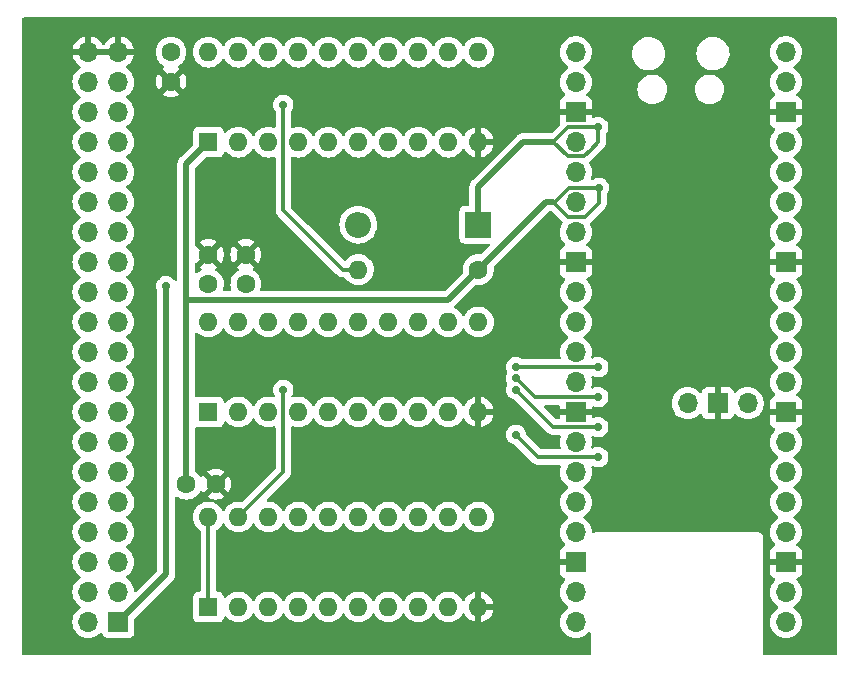
<source format=gbl>
%TF.GenerationSoftware,KiCad,Pcbnew,(6.0.8-1)-1*%
%TF.CreationDate,2022-11-03T22:23:08+08:00*%
%TF.ProjectId,PCB,5043422e-6b69-4636-9164-5f7063625858,rev?*%
%TF.SameCoordinates,Original*%
%TF.FileFunction,Copper,L2,Bot*%
%TF.FilePolarity,Positive*%
%FSLAX46Y46*%
G04 Gerber Fmt 4.6, Leading zero omitted, Abs format (unit mm)*
G04 Created by KiCad (PCBNEW (6.0.8-1)-1) date 2022-11-03 22:23:08*
%MOMM*%
%LPD*%
G01*
G04 APERTURE LIST*
%TA.AperFunction,ComponentPad*%
%ADD10R,2.200000X2.200000*%
%TD*%
%TA.AperFunction,ComponentPad*%
%ADD11O,2.200000X2.200000*%
%TD*%
%TA.AperFunction,ComponentPad*%
%ADD12O,1.700000X1.700000*%
%TD*%
%TA.AperFunction,ComponentPad*%
%ADD13R,1.700000X1.700000*%
%TD*%
%TA.AperFunction,ComponentPad*%
%ADD14R,1.600000X1.600000*%
%TD*%
%TA.AperFunction,ComponentPad*%
%ADD15O,1.600000X1.600000*%
%TD*%
%TA.AperFunction,ComponentPad*%
%ADD16C,1.600000*%
%TD*%
%TA.AperFunction,ViaPad*%
%ADD17C,0.700000*%
%TD*%
%TA.AperFunction,Conductor*%
%ADD18C,0.500000*%
%TD*%
%TA.AperFunction,Conductor*%
%ADD19C,0.300000*%
%TD*%
G04 APERTURE END LIST*
D10*
X83820000Y-83185000D03*
D11*
X73660000Y-83185000D03*
D12*
X92075000Y-68580000D03*
X92075000Y-71120000D03*
D13*
X92075000Y-73660000D03*
D12*
X92075000Y-76200000D03*
X92075000Y-78740000D03*
X92075000Y-81280000D03*
X92075000Y-83820000D03*
D13*
X92075000Y-86360000D03*
D12*
X92075000Y-88900000D03*
X92075000Y-91440000D03*
X92075000Y-93980000D03*
X92075000Y-96520000D03*
D13*
X92075000Y-99060000D03*
D12*
X92075000Y-101600000D03*
X92075000Y-104140000D03*
X92075000Y-106680000D03*
X92075000Y-109220000D03*
D13*
X92075000Y-111760000D03*
D12*
X92075000Y-114300000D03*
X92075000Y-116840000D03*
X109855000Y-116840000D03*
X109855000Y-114300000D03*
D13*
X109855000Y-111760000D03*
D12*
X109855000Y-109220000D03*
X109855000Y-106680000D03*
X109855000Y-104140000D03*
X109855000Y-101600000D03*
D13*
X109855000Y-99060000D03*
D12*
X109855000Y-96520000D03*
X109855000Y-93980000D03*
X109855000Y-91440000D03*
X109855000Y-88900000D03*
D13*
X109855000Y-86360000D03*
D12*
X109855000Y-83820000D03*
X109855000Y-81280000D03*
X109855000Y-78740000D03*
X109855000Y-76200000D03*
D13*
X109855000Y-73660000D03*
D12*
X109855000Y-71120000D03*
X109855000Y-68580000D03*
X101549100Y-98310000D03*
D13*
X104089100Y-98310000D03*
D12*
X106629100Y-98310000D03*
D14*
X60960000Y-115560000D03*
D15*
X63500000Y-115560000D03*
X66040000Y-115560000D03*
X68580000Y-115560000D03*
X71120000Y-115560000D03*
X73660000Y-115560000D03*
X76200000Y-115560000D03*
X78740000Y-115560000D03*
X81280000Y-115560000D03*
X83820000Y-115560000D03*
X83820000Y-107940000D03*
X81280000Y-107940000D03*
X78740000Y-107940000D03*
X76200000Y-107940000D03*
X73660000Y-107940000D03*
X71120000Y-107940000D03*
X68580000Y-107940000D03*
X66040000Y-107940000D03*
X63500000Y-107940000D03*
X60960000Y-107940000D03*
D14*
X60960000Y-76200000D03*
D15*
X63500000Y-76200000D03*
X66040000Y-76200000D03*
X68580000Y-76200000D03*
X71120000Y-76200000D03*
X73660000Y-76200000D03*
X76200000Y-76200000D03*
X78740000Y-76200000D03*
X81280000Y-76200000D03*
X83820000Y-76200000D03*
X83820000Y-68580000D03*
X81280000Y-68580000D03*
X78740000Y-68580000D03*
X76200000Y-68580000D03*
X73660000Y-68580000D03*
X71120000Y-68580000D03*
X68580000Y-68580000D03*
X66040000Y-68580000D03*
X63500000Y-68580000D03*
X60960000Y-68580000D03*
D16*
X57800000Y-68580000D03*
X57800000Y-71080000D03*
X60960000Y-88225000D03*
X60960000Y-85725000D03*
X59095000Y-105156000D03*
X61595000Y-105156000D03*
X83820000Y-86995000D03*
D15*
X73660000Y-86995000D03*
D14*
X60965000Y-99050000D03*
D15*
X63505000Y-99050000D03*
X66045000Y-99050000D03*
X68585000Y-99050000D03*
X71125000Y-99050000D03*
X73665000Y-99050000D03*
X76205000Y-99050000D03*
X78745000Y-99050000D03*
X81285000Y-99050000D03*
X83825000Y-99050000D03*
X83825000Y-91430000D03*
X81285000Y-91430000D03*
X78745000Y-91430000D03*
X76205000Y-91430000D03*
X73665000Y-91430000D03*
X71125000Y-91430000D03*
X68585000Y-91430000D03*
X66045000Y-91430000D03*
X63505000Y-91430000D03*
X60965000Y-91430000D03*
D16*
X64135000Y-88225000D03*
X64135000Y-85725000D03*
D13*
X53340000Y-116840000D03*
D12*
X50800000Y-116840000D03*
X53340000Y-114300000D03*
X50800000Y-114300000D03*
X53340000Y-111760000D03*
X50800000Y-111760000D03*
X53340000Y-109220000D03*
X50800000Y-109220000D03*
X53340000Y-106680000D03*
X50800000Y-106680000D03*
X53340000Y-104140000D03*
X50800000Y-104140000D03*
X53340000Y-101600000D03*
X50800000Y-101600000D03*
X53340000Y-99060000D03*
X50800000Y-99060000D03*
X53340000Y-96520000D03*
X50800000Y-96520000D03*
X53340000Y-93980000D03*
X50800000Y-93980000D03*
X53340000Y-91440000D03*
X50800000Y-91440000D03*
X53340000Y-88900000D03*
X50800000Y-88900000D03*
X53340000Y-86360000D03*
X50800000Y-86360000D03*
X53340000Y-83820000D03*
X50800000Y-83820000D03*
X53340000Y-81280000D03*
X50800000Y-81280000D03*
X53340000Y-78740000D03*
X50800000Y-78740000D03*
X53340000Y-76200000D03*
X50800000Y-76200000D03*
X53340000Y-73660000D03*
X50800000Y-73660000D03*
X53340000Y-71120000D03*
X50800000Y-71120000D03*
X53340000Y-68580000D03*
X50800000Y-68580000D03*
D17*
X93980000Y-100330000D03*
X86995000Y-97155000D03*
X86995000Y-96149503D03*
X93980000Y-97790000D03*
X86995000Y-100965000D03*
X93980000Y-102870000D03*
X57404000Y-88392000D03*
X94050000Y-80080000D03*
X67310000Y-73025000D03*
X67310000Y-97155000D03*
X93980000Y-95250000D03*
X86995000Y-95250000D03*
X93980000Y-74930000D03*
D18*
X90170000Y-76200000D02*
X87605500Y-76200000D01*
X87605500Y-76200000D02*
X83820000Y-79985500D01*
X83820000Y-79985500D02*
X83820000Y-83185000D01*
D19*
X86995000Y-97155000D02*
X90170000Y-100330000D01*
X90170000Y-100330000D02*
X93980000Y-100330000D01*
X86995000Y-96149503D02*
X88635497Y-97790000D01*
X88635497Y-97790000D02*
X93980000Y-97790000D01*
X86995000Y-100965000D02*
X88900000Y-102870000D01*
X88900000Y-102870000D02*
X93980000Y-102870000D01*
D18*
X57404000Y-112776000D02*
X57404000Y-88392000D01*
X53340000Y-116840000D02*
X57404000Y-112776000D01*
X89535000Y-81280000D02*
X90170000Y-81280000D01*
D19*
X90240000Y-81350000D02*
X91510000Y-80080000D01*
X91510000Y-80080000D02*
X94050000Y-80080000D01*
D18*
X59095000Y-78065000D02*
X59095000Y-89575000D01*
X59095000Y-89575000D02*
X81240000Y-89575000D01*
D19*
X94050000Y-81350000D02*
X94050000Y-80080000D01*
X93415000Y-81985000D02*
X94050000Y-81350000D01*
X92850000Y-82550000D02*
X93415000Y-81985000D01*
D18*
X81240000Y-89575000D02*
X83820000Y-86995000D01*
X83820000Y-86995000D02*
X89535000Y-81280000D01*
D19*
X91440000Y-82550000D02*
X92850000Y-82550000D01*
X60960000Y-107940000D02*
X60960000Y-115560000D01*
D18*
X59095000Y-89575000D02*
X59095000Y-105156000D01*
D19*
X90240000Y-81350000D02*
X91440000Y-82550000D01*
D18*
X60960000Y-76200000D02*
X59095000Y-78065000D01*
D19*
X63500000Y-107940000D02*
X67310000Y-104130000D01*
X67310000Y-104130000D02*
X67310000Y-97155000D01*
X67310000Y-81979500D02*
X67310000Y-73025000D01*
X72325500Y-86995000D02*
X73660000Y-86995000D01*
X67310000Y-81979500D02*
X72325500Y-86995000D01*
X86995000Y-95250000D02*
X93980000Y-95250000D01*
X90170000Y-76200000D02*
X91440000Y-74930000D01*
X92780000Y-77400000D02*
X93345000Y-76835000D01*
X93345000Y-76835000D02*
X93980000Y-76200000D01*
X93980000Y-76200000D02*
X93980000Y-74930000D01*
X91370000Y-77400000D02*
X92780000Y-77400000D01*
X90170000Y-76200000D02*
X91370000Y-77400000D01*
X91440000Y-74930000D02*
X93980000Y-74930000D01*
%TA.AperFunction,Conductor*%
G36*
X114146539Y-65662185D02*
G01*
X114192294Y-65714989D01*
X114203500Y-65766500D01*
X114203500Y-119517500D01*
X114183815Y-119584539D01*
X114131011Y-119630294D01*
X114079500Y-119641500D01*
X108066500Y-119641500D01*
X107999461Y-119621815D01*
X107953706Y-119569011D01*
X107942500Y-119517500D01*
X107942500Y-116840000D01*
X108499341Y-116840000D01*
X108519937Y-117075408D01*
X108581097Y-117303663D01*
X108583384Y-117308567D01*
X108583386Y-117308573D01*
X108665499Y-117484663D01*
X108680965Y-117517829D01*
X108684072Y-117522266D01*
X108684073Y-117522268D01*
X108813399Y-117706966D01*
X108813403Y-117706970D01*
X108816505Y-117711401D01*
X108983599Y-117878495D01*
X109177170Y-118014035D01*
X109391337Y-118113903D01*
X109444807Y-118128230D01*
X109614366Y-118173663D01*
X109614369Y-118173664D01*
X109619592Y-118175063D01*
X109624979Y-118175534D01*
X109624983Y-118175535D01*
X109849605Y-118195187D01*
X109855000Y-118195659D01*
X109860395Y-118195187D01*
X110085017Y-118175535D01*
X110085021Y-118175534D01*
X110090408Y-118175063D01*
X110095631Y-118173664D01*
X110095634Y-118173663D01*
X110265193Y-118128230D01*
X110318663Y-118113903D01*
X110532830Y-118014035D01*
X110726401Y-117878495D01*
X110893495Y-117711401D01*
X110896597Y-117706970D01*
X110896601Y-117706966D01*
X111025927Y-117522268D01*
X111025928Y-117522266D01*
X111029035Y-117517829D01*
X111044501Y-117484663D01*
X111126614Y-117308573D01*
X111126616Y-117308567D01*
X111128903Y-117303663D01*
X111190063Y-117075408D01*
X111210659Y-116840000D01*
X111200409Y-116722841D01*
X111190535Y-116609983D01*
X111190534Y-116609979D01*
X111190063Y-116604592D01*
X111178128Y-116560047D01*
X111130305Y-116381570D01*
X111128903Y-116376337D01*
X111126616Y-116371433D01*
X111126614Y-116371427D01*
X111031325Y-116167082D01*
X111029035Y-116162171D01*
X111023408Y-116154135D01*
X110896601Y-115973034D01*
X110896597Y-115973029D01*
X110893495Y-115968599D01*
X110726401Y-115801505D01*
X110540842Y-115671575D01*
X110497218Y-115616998D01*
X110490025Y-115547499D01*
X110521547Y-115485145D01*
X110540842Y-115468425D01*
X110603970Y-115424222D01*
X110726401Y-115338495D01*
X110893495Y-115171401D01*
X110896597Y-115166970D01*
X110896601Y-115166966D01*
X111025927Y-114982268D01*
X111025928Y-114982266D01*
X111029035Y-114977829D01*
X111064009Y-114902827D01*
X111126614Y-114768573D01*
X111126616Y-114768567D01*
X111128903Y-114763663D01*
X111182357Y-114564169D01*
X111188663Y-114540634D01*
X111188664Y-114540631D01*
X111190063Y-114535408D01*
X111192277Y-114510109D01*
X111210187Y-114305395D01*
X111210659Y-114300000D01*
X111207624Y-114265310D01*
X111190535Y-114069983D01*
X111190534Y-114069979D01*
X111190063Y-114064592D01*
X111128903Y-113836337D01*
X111126616Y-113831433D01*
X111126614Y-113831427D01*
X111031325Y-113627082D01*
X111029035Y-113622171D01*
X110943066Y-113499394D01*
X110896601Y-113433034D01*
X110896597Y-113433029D01*
X110893495Y-113428599D01*
X110771301Y-113306405D01*
X110737816Y-113245082D01*
X110742800Y-113175390D01*
X110784672Y-113119457D01*
X110815454Y-113102615D01*
X110939313Y-113056182D01*
X110954646Y-113047788D01*
X111055124Y-112972484D01*
X111067484Y-112960124D01*
X111142788Y-112859646D01*
X111151183Y-112844311D01*
X111195629Y-112725753D01*
X111199197Y-112710744D01*
X111204637Y-112660669D01*
X111205000Y-112653972D01*
X111205000Y-112027830D01*
X111200596Y-112012831D01*
X111199226Y-112011644D01*
X111191668Y-112010000D01*
X108522830Y-112010000D01*
X108507831Y-112014404D01*
X108506644Y-112015774D01*
X108505000Y-112023332D01*
X108505000Y-112653972D01*
X108505363Y-112660669D01*
X108510803Y-112710744D01*
X108514371Y-112725753D01*
X108558817Y-112844311D01*
X108567212Y-112859646D01*
X108642516Y-112960124D01*
X108654876Y-112972484D01*
X108755354Y-113047788D01*
X108770687Y-113056182D01*
X108894546Y-113102615D01*
X108950409Y-113144579D01*
X108974717Y-113210085D01*
X108959751Y-113278333D01*
X108938699Y-113306405D01*
X108816505Y-113428599D01*
X108813403Y-113433029D01*
X108813399Y-113433034D01*
X108766934Y-113499394D01*
X108680965Y-113622171D01*
X108678675Y-113627082D01*
X108583386Y-113831427D01*
X108583384Y-113831433D01*
X108581097Y-113836337D01*
X108519937Y-114064592D01*
X108519466Y-114069979D01*
X108519465Y-114069983D01*
X108502376Y-114265310D01*
X108499341Y-114300000D01*
X108499813Y-114305395D01*
X108517724Y-114510109D01*
X108519937Y-114535408D01*
X108521336Y-114540631D01*
X108521337Y-114540634D01*
X108527643Y-114564169D01*
X108581097Y-114763663D01*
X108583384Y-114768567D01*
X108583386Y-114768573D01*
X108645991Y-114902827D01*
X108680965Y-114977829D01*
X108684072Y-114982266D01*
X108684073Y-114982268D01*
X108813399Y-115166966D01*
X108813403Y-115166970D01*
X108816505Y-115171401D01*
X108983599Y-115338495D01*
X109084950Y-115409462D01*
X109169159Y-115468426D01*
X109212783Y-115523003D01*
X109219976Y-115592502D01*
X109188454Y-115654856D01*
X109169158Y-115671576D01*
X108988034Y-115798399D01*
X108988033Y-115798400D01*
X108983599Y-115801505D01*
X108816505Y-115968599D01*
X108813403Y-115973029D01*
X108813399Y-115973034D01*
X108686592Y-116154135D01*
X108680965Y-116162171D01*
X108678675Y-116167082D01*
X108583386Y-116371427D01*
X108583384Y-116371433D01*
X108581097Y-116376337D01*
X108579695Y-116381570D01*
X108531873Y-116560047D01*
X108519937Y-116604592D01*
X108519466Y-116609979D01*
X108519465Y-116609983D01*
X108509591Y-116722841D01*
X108499341Y-116840000D01*
X107942500Y-116840000D01*
X107942500Y-109736562D01*
X107942502Y-109735804D01*
X107942915Y-109668211D01*
X107942969Y-109659376D01*
X107934970Y-109631388D01*
X107931448Y-109614889D01*
X107928576Y-109594829D01*
X107928575Y-109594826D01*
X107927323Y-109586082D01*
X107923665Y-109578036D01*
X107916862Y-109563072D01*
X107910518Y-109545829D01*
X107906000Y-109530023D01*
X107905999Y-109530021D01*
X107903572Y-109521529D01*
X107888041Y-109496913D01*
X107880033Y-109482072D01*
X107871641Y-109463616D01*
X107867984Y-109455572D01*
X107851489Y-109436429D01*
X107840555Y-109421653D01*
X107831785Y-109407753D01*
X107827070Y-109400280D01*
X107820446Y-109394430D01*
X107805253Y-109381012D01*
X107793398Y-109369011D01*
X107780166Y-109353654D01*
X107780163Y-109353651D01*
X107774400Y-109346963D01*
X107753191Y-109333216D01*
X107738553Y-109322105D01*
X107719612Y-109305377D01*
X107693261Y-109293005D01*
X107678521Y-109284817D01*
X107661508Y-109273790D01*
X107661509Y-109273790D01*
X107654095Y-109268985D01*
X107629872Y-109261741D01*
X107612715Y-109255188D01*
X107589837Y-109244447D01*
X107561069Y-109239968D01*
X107544629Y-109236247D01*
X107516739Y-109227907D01*
X107482833Y-109227700D01*
X107482070Y-109227668D01*
X107480991Y-109227500D01*
X107450562Y-109227500D01*
X107449804Y-109227498D01*
X107449300Y-109227495D01*
X107373376Y-109227031D01*
X107372051Y-109227410D01*
X107370725Y-109227500D01*
X93861562Y-109227500D01*
X93860804Y-109227498D01*
X93853173Y-109227451D01*
X93784376Y-109227031D01*
X93756390Y-109235030D01*
X93739889Y-109238552D01*
X93719829Y-109241424D01*
X93719826Y-109241425D01*
X93711082Y-109242677D01*
X93703037Y-109246335D01*
X93703036Y-109246335D01*
X93688072Y-109253138D01*
X93670829Y-109259482D01*
X93655023Y-109264000D01*
X93655021Y-109264001D01*
X93646529Y-109266428D01*
X93639060Y-109271140D01*
X93639061Y-109271140D01*
X93621915Y-109281958D01*
X93607072Y-109289967D01*
X93602869Y-109291878D01*
X93533694Y-109301706D01*
X93470186Y-109272576D01*
X93436521Y-109220000D01*
X108499341Y-109220000D01*
X108499813Y-109225395D01*
X108519366Y-109448877D01*
X108519937Y-109455408D01*
X108521336Y-109460631D01*
X108521337Y-109460634D01*
X108535653Y-109514061D01*
X108581097Y-109683663D01*
X108583384Y-109688567D01*
X108583386Y-109688573D01*
X108605563Y-109736131D01*
X108680965Y-109897829D01*
X108684072Y-109902266D01*
X108684073Y-109902268D01*
X108813399Y-110086966D01*
X108813403Y-110086970D01*
X108816505Y-110091401D01*
X108938699Y-110213595D01*
X108972184Y-110274918D01*
X108967200Y-110344610D01*
X108925328Y-110400543D01*
X108894546Y-110417385D01*
X108770687Y-110463818D01*
X108755354Y-110472212D01*
X108654876Y-110547516D01*
X108642516Y-110559876D01*
X108567212Y-110660354D01*
X108558817Y-110675689D01*
X108514371Y-110794247D01*
X108510803Y-110809256D01*
X108505363Y-110859331D01*
X108505000Y-110866028D01*
X108505000Y-111492170D01*
X108509404Y-111507169D01*
X108510774Y-111508356D01*
X108518332Y-111510000D01*
X111187170Y-111510000D01*
X111202169Y-111505596D01*
X111203356Y-111504226D01*
X111205000Y-111496668D01*
X111205000Y-110866028D01*
X111204637Y-110859331D01*
X111199197Y-110809256D01*
X111195629Y-110794247D01*
X111151183Y-110675689D01*
X111142788Y-110660354D01*
X111067484Y-110559876D01*
X111055124Y-110547516D01*
X110954646Y-110472212D01*
X110939313Y-110463818D01*
X110815454Y-110417385D01*
X110759591Y-110375421D01*
X110735283Y-110309915D01*
X110750249Y-110241667D01*
X110771301Y-110213595D01*
X110893495Y-110091401D01*
X110896597Y-110086970D01*
X110896601Y-110086966D01*
X111025927Y-109902268D01*
X111025928Y-109902266D01*
X111029035Y-109897829D01*
X111104437Y-109736131D01*
X111126614Y-109688573D01*
X111126616Y-109688567D01*
X111128903Y-109683663D01*
X111174347Y-109514061D01*
X111188663Y-109460634D01*
X111188664Y-109460631D01*
X111190063Y-109455408D01*
X111190635Y-109448877D01*
X111210187Y-109225395D01*
X111210659Y-109220000D01*
X111199258Y-109089685D01*
X111190535Y-108989983D01*
X111190534Y-108989979D01*
X111190063Y-108984592D01*
X111178128Y-108940047D01*
X111130305Y-108761570D01*
X111128903Y-108756337D01*
X111126616Y-108751433D01*
X111126614Y-108751427D01*
X111031325Y-108547082D01*
X111029035Y-108542171D01*
X111023425Y-108534159D01*
X110896601Y-108353034D01*
X110896597Y-108353030D01*
X110893495Y-108348599D01*
X110726401Y-108181505D01*
X110540842Y-108051575D01*
X110497218Y-107996998D01*
X110490025Y-107927499D01*
X110521547Y-107865145D01*
X110540842Y-107848425D01*
X110565921Y-107830864D01*
X110726401Y-107718495D01*
X110893495Y-107551401D01*
X110896597Y-107546970D01*
X110896601Y-107546966D01*
X111025927Y-107362268D01*
X111025928Y-107362266D01*
X111029035Y-107357829D01*
X111064009Y-107282827D01*
X111126614Y-107148573D01*
X111126616Y-107148567D01*
X111128903Y-107143663D01*
X111151357Y-107059863D01*
X111188663Y-106920634D01*
X111188664Y-106920631D01*
X111190063Y-106915408D01*
X111210659Y-106680000D01*
X111195313Y-106504596D01*
X111190535Y-106449983D01*
X111190534Y-106449979D01*
X111190063Y-106444592D01*
X111173866Y-106384141D01*
X111146772Y-106283026D01*
X111128903Y-106216337D01*
X111126616Y-106211433D01*
X111126614Y-106211427D01*
X111031325Y-106007082D01*
X111029035Y-106002171D01*
X110940124Y-105875192D01*
X110896601Y-105813034D01*
X110896597Y-105813030D01*
X110893495Y-105808599D01*
X110726401Y-105641505D01*
X110540842Y-105511575D01*
X110497218Y-105456998D01*
X110490025Y-105387499D01*
X110521547Y-105325145D01*
X110540842Y-105308425D01*
X110565921Y-105290864D01*
X110726401Y-105178495D01*
X110893495Y-105011401D01*
X110896597Y-105006970D01*
X110896601Y-105006966D01*
X111025927Y-104822268D01*
X111025928Y-104822266D01*
X111029035Y-104817829D01*
X111081756Y-104704769D01*
X111126614Y-104608573D01*
X111126616Y-104608567D01*
X111128903Y-104603663D01*
X111171160Y-104445956D01*
X111188663Y-104380634D01*
X111188664Y-104380631D01*
X111190063Y-104375408D01*
X111191078Y-104363815D01*
X111210187Y-104145395D01*
X111210659Y-104140000D01*
X111190063Y-103904592D01*
X111188663Y-103899365D01*
X111130305Y-103681570D01*
X111128903Y-103676337D01*
X111126616Y-103671433D01*
X111126614Y-103671427D01*
X111031325Y-103467082D01*
X111029035Y-103462171D01*
X111006218Y-103429585D01*
X110896601Y-103273034D01*
X110896597Y-103273030D01*
X110893495Y-103268599D01*
X110726401Y-103101505D01*
X110540842Y-102971575D01*
X110497218Y-102916998D01*
X110490025Y-102847499D01*
X110521547Y-102785145D01*
X110540842Y-102768425D01*
X110640479Y-102698658D01*
X110726401Y-102638495D01*
X110893495Y-102471401D01*
X110896597Y-102466970D01*
X110896601Y-102466966D01*
X111025927Y-102282268D01*
X111025928Y-102282266D01*
X111029035Y-102277829D01*
X111051032Y-102230657D01*
X111126614Y-102068573D01*
X111126616Y-102068567D01*
X111128903Y-102063663D01*
X111186996Y-101846856D01*
X111188663Y-101840634D01*
X111188664Y-101840631D01*
X111190063Y-101835408D01*
X111210659Y-101600000D01*
X111210187Y-101594605D01*
X111190535Y-101369983D01*
X111190534Y-101369979D01*
X111190063Y-101364592D01*
X111188663Y-101359365D01*
X111130776Y-101143329D01*
X111128903Y-101136337D01*
X111126616Y-101131433D01*
X111126614Y-101131427D01*
X111031325Y-100927082D01*
X111029035Y-100922171D01*
X111023425Y-100914159D01*
X110896601Y-100733034D01*
X110896597Y-100733030D01*
X110893495Y-100728599D01*
X110771301Y-100606405D01*
X110737816Y-100545082D01*
X110742800Y-100475390D01*
X110784672Y-100419457D01*
X110815454Y-100402615D01*
X110939313Y-100356182D01*
X110954646Y-100347788D01*
X111055124Y-100272484D01*
X111067484Y-100260124D01*
X111142788Y-100159646D01*
X111151183Y-100144311D01*
X111195629Y-100025753D01*
X111199197Y-100010744D01*
X111204637Y-99960669D01*
X111205000Y-99953972D01*
X111205000Y-99327830D01*
X111200596Y-99312831D01*
X111199226Y-99311644D01*
X111191668Y-99310000D01*
X108522830Y-99310000D01*
X108507831Y-99314404D01*
X108506644Y-99315774D01*
X108505000Y-99323332D01*
X108505000Y-99953972D01*
X108505363Y-99960669D01*
X108510803Y-100010744D01*
X108514371Y-100025753D01*
X108558817Y-100144311D01*
X108567212Y-100159646D01*
X108642516Y-100260124D01*
X108654876Y-100272484D01*
X108755354Y-100347788D01*
X108770687Y-100356182D01*
X108894546Y-100402615D01*
X108950409Y-100444579D01*
X108974717Y-100510085D01*
X108959751Y-100578333D01*
X108938699Y-100606405D01*
X108816505Y-100728599D01*
X108813403Y-100733030D01*
X108813399Y-100733034D01*
X108686575Y-100914159D01*
X108680965Y-100922171D01*
X108678675Y-100927082D01*
X108583386Y-101131427D01*
X108583384Y-101131433D01*
X108581097Y-101136337D01*
X108579224Y-101143329D01*
X108521338Y-101359365D01*
X108519937Y-101364592D01*
X108519466Y-101369979D01*
X108519465Y-101369983D01*
X108499813Y-101594605D01*
X108499341Y-101600000D01*
X108519937Y-101835408D01*
X108521336Y-101840631D01*
X108521337Y-101840634D01*
X108523004Y-101846856D01*
X108581097Y-102063663D01*
X108583384Y-102068567D01*
X108583386Y-102068573D01*
X108658968Y-102230657D01*
X108680965Y-102277829D01*
X108684072Y-102282266D01*
X108684073Y-102282268D01*
X108813399Y-102466966D01*
X108813403Y-102466970D01*
X108816505Y-102471401D01*
X108983599Y-102638495D01*
X109051466Y-102686016D01*
X109169159Y-102768426D01*
X109212783Y-102823003D01*
X109219976Y-102892502D01*
X109188454Y-102954856D01*
X109169158Y-102971576D01*
X108988034Y-103098399D01*
X108988033Y-103098400D01*
X108983599Y-103101505D01*
X108816505Y-103268599D01*
X108813403Y-103273030D01*
X108813399Y-103273034D01*
X108703782Y-103429585D01*
X108680965Y-103462171D01*
X108678675Y-103467082D01*
X108583386Y-103671427D01*
X108583384Y-103671433D01*
X108581097Y-103676337D01*
X108579695Y-103681570D01*
X108521338Y-103899365D01*
X108519937Y-103904592D01*
X108499341Y-104140000D01*
X108499813Y-104145395D01*
X108518923Y-104363815D01*
X108519937Y-104375408D01*
X108521336Y-104380631D01*
X108521337Y-104380634D01*
X108538840Y-104445956D01*
X108581097Y-104603663D01*
X108583384Y-104608567D01*
X108583386Y-104608573D01*
X108628244Y-104704769D01*
X108680965Y-104817829D01*
X108684072Y-104822266D01*
X108684073Y-104822268D01*
X108813399Y-105006966D01*
X108813403Y-105006970D01*
X108816505Y-105011401D01*
X108983599Y-105178495D01*
X109084950Y-105249462D01*
X109169159Y-105308426D01*
X109212783Y-105363003D01*
X109219976Y-105432502D01*
X109188454Y-105494856D01*
X109169158Y-105511576D01*
X108988034Y-105638399D01*
X108988033Y-105638400D01*
X108983599Y-105641505D01*
X108816505Y-105808599D01*
X108813403Y-105813030D01*
X108813399Y-105813034D01*
X108769876Y-105875192D01*
X108680965Y-106002171D01*
X108678675Y-106007082D01*
X108583386Y-106211427D01*
X108583384Y-106211433D01*
X108581097Y-106216337D01*
X108563228Y-106283026D01*
X108536135Y-106384141D01*
X108519937Y-106444592D01*
X108519466Y-106449979D01*
X108519465Y-106449983D01*
X108514687Y-106504596D01*
X108499341Y-106680000D01*
X108519937Y-106915408D01*
X108521336Y-106920631D01*
X108521337Y-106920634D01*
X108558643Y-107059863D01*
X108581097Y-107143663D01*
X108583384Y-107148567D01*
X108583386Y-107148573D01*
X108645991Y-107282827D01*
X108680965Y-107357829D01*
X108684072Y-107362266D01*
X108684073Y-107362268D01*
X108813399Y-107546966D01*
X108813403Y-107546970D01*
X108816505Y-107551401D01*
X108983599Y-107718495D01*
X109084950Y-107789462D01*
X109169159Y-107848426D01*
X109212783Y-107903003D01*
X109219976Y-107972502D01*
X109188454Y-108034856D01*
X109169158Y-108051576D01*
X108988034Y-108178399D01*
X108988033Y-108178400D01*
X108983599Y-108181505D01*
X108816505Y-108348599D01*
X108813403Y-108353030D01*
X108813399Y-108353034D01*
X108686575Y-108534159D01*
X108680965Y-108542171D01*
X108678675Y-108547082D01*
X108583386Y-108751427D01*
X108583384Y-108751433D01*
X108581097Y-108756337D01*
X108579695Y-108761570D01*
X108531873Y-108940047D01*
X108519937Y-108984592D01*
X108519466Y-108989979D01*
X108519465Y-108989983D01*
X108510742Y-109089685D01*
X108499341Y-109220000D01*
X93436521Y-109220000D01*
X93432510Y-109213735D01*
X93428017Y-109189805D01*
X93423370Y-109136683D01*
X93419258Y-109089685D01*
X93410535Y-108989984D01*
X93410535Y-108989981D01*
X93410063Y-108984592D01*
X93398128Y-108940047D01*
X93350305Y-108761570D01*
X93348903Y-108756337D01*
X93346616Y-108751433D01*
X93346614Y-108751427D01*
X93251325Y-108547082D01*
X93249035Y-108542171D01*
X93243425Y-108534159D01*
X93116601Y-108353034D01*
X93116597Y-108353030D01*
X93113495Y-108348599D01*
X92946401Y-108181505D01*
X92760842Y-108051575D01*
X92717218Y-107996998D01*
X92710025Y-107927499D01*
X92741547Y-107865145D01*
X92760842Y-107848425D01*
X92785921Y-107830864D01*
X92946401Y-107718495D01*
X93113495Y-107551401D01*
X93116597Y-107546970D01*
X93116601Y-107546966D01*
X93245927Y-107362268D01*
X93245928Y-107362266D01*
X93249035Y-107357829D01*
X93284009Y-107282827D01*
X93346614Y-107148573D01*
X93346616Y-107148567D01*
X93348903Y-107143663D01*
X93371357Y-107059863D01*
X93408663Y-106920634D01*
X93408664Y-106920631D01*
X93410063Y-106915408D01*
X93430659Y-106680000D01*
X93415313Y-106504596D01*
X93410535Y-106449983D01*
X93410534Y-106449979D01*
X93410063Y-106444592D01*
X93393866Y-106384141D01*
X93366772Y-106283026D01*
X93348903Y-106216337D01*
X93346616Y-106211433D01*
X93346614Y-106211427D01*
X93251325Y-106007082D01*
X93249035Y-106002171D01*
X93160124Y-105875192D01*
X93116601Y-105813034D01*
X93116597Y-105813030D01*
X93113495Y-105808599D01*
X92946401Y-105641505D01*
X92760842Y-105511575D01*
X92717218Y-105456998D01*
X92710025Y-105387499D01*
X92741547Y-105325145D01*
X92760842Y-105308425D01*
X92785921Y-105290864D01*
X92946401Y-105178495D01*
X93113495Y-105011401D01*
X93116597Y-105006970D01*
X93116601Y-105006966D01*
X93245927Y-104822268D01*
X93245928Y-104822266D01*
X93249035Y-104817829D01*
X93301756Y-104704769D01*
X93346614Y-104608573D01*
X93346616Y-104608567D01*
X93348903Y-104603663D01*
X93391160Y-104445956D01*
X93408663Y-104380634D01*
X93408664Y-104380631D01*
X93410063Y-104375408D01*
X93411078Y-104363815D01*
X93430187Y-104145395D01*
X93430659Y-104140000D01*
X93410063Y-103904592D01*
X93408663Y-103899365D01*
X93368057Y-103747821D01*
X93369720Y-103677971D01*
X93408883Y-103620109D01*
X93473111Y-103592605D01*
X93542014Y-103604192D01*
X93547789Y-103607257D01*
X93552407Y-103610612D01*
X93558342Y-103613254D01*
X93558343Y-103613255D01*
X93703699Y-103677971D01*
X93715733Y-103683329D01*
X93722095Y-103684681D01*
X93722094Y-103684681D01*
X93884246Y-103719148D01*
X93884251Y-103719148D01*
X93890609Y-103720500D01*
X94069391Y-103720500D01*
X94075749Y-103719148D01*
X94075754Y-103719148D01*
X94237906Y-103684681D01*
X94237905Y-103684681D01*
X94244267Y-103683329D01*
X94256302Y-103677971D01*
X94401659Y-103613254D01*
X94407593Y-103610612D01*
X94552230Y-103505526D01*
X94671859Y-103372665D01*
X94761250Y-103217835D01*
X94816497Y-103047803D01*
X94835185Y-102870000D01*
X94816497Y-102692197D01*
X94761250Y-102522165D01*
X94671859Y-102367335D01*
X94552230Y-102234474D01*
X94407593Y-102129388D01*
X94278771Y-102072033D01*
X94250206Y-102059315D01*
X94250204Y-102059314D01*
X94244267Y-102056671D01*
X94217651Y-102051014D01*
X94075754Y-102020852D01*
X94075749Y-102020852D01*
X94069391Y-102019500D01*
X93890609Y-102019500D01*
X93884251Y-102020852D01*
X93884246Y-102020852D01*
X93742349Y-102051014D01*
X93715733Y-102056671D01*
X93552408Y-102129388D01*
X93549006Y-102131860D01*
X93481930Y-102148131D01*
X93415903Y-102125278D01*
X93372714Y-102070356D01*
X93366073Y-102000803D01*
X93368057Y-101992179D01*
X93408663Y-101840634D01*
X93408664Y-101840631D01*
X93410063Y-101835408D01*
X93430659Y-101600000D01*
X93430187Y-101594605D01*
X93410535Y-101369983D01*
X93410534Y-101369979D01*
X93410063Y-101364592D01*
X93408663Y-101359365D01*
X93368057Y-101207821D01*
X93369720Y-101137971D01*
X93408883Y-101080109D01*
X93473111Y-101052605D01*
X93542014Y-101064192D01*
X93547789Y-101067257D01*
X93552407Y-101070612D01*
X93558342Y-101073254D01*
X93558343Y-101073255D01*
X93703699Y-101137971D01*
X93715733Y-101143329D01*
X93722095Y-101144681D01*
X93722094Y-101144681D01*
X93884246Y-101179148D01*
X93884251Y-101179148D01*
X93890609Y-101180500D01*
X94069391Y-101180500D01*
X94075749Y-101179148D01*
X94075754Y-101179148D01*
X94237906Y-101144681D01*
X94237905Y-101144681D01*
X94244267Y-101143329D01*
X94256302Y-101137971D01*
X94401659Y-101073254D01*
X94407593Y-101070612D01*
X94552230Y-100965526D01*
X94643460Y-100864205D01*
X94667512Y-100837493D01*
X94667513Y-100837492D01*
X94671859Y-100832665D01*
X94761250Y-100677835D01*
X94816497Y-100507803D01*
X94835185Y-100330000D01*
X94816497Y-100152197D01*
X94804249Y-100114500D01*
X94789795Y-100070018D01*
X94761250Y-99982165D01*
X94671859Y-99827335D01*
X94663330Y-99817862D01*
X94556577Y-99699302D01*
X94552230Y-99694474D01*
X94407593Y-99589388D01*
X94278771Y-99532033D01*
X94250206Y-99519315D01*
X94250204Y-99519314D01*
X94244267Y-99516671D01*
X94213466Y-99510124D01*
X94075754Y-99480852D01*
X94075749Y-99480852D01*
X94069391Y-99479500D01*
X93890609Y-99479500D01*
X93884251Y-99480852D01*
X93884246Y-99480852D01*
X93746534Y-99510124D01*
X93715733Y-99516671D01*
X93653676Y-99544300D01*
X93599435Y-99568450D01*
X93530185Y-99577734D01*
X93466909Y-99548106D01*
X93429696Y-99488970D01*
X93425000Y-99455170D01*
X93425000Y-99327830D01*
X93420596Y-99312831D01*
X93419226Y-99311644D01*
X93411668Y-99310000D01*
X90742830Y-99310000D01*
X90727831Y-99314404D01*
X90726644Y-99315774D01*
X90725000Y-99323332D01*
X90725000Y-99555500D01*
X90705315Y-99622539D01*
X90652511Y-99668294D01*
X90601000Y-99679500D01*
X90490808Y-99679500D01*
X90423769Y-99659815D01*
X90403127Y-99643181D01*
X89412127Y-98652181D01*
X89378642Y-98590858D01*
X89383626Y-98521166D01*
X89425498Y-98465233D01*
X89490962Y-98440816D01*
X89499808Y-98440500D01*
X90601000Y-98440500D01*
X90668039Y-98460185D01*
X90713794Y-98512989D01*
X90725000Y-98564500D01*
X90725000Y-98792170D01*
X90729404Y-98807169D01*
X90730774Y-98808356D01*
X90738332Y-98810000D01*
X93407170Y-98810000D01*
X93422169Y-98805596D01*
X93423356Y-98804226D01*
X93425000Y-98796668D01*
X93425000Y-98664830D01*
X93444685Y-98597791D01*
X93497489Y-98552036D01*
X93566647Y-98542092D01*
X93599434Y-98551550D01*
X93715733Y-98603329D01*
X93722095Y-98604681D01*
X93722094Y-98604681D01*
X93884246Y-98639148D01*
X93884251Y-98639148D01*
X93890609Y-98640500D01*
X94069391Y-98640500D01*
X94075749Y-98639148D01*
X94075754Y-98639148D01*
X94237906Y-98604681D01*
X94237905Y-98604681D01*
X94244267Y-98603329D01*
X94259972Y-98596337D01*
X94401659Y-98533254D01*
X94407593Y-98530612D01*
X94552230Y-98425526D01*
X94651393Y-98315395D01*
X94656251Y-98310000D01*
X100193441Y-98310000D01*
X100193913Y-98315395D01*
X100212974Y-98533254D01*
X100214037Y-98545408D01*
X100215436Y-98550631D01*
X100215437Y-98550634D01*
X100242365Y-98651132D01*
X100275197Y-98773663D01*
X100277484Y-98778567D01*
X100277486Y-98778573D01*
X100364731Y-98965669D01*
X100375065Y-98987829D01*
X100378172Y-98992266D01*
X100378173Y-98992268D01*
X100507499Y-99176966D01*
X100507503Y-99176970D01*
X100510605Y-99181401D01*
X100677699Y-99348495D01*
X100871270Y-99484035D01*
X101085437Y-99583903D01*
X101120157Y-99593206D01*
X101308466Y-99643663D01*
X101308469Y-99643664D01*
X101313692Y-99645063D01*
X101319079Y-99645534D01*
X101319083Y-99645535D01*
X101543705Y-99665187D01*
X101549100Y-99665659D01*
X101554495Y-99665187D01*
X101779117Y-99645535D01*
X101779121Y-99645534D01*
X101784508Y-99645063D01*
X101789731Y-99643664D01*
X101789734Y-99643663D01*
X101978043Y-99593206D01*
X102012763Y-99583903D01*
X102226930Y-99484035D01*
X102420501Y-99348495D01*
X102542695Y-99226301D01*
X102604018Y-99192816D01*
X102673710Y-99197800D01*
X102729643Y-99239672D01*
X102746485Y-99270454D01*
X102792918Y-99394313D01*
X102801312Y-99409646D01*
X102876616Y-99510124D01*
X102888976Y-99522484D01*
X102989454Y-99597788D01*
X103004789Y-99606183D01*
X103123347Y-99650629D01*
X103138356Y-99654197D01*
X103188431Y-99659637D01*
X103195128Y-99660000D01*
X103821270Y-99660000D01*
X103836269Y-99655596D01*
X103837456Y-99654226D01*
X103839100Y-99646668D01*
X103839100Y-99642170D01*
X104339100Y-99642170D01*
X104343504Y-99657169D01*
X104344874Y-99658356D01*
X104352432Y-99660000D01*
X104983072Y-99660000D01*
X104989769Y-99659637D01*
X105039844Y-99654197D01*
X105054853Y-99650629D01*
X105173411Y-99606183D01*
X105188746Y-99597788D01*
X105289224Y-99522484D01*
X105301584Y-99510124D01*
X105376888Y-99409646D01*
X105385282Y-99394313D01*
X105431715Y-99270454D01*
X105473679Y-99214591D01*
X105539185Y-99190283D01*
X105607433Y-99205249D01*
X105635505Y-99226301D01*
X105757699Y-99348495D01*
X105951270Y-99484035D01*
X106165437Y-99583903D01*
X106200157Y-99593206D01*
X106388466Y-99643663D01*
X106388469Y-99643664D01*
X106393692Y-99645063D01*
X106399079Y-99645534D01*
X106399083Y-99645535D01*
X106623705Y-99665187D01*
X106629100Y-99665659D01*
X106634495Y-99665187D01*
X106859117Y-99645535D01*
X106859121Y-99645534D01*
X106864508Y-99645063D01*
X106869731Y-99643664D01*
X106869734Y-99643663D01*
X107058043Y-99593206D01*
X107092763Y-99583903D01*
X107306930Y-99484035D01*
X107500501Y-99348495D01*
X107667595Y-99181401D01*
X107670697Y-99176970D01*
X107670701Y-99176966D01*
X107800027Y-98992268D01*
X107800028Y-98992266D01*
X107803135Y-98987829D01*
X107813469Y-98965669D01*
X107900714Y-98778573D01*
X107900716Y-98778567D01*
X107903003Y-98773663D01*
X107935835Y-98651132D01*
X107962763Y-98550634D01*
X107962764Y-98550631D01*
X107964163Y-98545408D01*
X107965227Y-98533254D01*
X107984287Y-98315395D01*
X107984759Y-98310000D01*
X107973803Y-98184770D01*
X107964635Y-98079983D01*
X107964634Y-98079979D01*
X107964163Y-98074592D01*
X107956833Y-98047233D01*
X107923421Y-97922540D01*
X107903003Y-97846337D01*
X107900716Y-97841433D01*
X107900714Y-97841427D01*
X107805425Y-97637082D01*
X107803135Y-97632171D01*
X107784821Y-97606016D01*
X107670701Y-97443034D01*
X107670697Y-97443030D01*
X107667595Y-97438599D01*
X107500501Y-97271505D01*
X107306930Y-97135965D01*
X107092763Y-97036097D01*
X107008963Y-97013643D01*
X106869734Y-96976337D01*
X106869731Y-96976336D01*
X106864508Y-96974937D01*
X106859121Y-96974466D01*
X106859117Y-96974465D01*
X106634495Y-96954813D01*
X106629100Y-96954341D01*
X106623705Y-96954813D01*
X106399083Y-96974465D01*
X106399079Y-96974466D01*
X106393692Y-96974937D01*
X106388469Y-96976336D01*
X106388466Y-96976337D01*
X106249237Y-97013643D01*
X106165437Y-97036097D01*
X106160533Y-97038384D01*
X106160527Y-97038386D01*
X105973431Y-97125631D01*
X105951271Y-97135965D01*
X105946834Y-97139072D01*
X105946832Y-97139073D01*
X105762134Y-97268399D01*
X105762133Y-97268400D01*
X105757699Y-97271505D01*
X105635505Y-97393699D01*
X105574182Y-97427184D01*
X105504490Y-97422200D01*
X105448557Y-97380328D01*
X105431715Y-97349546D01*
X105385282Y-97225687D01*
X105376888Y-97210354D01*
X105301584Y-97109876D01*
X105289224Y-97097516D01*
X105188746Y-97022212D01*
X105173411Y-97013817D01*
X105054853Y-96969371D01*
X105039844Y-96965803D01*
X104989769Y-96960363D01*
X104983072Y-96960000D01*
X104356930Y-96960000D01*
X104341931Y-96964404D01*
X104340744Y-96965774D01*
X104339100Y-96973332D01*
X104339100Y-99642170D01*
X103839100Y-99642170D01*
X103839100Y-96977830D01*
X103834696Y-96962831D01*
X103833326Y-96961644D01*
X103825768Y-96960000D01*
X103195128Y-96960000D01*
X103188431Y-96960363D01*
X103138356Y-96965803D01*
X103123347Y-96969371D01*
X103004789Y-97013817D01*
X102989454Y-97022212D01*
X102888976Y-97097516D01*
X102876616Y-97109876D01*
X102801312Y-97210354D01*
X102792918Y-97225687D01*
X102746485Y-97349546D01*
X102704521Y-97405409D01*
X102639015Y-97429717D01*
X102570767Y-97414751D01*
X102542695Y-97393699D01*
X102420501Y-97271505D01*
X102226930Y-97135965D01*
X102012763Y-97036097D01*
X101928963Y-97013643D01*
X101789734Y-96976337D01*
X101789731Y-96976336D01*
X101784508Y-96974937D01*
X101779121Y-96974466D01*
X101779117Y-96974465D01*
X101554495Y-96954813D01*
X101549100Y-96954341D01*
X101543705Y-96954813D01*
X101319083Y-96974465D01*
X101319079Y-96974466D01*
X101313692Y-96974937D01*
X101308469Y-96976336D01*
X101308466Y-96976337D01*
X101169237Y-97013643D01*
X101085437Y-97036097D01*
X101080533Y-97038384D01*
X101080527Y-97038386D01*
X100893431Y-97125631D01*
X100871271Y-97135965D01*
X100866834Y-97139072D01*
X100866832Y-97139073D01*
X100682134Y-97268399D01*
X100682133Y-97268400D01*
X100677699Y-97271505D01*
X100510605Y-97438599D01*
X100507503Y-97443030D01*
X100507499Y-97443034D01*
X100393379Y-97606016D01*
X100375065Y-97632171D01*
X100372775Y-97637082D01*
X100277486Y-97841427D01*
X100277484Y-97841433D01*
X100275197Y-97846337D01*
X100254779Y-97922540D01*
X100221368Y-98047233D01*
X100214037Y-98074592D01*
X100213566Y-98079979D01*
X100213565Y-98079983D01*
X100204397Y-98184770D01*
X100193441Y-98310000D01*
X94656251Y-98310000D01*
X94667512Y-98297493D01*
X94667513Y-98297492D01*
X94671859Y-98292665D01*
X94761250Y-98137835D01*
X94803704Y-98007176D01*
X94814489Y-97973984D01*
X94814490Y-97973981D01*
X94816497Y-97967803D01*
X94835185Y-97790000D01*
X94816497Y-97612197D01*
X94761250Y-97442165D01*
X94671859Y-97287335D01*
X94552230Y-97154474D01*
X94407593Y-97049388D01*
X94374592Y-97034695D01*
X94250206Y-96979315D01*
X94250204Y-96979314D01*
X94244267Y-96976671D01*
X94193001Y-96965774D01*
X94075754Y-96940852D01*
X94075749Y-96940852D01*
X94069391Y-96939500D01*
X93890609Y-96939500D01*
X93884251Y-96940852D01*
X93884246Y-96940852D01*
X93766999Y-96965774D01*
X93715733Y-96976671D01*
X93552408Y-97049388D01*
X93549006Y-97051860D01*
X93481930Y-97068131D01*
X93415903Y-97045278D01*
X93372714Y-96990356D01*
X93366073Y-96920803D01*
X93368057Y-96912179D01*
X93408663Y-96760634D01*
X93408664Y-96760631D01*
X93410063Y-96755408D01*
X93419504Y-96647507D01*
X93430187Y-96525395D01*
X93430659Y-96520000D01*
X108499341Y-96520000D01*
X108499813Y-96525395D01*
X108510497Y-96647507D01*
X108519937Y-96755408D01*
X108521336Y-96760631D01*
X108521337Y-96760634D01*
X108533805Y-96807165D01*
X108581097Y-96983663D01*
X108583384Y-96988567D01*
X108583386Y-96988573D01*
X108657981Y-97148540D01*
X108680965Y-97197829D01*
X108684072Y-97202266D01*
X108684073Y-97202268D01*
X108813399Y-97386966D01*
X108813403Y-97386970D01*
X108816505Y-97391401D01*
X108938699Y-97513595D01*
X108972184Y-97574918D01*
X108967200Y-97644610D01*
X108925328Y-97700543D01*
X108894546Y-97717385D01*
X108770687Y-97763818D01*
X108755354Y-97772212D01*
X108654876Y-97847516D01*
X108642516Y-97859876D01*
X108567212Y-97960354D01*
X108558817Y-97975689D01*
X108514371Y-98094247D01*
X108510803Y-98109256D01*
X108505363Y-98159331D01*
X108505000Y-98166028D01*
X108505000Y-98792170D01*
X108509404Y-98807169D01*
X108510774Y-98808356D01*
X108518332Y-98810000D01*
X111187170Y-98810000D01*
X111202169Y-98805596D01*
X111203356Y-98804226D01*
X111205000Y-98796668D01*
X111205000Y-98166028D01*
X111204637Y-98159331D01*
X111199197Y-98109256D01*
X111195629Y-98094247D01*
X111151183Y-97975689D01*
X111142788Y-97960354D01*
X111067484Y-97859876D01*
X111055124Y-97847516D01*
X110954646Y-97772212D01*
X110939313Y-97763818D01*
X110815454Y-97717385D01*
X110759591Y-97675421D01*
X110735283Y-97609915D01*
X110750249Y-97541667D01*
X110771301Y-97513595D01*
X110893495Y-97391401D01*
X110896597Y-97386970D01*
X110896601Y-97386966D01*
X111025927Y-97202268D01*
X111025928Y-97202266D01*
X111029035Y-97197829D01*
X111052019Y-97148540D01*
X111126614Y-96988573D01*
X111126616Y-96988567D01*
X111128903Y-96983663D01*
X111176195Y-96807165D01*
X111188663Y-96760634D01*
X111188664Y-96760631D01*
X111190063Y-96755408D01*
X111199504Y-96647507D01*
X111210187Y-96525395D01*
X111210659Y-96520000D01*
X111190063Y-96284592D01*
X111188663Y-96279365D01*
X111130305Y-96061570D01*
X111128903Y-96056337D01*
X111126616Y-96051433D01*
X111126614Y-96051427D01*
X111031325Y-95847082D01*
X111029035Y-95842171D01*
X111023425Y-95834159D01*
X110896601Y-95653034D01*
X110896597Y-95653030D01*
X110893495Y-95648599D01*
X110726401Y-95481505D01*
X110540842Y-95351575D01*
X110497218Y-95296998D01*
X110490025Y-95227499D01*
X110521547Y-95165145D01*
X110540842Y-95148425D01*
X110640479Y-95078658D01*
X110726401Y-95018495D01*
X110893495Y-94851401D01*
X110896597Y-94846970D01*
X110896601Y-94846966D01*
X111025927Y-94662268D01*
X111025928Y-94662266D01*
X111029035Y-94657829D01*
X111051032Y-94610657D01*
X111126614Y-94448573D01*
X111126616Y-94448567D01*
X111128903Y-94443663D01*
X111151357Y-94359863D01*
X111188663Y-94220634D01*
X111188664Y-94220631D01*
X111190063Y-94215408D01*
X111210659Y-93980000D01*
X111190063Y-93744592D01*
X111128903Y-93516337D01*
X111126616Y-93511433D01*
X111126614Y-93511427D01*
X111031325Y-93307082D01*
X111029035Y-93302171D01*
X111023425Y-93294159D01*
X110896601Y-93113034D01*
X110896597Y-93113030D01*
X110893495Y-93108599D01*
X110726401Y-92941505D01*
X110540842Y-92811575D01*
X110497218Y-92756998D01*
X110490025Y-92687499D01*
X110521547Y-92625145D01*
X110540842Y-92608425D01*
X110613627Y-92557460D01*
X110726401Y-92478495D01*
X110893495Y-92311401D01*
X110896597Y-92306970D01*
X110896601Y-92306966D01*
X111025927Y-92122268D01*
X111025928Y-92122266D01*
X111029035Y-92117829D01*
X111048996Y-92075022D01*
X111126614Y-91908573D01*
X111126616Y-91908567D01*
X111128903Y-91903663D01*
X111190063Y-91675408D01*
X111191244Y-91661917D01*
X111210187Y-91445395D01*
X111210659Y-91440000D01*
X111190063Y-91204592D01*
X111128903Y-90976337D01*
X111126616Y-90971433D01*
X111126614Y-90971427D01*
X111031325Y-90767082D01*
X111029035Y-90762171D01*
X111023425Y-90754159D01*
X110896601Y-90573034D01*
X110896597Y-90573030D01*
X110893495Y-90568599D01*
X110726401Y-90401505D01*
X110540842Y-90271575D01*
X110497218Y-90216998D01*
X110490025Y-90147499D01*
X110521547Y-90085145D01*
X110540842Y-90068425D01*
X110565921Y-90050864D01*
X110726401Y-89938495D01*
X110893495Y-89771401D01*
X110896597Y-89766970D01*
X110896601Y-89766966D01*
X111025927Y-89582268D01*
X111025928Y-89582266D01*
X111029035Y-89577829D01*
X111048996Y-89535022D01*
X111126614Y-89368573D01*
X111126616Y-89368567D01*
X111128903Y-89363663D01*
X111190063Y-89135408D01*
X111210659Y-88900000D01*
X111204213Y-88826321D01*
X111190535Y-88669983D01*
X111190534Y-88669979D01*
X111190063Y-88664592D01*
X111162934Y-88563342D01*
X111130305Y-88441570D01*
X111128903Y-88436337D01*
X111126616Y-88431433D01*
X111126614Y-88431427D01*
X111031325Y-88227082D01*
X111029035Y-88222171D01*
X110962997Y-88127858D01*
X110896601Y-88033034D01*
X110896597Y-88033030D01*
X110893495Y-88028599D01*
X110771301Y-87906405D01*
X110737816Y-87845082D01*
X110742800Y-87775390D01*
X110784672Y-87719457D01*
X110815454Y-87702615D01*
X110939313Y-87656182D01*
X110954646Y-87647788D01*
X111055124Y-87572484D01*
X111067484Y-87560124D01*
X111142788Y-87459646D01*
X111151183Y-87444311D01*
X111195629Y-87325753D01*
X111199197Y-87310744D01*
X111204637Y-87260669D01*
X111205000Y-87253972D01*
X111205000Y-86627830D01*
X111200596Y-86612831D01*
X111199226Y-86611644D01*
X111191668Y-86610000D01*
X108522830Y-86610000D01*
X108507831Y-86614404D01*
X108506644Y-86615774D01*
X108505000Y-86623332D01*
X108505000Y-87253972D01*
X108505363Y-87260669D01*
X108510803Y-87310744D01*
X108514371Y-87325753D01*
X108558817Y-87444311D01*
X108567212Y-87459646D01*
X108642516Y-87560124D01*
X108654876Y-87572484D01*
X108755354Y-87647788D01*
X108770687Y-87656182D01*
X108894546Y-87702615D01*
X108950409Y-87744579D01*
X108974717Y-87810085D01*
X108959751Y-87878333D01*
X108938699Y-87906405D01*
X108816505Y-88028599D01*
X108813403Y-88033030D01*
X108813399Y-88033034D01*
X108747003Y-88127858D01*
X108680965Y-88222171D01*
X108678675Y-88227082D01*
X108583386Y-88431427D01*
X108583384Y-88431433D01*
X108581097Y-88436337D01*
X108579695Y-88441570D01*
X108547067Y-88563342D01*
X108519937Y-88664592D01*
X108519466Y-88669979D01*
X108519465Y-88669983D01*
X108505787Y-88826321D01*
X108499341Y-88900000D01*
X108519937Y-89135408D01*
X108581097Y-89363663D01*
X108583384Y-89368567D01*
X108583386Y-89368573D01*
X108661004Y-89535022D01*
X108680965Y-89577829D01*
X108684072Y-89582266D01*
X108684073Y-89582268D01*
X108813399Y-89766966D01*
X108813403Y-89766970D01*
X108816505Y-89771401D01*
X108983599Y-89938495D01*
X109084950Y-90009462D01*
X109169159Y-90068426D01*
X109212783Y-90123003D01*
X109219976Y-90192502D01*
X109188454Y-90254856D01*
X109169160Y-90271575D01*
X109129375Y-90299432D01*
X108988034Y-90398399D01*
X108988033Y-90398400D01*
X108983599Y-90401505D01*
X108816505Y-90568599D01*
X108813403Y-90573030D01*
X108813399Y-90573034D01*
X108686575Y-90754159D01*
X108680965Y-90762171D01*
X108678675Y-90767082D01*
X108583386Y-90971427D01*
X108583384Y-90971433D01*
X108581097Y-90976337D01*
X108519937Y-91204592D01*
X108499341Y-91440000D01*
X108499813Y-91445395D01*
X108518757Y-91661917D01*
X108519937Y-91675408D01*
X108581097Y-91903663D01*
X108583384Y-91908567D01*
X108583386Y-91908573D01*
X108661004Y-92075022D01*
X108680965Y-92117829D01*
X108684072Y-92122266D01*
X108684073Y-92122268D01*
X108813399Y-92306966D01*
X108813403Y-92306970D01*
X108816505Y-92311401D01*
X108983599Y-92478495D01*
X109084950Y-92549462D01*
X109169159Y-92608426D01*
X109212783Y-92663003D01*
X109219976Y-92732502D01*
X109188454Y-92794856D01*
X109169158Y-92811576D01*
X108988034Y-92938399D01*
X108988033Y-92938400D01*
X108983599Y-92941505D01*
X108816505Y-93108599D01*
X108813403Y-93113030D01*
X108813399Y-93113034D01*
X108686575Y-93294159D01*
X108680965Y-93302171D01*
X108678675Y-93307082D01*
X108583386Y-93511427D01*
X108583384Y-93511433D01*
X108581097Y-93516337D01*
X108519937Y-93744592D01*
X108499341Y-93980000D01*
X108519937Y-94215408D01*
X108521336Y-94220631D01*
X108521337Y-94220634D01*
X108558643Y-94359863D01*
X108581097Y-94443663D01*
X108583384Y-94448567D01*
X108583386Y-94448573D01*
X108658968Y-94610657D01*
X108680965Y-94657829D01*
X108684072Y-94662266D01*
X108684073Y-94662268D01*
X108813399Y-94846966D01*
X108813403Y-94846970D01*
X108816505Y-94851401D01*
X108983599Y-95018495D01*
X109051466Y-95066016D01*
X109169159Y-95148426D01*
X109212783Y-95203003D01*
X109219976Y-95272502D01*
X109188454Y-95334856D01*
X109169158Y-95351576D01*
X108988034Y-95478399D01*
X108988033Y-95478400D01*
X108983599Y-95481505D01*
X108816505Y-95648599D01*
X108813403Y-95653030D01*
X108813399Y-95653034D01*
X108686575Y-95834159D01*
X108680965Y-95842171D01*
X108678675Y-95847082D01*
X108583386Y-96051427D01*
X108583384Y-96051433D01*
X108581097Y-96056337D01*
X108579695Y-96061570D01*
X108521338Y-96279365D01*
X108519937Y-96284592D01*
X108499341Y-96520000D01*
X93430659Y-96520000D01*
X93410063Y-96284592D01*
X93408663Y-96279365D01*
X93368057Y-96127821D01*
X93369720Y-96057971D01*
X93408883Y-96000109D01*
X93473111Y-95972605D01*
X93542014Y-95984192D01*
X93547789Y-95987257D01*
X93552407Y-95990612D01*
X93558342Y-95993254D01*
X93558343Y-95993255D01*
X93703699Y-96057971D01*
X93715733Y-96063329D01*
X93722095Y-96064681D01*
X93722094Y-96064681D01*
X93884246Y-96099148D01*
X93884251Y-96099148D01*
X93890609Y-96100500D01*
X94069391Y-96100500D01*
X94075749Y-96099148D01*
X94075754Y-96099148D01*
X94237906Y-96064681D01*
X94237905Y-96064681D01*
X94244267Y-96063329D01*
X94256302Y-96057971D01*
X94401659Y-95993254D01*
X94407593Y-95990612D01*
X94552230Y-95885526D01*
X94671859Y-95752665D01*
X94761250Y-95597835D01*
X94816497Y-95427803D01*
X94835185Y-95250000D01*
X94816497Y-95072197D01*
X94761250Y-94902165D01*
X94671859Y-94747335D01*
X94552230Y-94614474D01*
X94407593Y-94509388D01*
X94278771Y-94452033D01*
X94250206Y-94439315D01*
X94250204Y-94439314D01*
X94244267Y-94436671D01*
X94217651Y-94431014D01*
X94075754Y-94400852D01*
X94075749Y-94400852D01*
X94069391Y-94399500D01*
X93890609Y-94399500D01*
X93884251Y-94400852D01*
X93884246Y-94400852D01*
X93742349Y-94431014D01*
X93715733Y-94436671D01*
X93552408Y-94509388D01*
X93549006Y-94511860D01*
X93481930Y-94528131D01*
X93415903Y-94505278D01*
X93372714Y-94450356D01*
X93366073Y-94380803D01*
X93368057Y-94372179D01*
X93408663Y-94220634D01*
X93408664Y-94220631D01*
X93410063Y-94215408D01*
X93430659Y-93980000D01*
X93410063Y-93744592D01*
X93348903Y-93516337D01*
X93346616Y-93511433D01*
X93346614Y-93511427D01*
X93251325Y-93307082D01*
X93249035Y-93302171D01*
X93243425Y-93294159D01*
X93116601Y-93113034D01*
X93116597Y-93113030D01*
X93113495Y-93108599D01*
X92946401Y-92941505D01*
X92760842Y-92811575D01*
X92717218Y-92756998D01*
X92710025Y-92687499D01*
X92741547Y-92625145D01*
X92760842Y-92608425D01*
X92833627Y-92557460D01*
X92946401Y-92478495D01*
X93113495Y-92311401D01*
X93116597Y-92306970D01*
X93116601Y-92306966D01*
X93245927Y-92122268D01*
X93245928Y-92122266D01*
X93249035Y-92117829D01*
X93268996Y-92075022D01*
X93346614Y-91908573D01*
X93346616Y-91908567D01*
X93348903Y-91903663D01*
X93410063Y-91675408D01*
X93411244Y-91661917D01*
X93430187Y-91445395D01*
X93430659Y-91440000D01*
X93410063Y-91204592D01*
X93348903Y-90976337D01*
X93346616Y-90971433D01*
X93346614Y-90971427D01*
X93251325Y-90767082D01*
X93249035Y-90762171D01*
X93243425Y-90754159D01*
X93116601Y-90573034D01*
X93116597Y-90573030D01*
X93113495Y-90568599D01*
X92946401Y-90401505D01*
X92760842Y-90271575D01*
X92717218Y-90216998D01*
X92710025Y-90147499D01*
X92741547Y-90085145D01*
X92760842Y-90068425D01*
X92785921Y-90050864D01*
X92946401Y-89938495D01*
X93113495Y-89771401D01*
X93116597Y-89766970D01*
X93116601Y-89766966D01*
X93245927Y-89582268D01*
X93245928Y-89582266D01*
X93249035Y-89577829D01*
X93268996Y-89535022D01*
X93346614Y-89368573D01*
X93346616Y-89368567D01*
X93348903Y-89363663D01*
X93410063Y-89135408D01*
X93430659Y-88900000D01*
X93424213Y-88826321D01*
X93410535Y-88669983D01*
X93410534Y-88669979D01*
X93410063Y-88664592D01*
X93382934Y-88563342D01*
X93350305Y-88441570D01*
X93348903Y-88436337D01*
X93346616Y-88431433D01*
X93346614Y-88431427D01*
X93251325Y-88227082D01*
X93249035Y-88222171D01*
X93182997Y-88127858D01*
X93116601Y-88033034D01*
X93116597Y-88033030D01*
X93113495Y-88028599D01*
X92991301Y-87906405D01*
X92957816Y-87845082D01*
X92962800Y-87775390D01*
X93004672Y-87719457D01*
X93035454Y-87702615D01*
X93159313Y-87656182D01*
X93174646Y-87647788D01*
X93275124Y-87572484D01*
X93287484Y-87560124D01*
X93362788Y-87459646D01*
X93371183Y-87444311D01*
X93415629Y-87325753D01*
X93419197Y-87310744D01*
X93424637Y-87260669D01*
X93425000Y-87253972D01*
X93425000Y-86627830D01*
X93420596Y-86612831D01*
X93419226Y-86611644D01*
X93411668Y-86610000D01*
X90742830Y-86610000D01*
X90727831Y-86614404D01*
X90726644Y-86615774D01*
X90725000Y-86623332D01*
X90725000Y-87253972D01*
X90725363Y-87260669D01*
X90730803Y-87310744D01*
X90734371Y-87325753D01*
X90778817Y-87444311D01*
X90787212Y-87459646D01*
X90862516Y-87560124D01*
X90874876Y-87572484D01*
X90975354Y-87647788D01*
X90990687Y-87656182D01*
X91114546Y-87702615D01*
X91170409Y-87744579D01*
X91194717Y-87810085D01*
X91179751Y-87878333D01*
X91158699Y-87906405D01*
X91036505Y-88028599D01*
X91033403Y-88033030D01*
X91033399Y-88033034D01*
X90967003Y-88127858D01*
X90900965Y-88222171D01*
X90898675Y-88227082D01*
X90803386Y-88431427D01*
X90803384Y-88431433D01*
X90801097Y-88436337D01*
X90799695Y-88441570D01*
X90767067Y-88563342D01*
X90739937Y-88664592D01*
X90739466Y-88669979D01*
X90739465Y-88669983D01*
X90725787Y-88826321D01*
X90719341Y-88900000D01*
X90739937Y-89135408D01*
X90801097Y-89363663D01*
X90803384Y-89368567D01*
X90803386Y-89368573D01*
X90881004Y-89535022D01*
X90900965Y-89577829D01*
X90904072Y-89582266D01*
X90904073Y-89582268D01*
X91033399Y-89766966D01*
X91033403Y-89766970D01*
X91036505Y-89771401D01*
X91203599Y-89938495D01*
X91304950Y-90009462D01*
X91389159Y-90068426D01*
X91432783Y-90123003D01*
X91439976Y-90192502D01*
X91408454Y-90254856D01*
X91389160Y-90271575D01*
X91349375Y-90299432D01*
X91208034Y-90398399D01*
X91208033Y-90398400D01*
X91203599Y-90401505D01*
X91036505Y-90568599D01*
X91033403Y-90573030D01*
X91033399Y-90573034D01*
X90906575Y-90754159D01*
X90900965Y-90762171D01*
X90898675Y-90767082D01*
X90803386Y-90971427D01*
X90803384Y-90971433D01*
X90801097Y-90976337D01*
X90739937Y-91204592D01*
X90719341Y-91440000D01*
X90719813Y-91445395D01*
X90738757Y-91661917D01*
X90739937Y-91675408D01*
X90801097Y-91903663D01*
X90803384Y-91908567D01*
X90803386Y-91908573D01*
X90881004Y-92075022D01*
X90900965Y-92117829D01*
X90904072Y-92122266D01*
X90904073Y-92122268D01*
X91033399Y-92306966D01*
X91033403Y-92306970D01*
X91036505Y-92311401D01*
X91203599Y-92478495D01*
X91304950Y-92549462D01*
X91389159Y-92608426D01*
X91432783Y-92663003D01*
X91439976Y-92732502D01*
X91408454Y-92794856D01*
X91389158Y-92811576D01*
X91208034Y-92938399D01*
X91208033Y-92938400D01*
X91203599Y-92941505D01*
X91036505Y-93108599D01*
X91033403Y-93113030D01*
X91033399Y-93113034D01*
X90906575Y-93294159D01*
X90900965Y-93302171D01*
X90898675Y-93307082D01*
X90803386Y-93511427D01*
X90803384Y-93511433D01*
X90801097Y-93516337D01*
X90739937Y-93744592D01*
X90719341Y-93980000D01*
X90739937Y-94215408D01*
X90741336Y-94220629D01*
X90741337Y-94220635D01*
X90801028Y-94443407D01*
X90799365Y-94513257D01*
X90760202Y-94571119D01*
X90695974Y-94598623D01*
X90681253Y-94599500D01*
X87586911Y-94599500D01*
X87519872Y-94579815D01*
X87514025Y-94575818D01*
X87427848Y-94513206D01*
X87422593Y-94509388D01*
X87293771Y-94452033D01*
X87265206Y-94439315D01*
X87265204Y-94439314D01*
X87259267Y-94436671D01*
X87232651Y-94431014D01*
X87090754Y-94400852D01*
X87090749Y-94400852D01*
X87084391Y-94399500D01*
X86905609Y-94399500D01*
X86899251Y-94400852D01*
X86899246Y-94400852D01*
X86757349Y-94431014D01*
X86730733Y-94436671D01*
X86567408Y-94509388D01*
X86422770Y-94614474D01*
X86303141Y-94747335D01*
X86213750Y-94902165D01*
X86158503Y-95072197D01*
X86139815Y-95250000D01*
X86158503Y-95427803D01*
X86213750Y-95597835D01*
X86216995Y-95603456D01*
X86216997Y-95603460D01*
X86236796Y-95637753D01*
X86253267Y-95705654D01*
X86236796Y-95761751D01*
X86213750Y-95801668D01*
X86158503Y-95971700D01*
X86139815Y-96149503D01*
X86158503Y-96327306D01*
X86160510Y-96333484D01*
X86160511Y-96333487D01*
X86185205Y-96409485D01*
X86213750Y-96497338D01*
X86216997Y-96502963D01*
X86216998Y-96502964D01*
X86267394Y-96590252D01*
X86283867Y-96658152D01*
X86267395Y-96714248D01*
X86213750Y-96807165D01*
X86211743Y-96813343D01*
X86162215Y-96965774D01*
X86158503Y-96977197D01*
X86139815Y-97155000D01*
X86158503Y-97332803D01*
X86213750Y-97502835D01*
X86303141Y-97657665D01*
X86307487Y-97662492D01*
X86307488Y-97662493D01*
X86330838Y-97688426D01*
X86422770Y-97790526D01*
X86567407Y-97895612D01*
X86573341Y-97898254D01*
X86715040Y-97961342D01*
X86730733Y-97968329D01*
X86895010Y-98003247D01*
X86956910Y-98036856D01*
X89652701Y-100732647D01*
X89660564Y-100741288D01*
X89660618Y-100741353D01*
X89664798Y-100747940D01*
X89670482Y-100753278D01*
X89670484Y-100753280D01*
X89715833Y-100795865D01*
X89718630Y-100798576D01*
X89738965Y-100818911D01*
X89742037Y-100821294D01*
X89742442Y-100821608D01*
X89751325Y-100829195D01*
X89784607Y-100860448D01*
X89791433Y-100864200D01*
X89791439Y-100864205D01*
X89803207Y-100870674D01*
X89819469Y-100881357D01*
X89830065Y-100889576D01*
X89830069Y-100889579D01*
X89836236Y-100894362D01*
X89843401Y-100897462D01*
X89843400Y-100897462D01*
X89878128Y-100912490D01*
X89888621Y-100917630D01*
X89928632Y-100939627D01*
X89936181Y-100941565D01*
X89936188Y-100941568D01*
X89949198Y-100944908D01*
X89967602Y-100951209D01*
X89987074Y-100959635D01*
X89994777Y-100960855D01*
X89994780Y-100960856D01*
X90032163Y-100966777D01*
X90043601Y-100969146D01*
X90052614Y-100971460D01*
X90087823Y-100980500D01*
X90109046Y-100980500D01*
X90128444Y-100982027D01*
X90149405Y-100985347D01*
X90157170Y-100984613D01*
X90157172Y-100984613D01*
X90194860Y-100981050D01*
X90206530Y-100980500D01*
X90681253Y-100980500D01*
X90748292Y-101000185D01*
X90794047Y-101052989D01*
X90803991Y-101122147D01*
X90801028Y-101136593D01*
X90741337Y-101359365D01*
X90741337Y-101359366D01*
X90739937Y-101364592D01*
X90739466Y-101369979D01*
X90739465Y-101369983D01*
X90719813Y-101594605D01*
X90719341Y-101600000D01*
X90739937Y-101835408D01*
X90741336Y-101840629D01*
X90741337Y-101840635D01*
X90801028Y-102063407D01*
X90799365Y-102133257D01*
X90760202Y-102191119D01*
X90695974Y-102218623D01*
X90681253Y-102219500D01*
X89220808Y-102219500D01*
X89153769Y-102199815D01*
X89133127Y-102183181D01*
X87873629Y-100923683D01*
X87840144Y-100862360D01*
X87837989Y-100848964D01*
X87832176Y-100793658D01*
X87831497Y-100787197D01*
X87815900Y-100739193D01*
X87795963Y-100677835D01*
X87776250Y-100617165D01*
X87742322Y-100558399D01*
X87731555Y-100539750D01*
X87686859Y-100462335D01*
X87670872Y-100444579D01*
X87590210Y-100354996D01*
X87567230Y-100329474D01*
X87422593Y-100224388D01*
X87324171Y-100180568D01*
X87265206Y-100154315D01*
X87265204Y-100154314D01*
X87259267Y-100151671D01*
X87224641Y-100144311D01*
X87090754Y-100115852D01*
X87090749Y-100115852D01*
X87084391Y-100114500D01*
X86905609Y-100114500D01*
X86899251Y-100115852D01*
X86899246Y-100115852D01*
X86765359Y-100144311D01*
X86730733Y-100151671D01*
X86567408Y-100224388D01*
X86422770Y-100329474D01*
X86399790Y-100354996D01*
X86319129Y-100444579D01*
X86303141Y-100462335D01*
X86258445Y-100539750D01*
X86247679Y-100558399D01*
X86213750Y-100617165D01*
X86194037Y-100677835D01*
X86174101Y-100739193D01*
X86158503Y-100787197D01*
X86139815Y-100965000D01*
X86140494Y-100971460D01*
X86156944Y-101127967D01*
X86158503Y-101142803D01*
X86160510Y-101148981D01*
X86160511Y-101148984D01*
X86179629Y-101207821D01*
X86213750Y-101312835D01*
X86303141Y-101467665D01*
X86422770Y-101600526D01*
X86567407Y-101705612D01*
X86730733Y-101778329D01*
X86895010Y-101813247D01*
X86956910Y-101846856D01*
X88382701Y-103272647D01*
X88390564Y-103281288D01*
X88390618Y-103281353D01*
X88394798Y-103287940D01*
X88400482Y-103293278D01*
X88400484Y-103293280D01*
X88445833Y-103335865D01*
X88448630Y-103338576D01*
X88468965Y-103358911D01*
X88472449Y-103361613D01*
X88481327Y-103369196D01*
X88508919Y-103395107D01*
X88508921Y-103395109D01*
X88514607Y-103400448D01*
X88533204Y-103410672D01*
X88549467Y-103421355D01*
X88566237Y-103434363D01*
X88573391Y-103437459D01*
X88573393Y-103437460D01*
X88608138Y-103452495D01*
X88618627Y-103457633D01*
X88658632Y-103479627D01*
X88679194Y-103484906D01*
X88697594Y-103491206D01*
X88717074Y-103499636D01*
X88724781Y-103500857D01*
X88724782Y-103500857D01*
X88762170Y-103506779D01*
X88773597Y-103509145D01*
X88817823Y-103520500D01*
X88839046Y-103520500D01*
X88858444Y-103522027D01*
X88879405Y-103525347D01*
X88887170Y-103524613D01*
X88887173Y-103524613D01*
X88924860Y-103521050D01*
X88936530Y-103520500D01*
X90681253Y-103520500D01*
X90748292Y-103540185D01*
X90794047Y-103592989D01*
X90803991Y-103662147D01*
X90801028Y-103676593D01*
X90741337Y-103899365D01*
X90741337Y-103899366D01*
X90739937Y-103904592D01*
X90719341Y-104140000D01*
X90719813Y-104145395D01*
X90738923Y-104363815D01*
X90739937Y-104375408D01*
X90741336Y-104380631D01*
X90741337Y-104380634D01*
X90758840Y-104445956D01*
X90801097Y-104603663D01*
X90803384Y-104608567D01*
X90803386Y-104608573D01*
X90848244Y-104704769D01*
X90900965Y-104817829D01*
X90904072Y-104822266D01*
X90904073Y-104822268D01*
X91033399Y-105006966D01*
X91033403Y-105006970D01*
X91036505Y-105011401D01*
X91203599Y-105178495D01*
X91304950Y-105249462D01*
X91389159Y-105308426D01*
X91432783Y-105363003D01*
X91439976Y-105432502D01*
X91408454Y-105494856D01*
X91389158Y-105511576D01*
X91208034Y-105638399D01*
X91208033Y-105638400D01*
X91203599Y-105641505D01*
X91036505Y-105808599D01*
X91033403Y-105813030D01*
X91033399Y-105813034D01*
X90989876Y-105875192D01*
X90900965Y-106002171D01*
X90898675Y-106007082D01*
X90803386Y-106211427D01*
X90803384Y-106211433D01*
X90801097Y-106216337D01*
X90783228Y-106283026D01*
X90756135Y-106384141D01*
X90739937Y-106444592D01*
X90739466Y-106449979D01*
X90739465Y-106449983D01*
X90734687Y-106504596D01*
X90719341Y-106680000D01*
X90739937Y-106915408D01*
X90741336Y-106920631D01*
X90741337Y-106920634D01*
X90778643Y-107059863D01*
X90801097Y-107143663D01*
X90803384Y-107148567D01*
X90803386Y-107148573D01*
X90865991Y-107282827D01*
X90900965Y-107357829D01*
X90904072Y-107362266D01*
X90904073Y-107362268D01*
X91033399Y-107546966D01*
X91033403Y-107546970D01*
X91036505Y-107551401D01*
X91203599Y-107718495D01*
X91304950Y-107789462D01*
X91389159Y-107848426D01*
X91432783Y-107903003D01*
X91439976Y-107972502D01*
X91408454Y-108034856D01*
X91389158Y-108051576D01*
X91208034Y-108178399D01*
X91208033Y-108178400D01*
X91203599Y-108181505D01*
X91036505Y-108348599D01*
X91033403Y-108353030D01*
X91033399Y-108353034D01*
X90906575Y-108534159D01*
X90900965Y-108542171D01*
X90898675Y-108547082D01*
X90803386Y-108751427D01*
X90803384Y-108751433D01*
X90801097Y-108756337D01*
X90799695Y-108761570D01*
X90751873Y-108940047D01*
X90739937Y-108984592D01*
X90739466Y-108989979D01*
X90739465Y-108989983D01*
X90730742Y-109089685D01*
X90719341Y-109220000D01*
X90719813Y-109225395D01*
X90739366Y-109448877D01*
X90739937Y-109455408D01*
X90741336Y-109460631D01*
X90741337Y-109460634D01*
X90755653Y-109514061D01*
X90801097Y-109683663D01*
X90803384Y-109688567D01*
X90803386Y-109688573D01*
X90825563Y-109736131D01*
X90900965Y-109897829D01*
X90904072Y-109902266D01*
X90904073Y-109902268D01*
X91033399Y-110086966D01*
X91033403Y-110086970D01*
X91036505Y-110091401D01*
X91158699Y-110213595D01*
X91192184Y-110274918D01*
X91187200Y-110344610D01*
X91145328Y-110400543D01*
X91114546Y-110417385D01*
X90990687Y-110463818D01*
X90975354Y-110472212D01*
X90874876Y-110547516D01*
X90862516Y-110559876D01*
X90787212Y-110660354D01*
X90778817Y-110675689D01*
X90734371Y-110794247D01*
X90730803Y-110809256D01*
X90725363Y-110859331D01*
X90725000Y-110866028D01*
X90725000Y-111492170D01*
X90729404Y-111507169D01*
X90730774Y-111508356D01*
X90738332Y-111510000D01*
X92201000Y-111510000D01*
X92268039Y-111529685D01*
X92313794Y-111582489D01*
X92325000Y-111634000D01*
X92325000Y-111886000D01*
X92305315Y-111953039D01*
X92252511Y-111998794D01*
X92201000Y-112010000D01*
X90742830Y-112010000D01*
X90727831Y-112014404D01*
X90726644Y-112015774D01*
X90725000Y-112023332D01*
X90725000Y-112653972D01*
X90725363Y-112660669D01*
X90730803Y-112710744D01*
X90734371Y-112725753D01*
X90778817Y-112844311D01*
X90787212Y-112859646D01*
X90862516Y-112960124D01*
X90874876Y-112972484D01*
X90975354Y-113047788D01*
X90990687Y-113056182D01*
X91114546Y-113102615D01*
X91170409Y-113144579D01*
X91194717Y-113210085D01*
X91179751Y-113278333D01*
X91158699Y-113306405D01*
X91036505Y-113428599D01*
X91033403Y-113433029D01*
X91033399Y-113433034D01*
X90986934Y-113499394D01*
X90900965Y-113622171D01*
X90898675Y-113627082D01*
X90803386Y-113831427D01*
X90803384Y-113831433D01*
X90801097Y-113836337D01*
X90739937Y-114064592D01*
X90739466Y-114069979D01*
X90739465Y-114069983D01*
X90722376Y-114265310D01*
X90719341Y-114300000D01*
X90719813Y-114305395D01*
X90737724Y-114510109D01*
X90739937Y-114535408D01*
X90741336Y-114540631D01*
X90741337Y-114540634D01*
X90747643Y-114564169D01*
X90801097Y-114763663D01*
X90803384Y-114768567D01*
X90803386Y-114768573D01*
X90865991Y-114902827D01*
X90900965Y-114977829D01*
X90904072Y-114982266D01*
X90904073Y-114982268D01*
X91033399Y-115166966D01*
X91033403Y-115166970D01*
X91036505Y-115171401D01*
X91203599Y-115338495D01*
X91304950Y-115409462D01*
X91389159Y-115468426D01*
X91432783Y-115523003D01*
X91439976Y-115592502D01*
X91408454Y-115654856D01*
X91389158Y-115671576D01*
X91208034Y-115798399D01*
X91208033Y-115798400D01*
X91203599Y-115801505D01*
X91036505Y-115968599D01*
X91033403Y-115973029D01*
X91033399Y-115973034D01*
X90906592Y-116154135D01*
X90900965Y-116162171D01*
X90898675Y-116167082D01*
X90803386Y-116371427D01*
X90803384Y-116371433D01*
X90801097Y-116376337D01*
X90799695Y-116381570D01*
X90751873Y-116560047D01*
X90739937Y-116604592D01*
X90739466Y-116609979D01*
X90739465Y-116609983D01*
X90729591Y-116722841D01*
X90719341Y-116840000D01*
X90739937Y-117075408D01*
X90801097Y-117303663D01*
X90803384Y-117308567D01*
X90803386Y-117308573D01*
X90885499Y-117484663D01*
X90900965Y-117517829D01*
X90904072Y-117522266D01*
X90904073Y-117522268D01*
X91033399Y-117706966D01*
X91033403Y-117706970D01*
X91036505Y-117711401D01*
X91203599Y-117878495D01*
X91397170Y-118014035D01*
X91611337Y-118113903D01*
X91664807Y-118128230D01*
X91834366Y-118173663D01*
X91834369Y-118173664D01*
X91839592Y-118175063D01*
X91844979Y-118175534D01*
X91844983Y-118175535D01*
X92069605Y-118195187D01*
X92075000Y-118195659D01*
X92080395Y-118195187D01*
X92305017Y-118175535D01*
X92305021Y-118175534D01*
X92310408Y-118175063D01*
X92315631Y-118173664D01*
X92315634Y-118173663D01*
X92485193Y-118128230D01*
X92538663Y-118113903D01*
X92752830Y-118014035D01*
X92946401Y-117878495D01*
X93113495Y-117711401D01*
X93126926Y-117692219D01*
X93181502Y-117648596D01*
X93251001Y-117641403D01*
X93313355Y-117672925D01*
X93348769Y-117733155D01*
X93352500Y-117763344D01*
X93352500Y-119517500D01*
X93332815Y-119584539D01*
X93280011Y-119630294D01*
X93228500Y-119641500D01*
X45328500Y-119641500D01*
X45261461Y-119621815D01*
X45215706Y-119569011D01*
X45204500Y-119517500D01*
X45204500Y-116840000D01*
X49444341Y-116840000D01*
X49464937Y-117075408D01*
X49526097Y-117303663D01*
X49528384Y-117308567D01*
X49528386Y-117308573D01*
X49610499Y-117484663D01*
X49625965Y-117517829D01*
X49629072Y-117522266D01*
X49629073Y-117522268D01*
X49758399Y-117706966D01*
X49758403Y-117706970D01*
X49761505Y-117711401D01*
X49928599Y-117878495D01*
X50122170Y-118014035D01*
X50336337Y-118113903D01*
X50389807Y-118128230D01*
X50559366Y-118173663D01*
X50559369Y-118173664D01*
X50564592Y-118175063D01*
X50569979Y-118175534D01*
X50569983Y-118175535D01*
X50794605Y-118195187D01*
X50800000Y-118195659D01*
X50805395Y-118195187D01*
X51030017Y-118175535D01*
X51030021Y-118175534D01*
X51035408Y-118175063D01*
X51040631Y-118173664D01*
X51040634Y-118173663D01*
X51210193Y-118128230D01*
X51263663Y-118113903D01*
X51477830Y-118014035D01*
X51671401Y-117878495D01*
X51793207Y-117756689D01*
X51854530Y-117723204D01*
X51924222Y-117728188D01*
X51980155Y-117770060D01*
X51996997Y-117800842D01*
X52046474Y-117932824D01*
X52132454Y-118047546D01*
X52139519Y-118052841D01*
X52240109Y-118128230D01*
X52240111Y-118128231D01*
X52247176Y-118133526D01*
X52381420Y-118183851D01*
X52442623Y-118190500D01*
X53339866Y-118190500D01*
X54237376Y-118190499D01*
X54298580Y-118183851D01*
X54432824Y-118133526D01*
X54439889Y-118128231D01*
X54439891Y-118128230D01*
X54540481Y-118052841D01*
X54547546Y-118047546D01*
X54633526Y-117932824D01*
X54683851Y-117798580D01*
X54690500Y-117737377D01*
X54690499Y-116602230D01*
X54710184Y-116535191D01*
X54726818Y-116514549D01*
X56299152Y-114942216D01*
X57887801Y-113353567D01*
X57901985Y-113341377D01*
X57913521Y-113332888D01*
X57913523Y-113332886D01*
X57919324Y-113328617D01*
X57953186Y-113288759D01*
X57960005Y-113281363D01*
X57965671Y-113275697D01*
X57983147Y-113253608D01*
X57985873Y-113250284D01*
X58027968Y-113200735D01*
X58027968Y-113200734D01*
X58032632Y-113195245D01*
X58035909Y-113188828D01*
X58039254Y-113183812D01*
X58042409Y-113178703D01*
X58046881Y-113173051D01*
X58077481Y-113107578D01*
X58079363Y-113103729D01*
X58108941Y-113045804D01*
X58108942Y-113045802D01*
X58112219Y-113039384D01*
X58113931Y-113032386D01*
X58116030Y-113026743D01*
X58117931Y-113021029D01*
X58120979Y-113014507D01*
X58135697Y-112943749D01*
X58136650Y-112939541D01*
X58153815Y-112869394D01*
X58154500Y-112858352D01*
X58154536Y-112858354D01*
X58154769Y-112854500D01*
X58155151Y-112850222D01*
X58156618Y-112843169D01*
X58154545Y-112766563D01*
X58154500Y-112763209D01*
X58154500Y-106323274D01*
X58174185Y-106256235D01*
X58226989Y-106210480D01*
X58296147Y-106200536D01*
X58349622Y-106221699D01*
X58442266Y-106286568D01*
X58447177Y-106288858D01*
X58643594Y-106380450D01*
X58643600Y-106380452D01*
X58648504Y-106382739D01*
X58868308Y-106441635D01*
X58873693Y-106442106D01*
X58873698Y-106442107D01*
X59089605Y-106460996D01*
X59095000Y-106461468D01*
X59100395Y-106460996D01*
X59316302Y-106442107D01*
X59316307Y-106442106D01*
X59321692Y-106441635D01*
X59541496Y-106382739D01*
X59546400Y-106380452D01*
X59546406Y-106380450D01*
X59742823Y-106288858D01*
X59747734Y-106286568D01*
X59752793Y-106283026D01*
X59822803Y-106234005D01*
X60875808Y-106234005D01*
X60884956Y-106245829D01*
X60938079Y-106283026D01*
X60947425Y-106288423D01*
X61143769Y-106379979D01*
X61153902Y-106383668D01*
X61363163Y-106439739D01*
X61373794Y-106441613D01*
X61589605Y-106460494D01*
X61600395Y-106460494D01*
X61816206Y-106441613D01*
X61826837Y-106439739D01*
X62036098Y-106383668D01*
X62046231Y-106379979D01*
X62242575Y-106288423D01*
X62251921Y-106283026D01*
X62305867Y-106245252D01*
X62314110Y-106234941D01*
X62307154Y-106221708D01*
X61607607Y-105522160D01*
X61593887Y-105514668D01*
X61592082Y-105514797D01*
X61585573Y-105518980D01*
X60882135Y-106222419D01*
X60875808Y-106234005D01*
X59822803Y-106234005D01*
X59929704Y-106159153D01*
X59929708Y-106159149D01*
X59934139Y-106156047D01*
X60095047Y-105995139D01*
X60098149Y-105990708D01*
X60098153Y-105990704D01*
X60222460Y-105813173D01*
X60222461Y-105813171D01*
X60225568Y-105808734D01*
X60227858Y-105803824D01*
X60227861Y-105803818D01*
X60232895Y-105793023D01*
X60279068Y-105740584D01*
X60346262Y-105721433D01*
X60413143Y-105741650D01*
X60457660Y-105793028D01*
X60462579Y-105803578D01*
X60467974Y-105812921D01*
X60505748Y-105866867D01*
X60516059Y-105875110D01*
X60529292Y-105868154D01*
X61228840Y-105168607D01*
X61235116Y-105157113D01*
X61953668Y-105157113D01*
X61953797Y-105158918D01*
X61957980Y-105165427D01*
X62661419Y-105868865D01*
X62673005Y-105875192D01*
X62684829Y-105866044D01*
X62722026Y-105812921D01*
X62727423Y-105803575D01*
X62818979Y-105607231D01*
X62822668Y-105597098D01*
X62878739Y-105387837D01*
X62880613Y-105377206D01*
X62899494Y-105161395D01*
X62899494Y-105150605D01*
X62880613Y-104934794D01*
X62878739Y-104924163D01*
X62822668Y-104714902D01*
X62818979Y-104704769D01*
X62727423Y-104508425D01*
X62722026Y-104499079D01*
X62684252Y-104445133D01*
X62673941Y-104436890D01*
X62660708Y-104443846D01*
X61961160Y-105143393D01*
X61953668Y-105157113D01*
X61235116Y-105157113D01*
X61236332Y-105154887D01*
X61236203Y-105153082D01*
X61232020Y-105146573D01*
X60528581Y-104443135D01*
X60516995Y-104436808D01*
X60505171Y-104445956D01*
X60467974Y-104499079D01*
X60462579Y-104508422D01*
X60457660Y-104518972D01*
X60411489Y-104571413D01*
X60344297Y-104590567D01*
X60277415Y-104570354D01*
X60232895Y-104518977D01*
X60227861Y-104508182D01*
X60227858Y-104508176D01*
X60225568Y-104503266D01*
X60215050Y-104488245D01*
X60098153Y-104321296D01*
X60098149Y-104321292D01*
X60095047Y-104316861D01*
X59934139Y-104155953D01*
X59898376Y-104130911D01*
X59855330Y-104077059D01*
X60875890Y-104077059D01*
X60882846Y-104090292D01*
X61582393Y-104789840D01*
X61596113Y-104797332D01*
X61597918Y-104797203D01*
X61604427Y-104793020D01*
X62307865Y-104089581D01*
X62314192Y-104077995D01*
X62305044Y-104066171D01*
X62251921Y-104028974D01*
X62242575Y-104023577D01*
X62046231Y-103932021D01*
X62036098Y-103928332D01*
X61826837Y-103872261D01*
X61816206Y-103870387D01*
X61600395Y-103851506D01*
X61589605Y-103851506D01*
X61373794Y-103870387D01*
X61363163Y-103872261D01*
X61153902Y-103928332D01*
X61143769Y-103932021D01*
X60947425Y-104023577D01*
X60938079Y-104028974D01*
X60884133Y-104066748D01*
X60875890Y-104077059D01*
X59855330Y-104077059D01*
X59854751Y-104076335D01*
X59845500Y-104029337D01*
X59845500Y-100443694D01*
X59865185Y-100376655D01*
X59917989Y-100330900D01*
X59987147Y-100320956D01*
X60013027Y-100327584D01*
X60056420Y-100343851D01*
X60117623Y-100350500D01*
X60964873Y-100350500D01*
X61812376Y-100350499D01*
X61873580Y-100343851D01*
X62007824Y-100293526D01*
X62014889Y-100288231D01*
X62014891Y-100288230D01*
X62115481Y-100212841D01*
X62122546Y-100207546D01*
X62142765Y-100180568D01*
X62203230Y-100099891D01*
X62203231Y-100099889D01*
X62208526Y-100092824D01*
X62258851Y-99958580D01*
X62261865Y-99930835D01*
X62262807Y-99922167D01*
X62289618Y-99857646D01*
X62347055Y-99817862D01*
X62416883Y-99815446D01*
X62476932Y-99851166D01*
X62487653Y-99864432D01*
X62504953Y-99889139D01*
X62665861Y-100050047D01*
X62670292Y-100053149D01*
X62670296Y-100053153D01*
X62814772Y-100154315D01*
X62852266Y-100180568D01*
X62857177Y-100182858D01*
X63053594Y-100274450D01*
X63053600Y-100274452D01*
X63058504Y-100276739D01*
X63278308Y-100335635D01*
X63283693Y-100336106D01*
X63283698Y-100336107D01*
X63499605Y-100354996D01*
X63505000Y-100355468D01*
X63510395Y-100354996D01*
X63726302Y-100336107D01*
X63726307Y-100336106D01*
X63731692Y-100335635D01*
X63951496Y-100276739D01*
X63956400Y-100274452D01*
X63956406Y-100274450D01*
X64152823Y-100182858D01*
X64157734Y-100180568D01*
X64195228Y-100154315D01*
X64339704Y-100053153D01*
X64339708Y-100053149D01*
X64344139Y-100050047D01*
X64505047Y-99889139D01*
X64508151Y-99884706D01*
X64508153Y-99884704D01*
X64632460Y-99707173D01*
X64632461Y-99707171D01*
X64635568Y-99702734D01*
X64662618Y-99644724D01*
X64708790Y-99592286D01*
X64775984Y-99573134D01*
X64842865Y-99593350D01*
X64887382Y-99644724D01*
X64914432Y-99702734D01*
X64917539Y-99707171D01*
X64917540Y-99707173D01*
X65041847Y-99884704D01*
X65041849Y-99884706D01*
X65044953Y-99889139D01*
X65205861Y-100050047D01*
X65210292Y-100053149D01*
X65210296Y-100053153D01*
X65354772Y-100154315D01*
X65392266Y-100180568D01*
X65397177Y-100182858D01*
X65593594Y-100274450D01*
X65593600Y-100274452D01*
X65598504Y-100276739D01*
X65818308Y-100335635D01*
X65823693Y-100336106D01*
X65823698Y-100336107D01*
X66039605Y-100354996D01*
X66045000Y-100355468D01*
X66050395Y-100354996D01*
X66266302Y-100336107D01*
X66266307Y-100336106D01*
X66271692Y-100335635D01*
X66276917Y-100334235D01*
X66486265Y-100278141D01*
X66486269Y-100278140D01*
X66491496Y-100276739D01*
X66493933Y-100275603D01*
X66562821Y-100271226D01*
X66623876Y-100305198D01*
X66656872Y-100366785D01*
X66659500Y-100392179D01*
X66659500Y-103809192D01*
X66639815Y-103876231D01*
X66623181Y-103896873D01*
X63886939Y-106633115D01*
X63825616Y-106666600D01*
X63767166Y-106665209D01*
X63731921Y-106655766D01*
X63731920Y-106655766D01*
X63726692Y-106654365D01*
X63721307Y-106653894D01*
X63721302Y-106653893D01*
X63505395Y-106635004D01*
X63500000Y-106634532D01*
X63494605Y-106635004D01*
X63278698Y-106653893D01*
X63278693Y-106653894D01*
X63273308Y-106654365D01*
X63053504Y-106713261D01*
X63048600Y-106715548D01*
X63048594Y-106715550D01*
X62868239Y-106799652D01*
X62847266Y-106809432D01*
X62842829Y-106812539D01*
X62842827Y-106812540D01*
X62665296Y-106936847D01*
X62665292Y-106936851D01*
X62660861Y-106939953D01*
X62499953Y-107100861D01*
X62496851Y-107105292D01*
X62496847Y-107105296D01*
X62464122Y-107152033D01*
X62369432Y-107287266D01*
X62353135Y-107322216D01*
X62342382Y-107345275D01*
X62296210Y-107397714D01*
X62229016Y-107416866D01*
X62162135Y-107396650D01*
X62117618Y-107345275D01*
X62106866Y-107322216D01*
X62090568Y-107287266D01*
X61995878Y-107152033D01*
X61963153Y-107105296D01*
X61963149Y-107105292D01*
X61960047Y-107100861D01*
X61799139Y-106939953D01*
X61794708Y-106936851D01*
X61794704Y-106936847D01*
X61617173Y-106812540D01*
X61617171Y-106812539D01*
X61612734Y-106809432D01*
X61591761Y-106799652D01*
X61411406Y-106715550D01*
X61411400Y-106715548D01*
X61406496Y-106713261D01*
X61186692Y-106654365D01*
X61181307Y-106653894D01*
X61181302Y-106653893D01*
X60965395Y-106635004D01*
X60960000Y-106634532D01*
X60954605Y-106635004D01*
X60738698Y-106653893D01*
X60738693Y-106653894D01*
X60733308Y-106654365D01*
X60513504Y-106713261D01*
X60508600Y-106715548D01*
X60508594Y-106715550D01*
X60328239Y-106799652D01*
X60307266Y-106809432D01*
X60302829Y-106812539D01*
X60302827Y-106812540D01*
X60125296Y-106936847D01*
X60125292Y-106936851D01*
X60120861Y-106939953D01*
X59959953Y-107100861D01*
X59956851Y-107105292D01*
X59956847Y-107105296D01*
X59924122Y-107152033D01*
X59829432Y-107287266D01*
X59827142Y-107292177D01*
X59735550Y-107488594D01*
X59735548Y-107488600D01*
X59733261Y-107493504D01*
X59674365Y-107713308D01*
X59673894Y-107718693D01*
X59673893Y-107718698D01*
X59662544Y-107848425D01*
X59654532Y-107940000D01*
X59655004Y-107945395D01*
X59664294Y-108051576D01*
X59674365Y-108166692D01*
X59733261Y-108386496D01*
X59735548Y-108391400D01*
X59735550Y-108391406D01*
X59768998Y-108463134D01*
X59829432Y-108592734D01*
X59832539Y-108597171D01*
X59832540Y-108597173D01*
X59956847Y-108774704D01*
X59956851Y-108774708D01*
X59959953Y-108779139D01*
X60120861Y-108940047D01*
X60125292Y-108943149D01*
X60125296Y-108943153D01*
X60256623Y-109035108D01*
X60300248Y-109089685D01*
X60309500Y-109136683D01*
X60309500Y-114135501D01*
X60289815Y-114202540D01*
X60237011Y-114248295D01*
X60185500Y-114259501D01*
X60112624Y-114259501D01*
X60051420Y-114266149D01*
X59917176Y-114316474D01*
X59910111Y-114321769D01*
X59910109Y-114321770D01*
X59896018Y-114332331D01*
X59802454Y-114402454D01*
X59797159Y-114409519D01*
X59779906Y-114432540D01*
X59716474Y-114517176D01*
X59666149Y-114651420D01*
X59659500Y-114712623D01*
X59659501Y-116407376D01*
X59666149Y-116468580D01*
X59716474Y-116602824D01*
X59721769Y-116609889D01*
X59721770Y-116609891D01*
X59782235Y-116690568D01*
X59802454Y-116717546D01*
X59809519Y-116722841D01*
X59910109Y-116798230D01*
X59910111Y-116798231D01*
X59917176Y-116803526D01*
X60051420Y-116853851D01*
X60112623Y-116860500D01*
X60959873Y-116860500D01*
X61807376Y-116860499D01*
X61868580Y-116853851D01*
X62002824Y-116803526D01*
X62009889Y-116798231D01*
X62009891Y-116798230D01*
X62110481Y-116722841D01*
X62117546Y-116717546D01*
X62137765Y-116690568D01*
X62198230Y-116609891D01*
X62198231Y-116609889D01*
X62203526Y-116602824D01*
X62253851Y-116468580D01*
X62257807Y-116432167D01*
X62284618Y-116367646D01*
X62342055Y-116327862D01*
X62411883Y-116325446D01*
X62471932Y-116361166D01*
X62482653Y-116374432D01*
X62499953Y-116399139D01*
X62660861Y-116560047D01*
X62665292Y-116563149D01*
X62665296Y-116563153D01*
X62842216Y-116687032D01*
X62847266Y-116690568D01*
X62852177Y-116692858D01*
X63048594Y-116784450D01*
X63048600Y-116784452D01*
X63053504Y-116786739D01*
X63273308Y-116845635D01*
X63278693Y-116846106D01*
X63278698Y-116846107D01*
X63494605Y-116864996D01*
X63500000Y-116865468D01*
X63505395Y-116864996D01*
X63721302Y-116846107D01*
X63721307Y-116846106D01*
X63726692Y-116845635D01*
X63946496Y-116786739D01*
X63951400Y-116784452D01*
X63951406Y-116784450D01*
X64147823Y-116692858D01*
X64152734Y-116690568D01*
X64157784Y-116687032D01*
X64334704Y-116563153D01*
X64334708Y-116563149D01*
X64339139Y-116560047D01*
X64500047Y-116399139D01*
X64503151Y-116394706D01*
X64503153Y-116394704D01*
X64627460Y-116217173D01*
X64627461Y-116217171D01*
X64630568Y-116212734D01*
X64657618Y-116154724D01*
X64703790Y-116102286D01*
X64770984Y-116083134D01*
X64837865Y-116103350D01*
X64882382Y-116154724D01*
X64909432Y-116212734D01*
X64912539Y-116217171D01*
X64912540Y-116217173D01*
X65036847Y-116394704D01*
X65036849Y-116394706D01*
X65039953Y-116399139D01*
X65200861Y-116560047D01*
X65205292Y-116563149D01*
X65205296Y-116563153D01*
X65382216Y-116687032D01*
X65387266Y-116690568D01*
X65392177Y-116692858D01*
X65588594Y-116784450D01*
X65588600Y-116784452D01*
X65593504Y-116786739D01*
X65813308Y-116845635D01*
X65818693Y-116846106D01*
X65818698Y-116846107D01*
X66034605Y-116864996D01*
X66040000Y-116865468D01*
X66045395Y-116864996D01*
X66261302Y-116846107D01*
X66261307Y-116846106D01*
X66266692Y-116845635D01*
X66486496Y-116786739D01*
X66491400Y-116784452D01*
X66491406Y-116784450D01*
X66687823Y-116692858D01*
X66692734Y-116690568D01*
X66697784Y-116687032D01*
X66874704Y-116563153D01*
X66874708Y-116563149D01*
X66879139Y-116560047D01*
X67040047Y-116399139D01*
X67043151Y-116394706D01*
X67043153Y-116394704D01*
X67167460Y-116217173D01*
X67167461Y-116217171D01*
X67170568Y-116212734D01*
X67197618Y-116154724D01*
X67243790Y-116102286D01*
X67310984Y-116083134D01*
X67377865Y-116103350D01*
X67422382Y-116154724D01*
X67449432Y-116212734D01*
X67452539Y-116217171D01*
X67452540Y-116217173D01*
X67576847Y-116394704D01*
X67576849Y-116394706D01*
X67579953Y-116399139D01*
X67740861Y-116560047D01*
X67745292Y-116563149D01*
X67745296Y-116563153D01*
X67922216Y-116687032D01*
X67927266Y-116690568D01*
X67932177Y-116692858D01*
X68128594Y-116784450D01*
X68128600Y-116784452D01*
X68133504Y-116786739D01*
X68353308Y-116845635D01*
X68358693Y-116846106D01*
X68358698Y-116846107D01*
X68574605Y-116864996D01*
X68580000Y-116865468D01*
X68585395Y-116864996D01*
X68801302Y-116846107D01*
X68801307Y-116846106D01*
X68806692Y-116845635D01*
X69026496Y-116786739D01*
X69031400Y-116784452D01*
X69031406Y-116784450D01*
X69227823Y-116692858D01*
X69232734Y-116690568D01*
X69237784Y-116687032D01*
X69414704Y-116563153D01*
X69414708Y-116563149D01*
X69419139Y-116560047D01*
X69580047Y-116399139D01*
X69583151Y-116394706D01*
X69583153Y-116394704D01*
X69707460Y-116217173D01*
X69707461Y-116217171D01*
X69710568Y-116212734D01*
X69737618Y-116154724D01*
X69783790Y-116102286D01*
X69850984Y-116083134D01*
X69917865Y-116103350D01*
X69962382Y-116154724D01*
X69989432Y-116212734D01*
X69992539Y-116217171D01*
X69992540Y-116217173D01*
X70116847Y-116394704D01*
X70116849Y-116394706D01*
X70119953Y-116399139D01*
X70280861Y-116560047D01*
X70285292Y-116563149D01*
X70285296Y-116563153D01*
X70462216Y-116687032D01*
X70467266Y-116690568D01*
X70472177Y-116692858D01*
X70668594Y-116784450D01*
X70668600Y-116784452D01*
X70673504Y-116786739D01*
X70893308Y-116845635D01*
X70898693Y-116846106D01*
X70898698Y-116846107D01*
X71114605Y-116864996D01*
X71120000Y-116865468D01*
X71125395Y-116864996D01*
X71341302Y-116846107D01*
X71341307Y-116846106D01*
X71346692Y-116845635D01*
X71566496Y-116786739D01*
X71571400Y-116784452D01*
X71571406Y-116784450D01*
X71767823Y-116692858D01*
X71772734Y-116690568D01*
X71777784Y-116687032D01*
X71954704Y-116563153D01*
X71954708Y-116563149D01*
X71959139Y-116560047D01*
X72120047Y-116399139D01*
X72123151Y-116394706D01*
X72123153Y-116394704D01*
X72247460Y-116217173D01*
X72247461Y-116217171D01*
X72250568Y-116212734D01*
X72277618Y-116154724D01*
X72323790Y-116102286D01*
X72390984Y-116083134D01*
X72457865Y-116103350D01*
X72502382Y-116154724D01*
X72529432Y-116212734D01*
X72532539Y-116217171D01*
X72532540Y-116217173D01*
X72656847Y-116394704D01*
X72656849Y-116394706D01*
X72659953Y-116399139D01*
X72820861Y-116560047D01*
X72825292Y-116563149D01*
X72825296Y-116563153D01*
X73002216Y-116687032D01*
X73007266Y-116690568D01*
X73012177Y-116692858D01*
X73208594Y-116784450D01*
X73208600Y-116784452D01*
X73213504Y-116786739D01*
X73433308Y-116845635D01*
X73438693Y-116846106D01*
X73438698Y-116846107D01*
X73654605Y-116864996D01*
X73660000Y-116865468D01*
X73665395Y-116864996D01*
X73881302Y-116846107D01*
X73881307Y-116846106D01*
X73886692Y-116845635D01*
X74106496Y-116786739D01*
X74111400Y-116784452D01*
X74111406Y-116784450D01*
X74307823Y-116692858D01*
X74312734Y-116690568D01*
X74317784Y-116687032D01*
X74494704Y-116563153D01*
X74494708Y-116563149D01*
X74499139Y-116560047D01*
X74660047Y-116399139D01*
X74663151Y-116394706D01*
X74663153Y-116394704D01*
X74787460Y-116217173D01*
X74787461Y-116217171D01*
X74790568Y-116212734D01*
X74817618Y-116154724D01*
X74863790Y-116102286D01*
X74930984Y-116083134D01*
X74997865Y-116103350D01*
X75042382Y-116154724D01*
X75069432Y-116212734D01*
X75072539Y-116217171D01*
X75072540Y-116217173D01*
X75196847Y-116394704D01*
X75196849Y-116394706D01*
X75199953Y-116399139D01*
X75360861Y-116560047D01*
X75365292Y-116563149D01*
X75365296Y-116563153D01*
X75542216Y-116687032D01*
X75547266Y-116690568D01*
X75552177Y-116692858D01*
X75748594Y-116784450D01*
X75748600Y-116784452D01*
X75753504Y-116786739D01*
X75973308Y-116845635D01*
X75978693Y-116846106D01*
X75978698Y-116846107D01*
X76194605Y-116864996D01*
X76200000Y-116865468D01*
X76205395Y-116864996D01*
X76421302Y-116846107D01*
X76421307Y-116846106D01*
X76426692Y-116845635D01*
X76646496Y-116786739D01*
X76651400Y-116784452D01*
X76651406Y-116784450D01*
X76847823Y-116692858D01*
X76852734Y-116690568D01*
X76857784Y-116687032D01*
X77034704Y-116563153D01*
X77034708Y-116563149D01*
X77039139Y-116560047D01*
X77200047Y-116399139D01*
X77203151Y-116394706D01*
X77203153Y-116394704D01*
X77327460Y-116217173D01*
X77327461Y-116217171D01*
X77330568Y-116212734D01*
X77357618Y-116154724D01*
X77403790Y-116102286D01*
X77470984Y-116083134D01*
X77537865Y-116103350D01*
X77582382Y-116154724D01*
X77609432Y-116212734D01*
X77612539Y-116217171D01*
X77612540Y-116217173D01*
X77736847Y-116394704D01*
X77736849Y-116394706D01*
X77739953Y-116399139D01*
X77900861Y-116560047D01*
X77905292Y-116563149D01*
X77905296Y-116563153D01*
X78082216Y-116687032D01*
X78087266Y-116690568D01*
X78092177Y-116692858D01*
X78288594Y-116784450D01*
X78288600Y-116784452D01*
X78293504Y-116786739D01*
X78513308Y-116845635D01*
X78518693Y-116846106D01*
X78518698Y-116846107D01*
X78734605Y-116864996D01*
X78740000Y-116865468D01*
X78745395Y-116864996D01*
X78961302Y-116846107D01*
X78961307Y-116846106D01*
X78966692Y-116845635D01*
X79186496Y-116786739D01*
X79191400Y-116784452D01*
X79191406Y-116784450D01*
X79387823Y-116692858D01*
X79392734Y-116690568D01*
X79397784Y-116687032D01*
X79574704Y-116563153D01*
X79574708Y-116563149D01*
X79579139Y-116560047D01*
X79740047Y-116399139D01*
X79743151Y-116394706D01*
X79743153Y-116394704D01*
X79867460Y-116217173D01*
X79867461Y-116217171D01*
X79870568Y-116212734D01*
X79897618Y-116154724D01*
X79943790Y-116102286D01*
X80010984Y-116083134D01*
X80077865Y-116103350D01*
X80122382Y-116154724D01*
X80149432Y-116212734D01*
X80152539Y-116217171D01*
X80152540Y-116217173D01*
X80276847Y-116394704D01*
X80276849Y-116394706D01*
X80279953Y-116399139D01*
X80440861Y-116560047D01*
X80445292Y-116563149D01*
X80445296Y-116563153D01*
X80622216Y-116687032D01*
X80627266Y-116690568D01*
X80632177Y-116692858D01*
X80828594Y-116784450D01*
X80828600Y-116784452D01*
X80833504Y-116786739D01*
X81053308Y-116845635D01*
X81058693Y-116846106D01*
X81058698Y-116846107D01*
X81274605Y-116864996D01*
X81280000Y-116865468D01*
X81285395Y-116864996D01*
X81501302Y-116846107D01*
X81501307Y-116846106D01*
X81506692Y-116845635D01*
X81726496Y-116786739D01*
X81731400Y-116784452D01*
X81731406Y-116784450D01*
X81927823Y-116692858D01*
X81932734Y-116690568D01*
X81937784Y-116687032D01*
X82114704Y-116563153D01*
X82114708Y-116563149D01*
X82119139Y-116560047D01*
X82280047Y-116399139D01*
X82283151Y-116394706D01*
X82283153Y-116394704D01*
X82407460Y-116217173D01*
X82407461Y-116217171D01*
X82410568Y-116212734D01*
X82437618Y-116154725D01*
X82437894Y-116154134D01*
X82484067Y-116101695D01*
X82551260Y-116082543D01*
X82618141Y-116102759D01*
X82662659Y-116154135D01*
X82687583Y-116207585D01*
X82692968Y-116216913D01*
X82817233Y-116394381D01*
X82824169Y-116402647D01*
X82977353Y-116555831D01*
X82985619Y-116562767D01*
X83163087Y-116687032D01*
X83172420Y-116692420D01*
X83368765Y-116783977D01*
X83378908Y-116787669D01*
X83552779Y-116834258D01*
X83566653Y-116833927D01*
X83570000Y-116826111D01*
X83570000Y-116821042D01*
X84070000Y-116821042D01*
X84073910Y-116834359D01*
X84082326Y-116835569D01*
X84261092Y-116787669D01*
X84271235Y-116783977D01*
X84467580Y-116692420D01*
X84476913Y-116687032D01*
X84654381Y-116562767D01*
X84662647Y-116555831D01*
X84815831Y-116402647D01*
X84822767Y-116394381D01*
X84947032Y-116216913D01*
X84952420Y-116207580D01*
X85043977Y-116011235D01*
X85047669Y-116001092D01*
X85094258Y-115827221D01*
X85093927Y-115813347D01*
X85086111Y-115810000D01*
X84087830Y-115810000D01*
X84072831Y-115814404D01*
X84071644Y-115815774D01*
X84070000Y-115823332D01*
X84070000Y-116821042D01*
X83570000Y-116821042D01*
X83570000Y-115292170D01*
X84070000Y-115292170D01*
X84074404Y-115307169D01*
X84075774Y-115308356D01*
X84083332Y-115310000D01*
X85081042Y-115310000D01*
X85094359Y-115306090D01*
X85095569Y-115297674D01*
X85047669Y-115118908D01*
X85043977Y-115108765D01*
X84952420Y-114912420D01*
X84947032Y-114903087D01*
X84822767Y-114725619D01*
X84815831Y-114717353D01*
X84662647Y-114564169D01*
X84654381Y-114557233D01*
X84476913Y-114432968D01*
X84467580Y-114427580D01*
X84271235Y-114336023D01*
X84261092Y-114332331D01*
X84087221Y-114285742D01*
X84073347Y-114286073D01*
X84070000Y-114293889D01*
X84070000Y-115292170D01*
X83570000Y-115292170D01*
X83570000Y-114298958D01*
X83566090Y-114285641D01*
X83557674Y-114284431D01*
X83378908Y-114332331D01*
X83368765Y-114336023D01*
X83172420Y-114427580D01*
X83163087Y-114432968D01*
X82985619Y-114557233D01*
X82977353Y-114564169D01*
X82824169Y-114717353D01*
X82817233Y-114725619D01*
X82692968Y-114903087D01*
X82687583Y-114912415D01*
X82662659Y-114965865D01*
X82616487Y-115018304D01*
X82549293Y-115037457D01*
X82482412Y-115017242D01*
X82437894Y-114965866D01*
X82412858Y-114912177D01*
X82410568Y-114907266D01*
X82332928Y-114796383D01*
X82283153Y-114725296D01*
X82283149Y-114725292D01*
X82280047Y-114720861D01*
X82119139Y-114559953D01*
X82114708Y-114556851D01*
X82114704Y-114556847D01*
X81937173Y-114432540D01*
X81937171Y-114432539D01*
X81932734Y-114429432D01*
X81863525Y-114397159D01*
X81731406Y-114335550D01*
X81731400Y-114335548D01*
X81726496Y-114333261D01*
X81506692Y-114274365D01*
X81501307Y-114273894D01*
X81501302Y-114273893D01*
X81285395Y-114255004D01*
X81280000Y-114254532D01*
X81274605Y-114255004D01*
X81058698Y-114273893D01*
X81058693Y-114273894D01*
X81053308Y-114274365D01*
X80833504Y-114333261D01*
X80828600Y-114335548D01*
X80828594Y-114335550D01*
X80696475Y-114397159D01*
X80627266Y-114429432D01*
X80622829Y-114432539D01*
X80622827Y-114432540D01*
X80445296Y-114556847D01*
X80445292Y-114556851D01*
X80440861Y-114559953D01*
X80279953Y-114720861D01*
X80276851Y-114725292D01*
X80276847Y-114725296D01*
X80227072Y-114796383D01*
X80149432Y-114907266D01*
X80133135Y-114942216D01*
X80122382Y-114965275D01*
X80076210Y-115017714D01*
X80009016Y-115036866D01*
X79942135Y-115016650D01*
X79897618Y-114965275D01*
X79886866Y-114942216D01*
X79870568Y-114907266D01*
X79792928Y-114796383D01*
X79743153Y-114725296D01*
X79743149Y-114725292D01*
X79740047Y-114720861D01*
X79579139Y-114559953D01*
X79574708Y-114556851D01*
X79574704Y-114556847D01*
X79397173Y-114432540D01*
X79397171Y-114432539D01*
X79392734Y-114429432D01*
X79323525Y-114397159D01*
X79191406Y-114335550D01*
X79191400Y-114335548D01*
X79186496Y-114333261D01*
X78966692Y-114274365D01*
X78961307Y-114273894D01*
X78961302Y-114273893D01*
X78745395Y-114255004D01*
X78740000Y-114254532D01*
X78734605Y-114255004D01*
X78518698Y-114273893D01*
X78518693Y-114273894D01*
X78513308Y-114274365D01*
X78293504Y-114333261D01*
X78288600Y-114335548D01*
X78288594Y-114335550D01*
X78156475Y-114397159D01*
X78087266Y-114429432D01*
X78082829Y-114432539D01*
X78082827Y-114432540D01*
X77905296Y-114556847D01*
X77905292Y-114556851D01*
X77900861Y-114559953D01*
X77739953Y-114720861D01*
X77736851Y-114725292D01*
X77736847Y-114725296D01*
X77687072Y-114796383D01*
X77609432Y-114907266D01*
X77593135Y-114942216D01*
X77582382Y-114965275D01*
X77536210Y-115017714D01*
X77469016Y-115036866D01*
X77402135Y-115016650D01*
X77357618Y-114965275D01*
X77346866Y-114942216D01*
X77330568Y-114907266D01*
X77252928Y-114796383D01*
X77203153Y-114725296D01*
X77203149Y-114725292D01*
X77200047Y-114720861D01*
X77039139Y-114559953D01*
X77034708Y-114556851D01*
X77034704Y-114556847D01*
X76857173Y-114432540D01*
X76857171Y-114432539D01*
X76852734Y-114429432D01*
X76783525Y-114397159D01*
X76651406Y-114335550D01*
X76651400Y-114335548D01*
X76646496Y-114333261D01*
X76426692Y-114274365D01*
X76421307Y-114273894D01*
X76421302Y-114273893D01*
X76205395Y-114255004D01*
X76200000Y-114254532D01*
X76194605Y-114255004D01*
X75978698Y-114273893D01*
X75978693Y-114273894D01*
X75973308Y-114274365D01*
X75753504Y-114333261D01*
X75748600Y-114335548D01*
X75748594Y-114335550D01*
X75616475Y-114397159D01*
X75547266Y-114429432D01*
X75542829Y-114432539D01*
X75542827Y-114432540D01*
X75365296Y-114556847D01*
X75365292Y-114556851D01*
X75360861Y-114559953D01*
X75199953Y-114720861D01*
X75196851Y-114725292D01*
X75196847Y-114725296D01*
X75147072Y-114796383D01*
X75069432Y-114907266D01*
X75053135Y-114942216D01*
X75042382Y-114965275D01*
X74996210Y-115017714D01*
X74929016Y-115036866D01*
X74862135Y-115016650D01*
X74817618Y-114965275D01*
X74806866Y-114942216D01*
X74790568Y-114907266D01*
X74712928Y-114796383D01*
X74663153Y-114725296D01*
X74663149Y-114725292D01*
X74660047Y-114720861D01*
X74499139Y-114559953D01*
X74494708Y-114556851D01*
X74494704Y-114556847D01*
X74317173Y-114432540D01*
X74317171Y-114432539D01*
X74312734Y-114429432D01*
X74243525Y-114397159D01*
X74111406Y-114335550D01*
X74111400Y-114335548D01*
X74106496Y-114333261D01*
X73886692Y-114274365D01*
X73881307Y-114273894D01*
X73881302Y-114273893D01*
X73665395Y-114255004D01*
X73660000Y-114254532D01*
X73654605Y-114255004D01*
X73438698Y-114273893D01*
X73438693Y-114273894D01*
X73433308Y-114274365D01*
X73213504Y-114333261D01*
X73208600Y-114335548D01*
X73208594Y-114335550D01*
X73076475Y-114397159D01*
X73007266Y-114429432D01*
X73002829Y-114432539D01*
X73002827Y-114432540D01*
X72825296Y-114556847D01*
X72825292Y-114556851D01*
X72820861Y-114559953D01*
X72659953Y-114720861D01*
X72656851Y-114725292D01*
X72656847Y-114725296D01*
X72607072Y-114796383D01*
X72529432Y-114907266D01*
X72513135Y-114942216D01*
X72502382Y-114965275D01*
X72456210Y-115017714D01*
X72389016Y-115036866D01*
X72322135Y-115016650D01*
X72277618Y-114965275D01*
X72266866Y-114942216D01*
X72250568Y-114907266D01*
X72172928Y-114796383D01*
X72123153Y-114725296D01*
X72123149Y-114725292D01*
X72120047Y-114720861D01*
X71959139Y-114559953D01*
X71954708Y-114556851D01*
X71954704Y-114556847D01*
X71777173Y-114432540D01*
X71777171Y-114432539D01*
X71772734Y-114429432D01*
X71703525Y-114397159D01*
X71571406Y-114335550D01*
X71571400Y-114335548D01*
X71566496Y-114333261D01*
X71346692Y-114274365D01*
X71341307Y-114273894D01*
X71341302Y-114273893D01*
X71125395Y-114255004D01*
X71120000Y-114254532D01*
X71114605Y-114255004D01*
X70898698Y-114273893D01*
X70898693Y-114273894D01*
X70893308Y-114274365D01*
X70673504Y-114333261D01*
X70668600Y-114335548D01*
X70668594Y-114335550D01*
X70536475Y-114397159D01*
X70467266Y-114429432D01*
X70462829Y-114432539D01*
X70462827Y-114432540D01*
X70285296Y-114556847D01*
X70285292Y-114556851D01*
X70280861Y-114559953D01*
X70119953Y-114720861D01*
X70116851Y-114725292D01*
X70116847Y-114725296D01*
X70067072Y-114796383D01*
X69989432Y-114907266D01*
X69973135Y-114942216D01*
X69962382Y-114965275D01*
X69916210Y-115017714D01*
X69849016Y-115036866D01*
X69782135Y-115016650D01*
X69737618Y-114965275D01*
X69726866Y-114942216D01*
X69710568Y-114907266D01*
X69632928Y-114796383D01*
X69583153Y-114725296D01*
X69583149Y-114725292D01*
X69580047Y-114720861D01*
X69419139Y-114559953D01*
X69414708Y-114556851D01*
X69414704Y-114556847D01*
X69237173Y-114432540D01*
X69237171Y-114432539D01*
X69232734Y-114429432D01*
X69163525Y-114397159D01*
X69031406Y-114335550D01*
X69031400Y-114335548D01*
X69026496Y-114333261D01*
X68806692Y-114274365D01*
X68801307Y-114273894D01*
X68801302Y-114273893D01*
X68585395Y-114255004D01*
X68580000Y-114254532D01*
X68574605Y-114255004D01*
X68358698Y-114273893D01*
X68358693Y-114273894D01*
X68353308Y-114274365D01*
X68133504Y-114333261D01*
X68128600Y-114335548D01*
X68128594Y-114335550D01*
X67996475Y-114397159D01*
X67927266Y-114429432D01*
X67922829Y-114432539D01*
X67922827Y-114432540D01*
X67745296Y-114556847D01*
X67745292Y-114556851D01*
X67740861Y-114559953D01*
X67579953Y-114720861D01*
X67576851Y-114725292D01*
X67576847Y-114725296D01*
X67527072Y-114796383D01*
X67449432Y-114907266D01*
X67433135Y-114942216D01*
X67422382Y-114965275D01*
X67376210Y-115017714D01*
X67309016Y-115036866D01*
X67242135Y-115016650D01*
X67197618Y-114965275D01*
X67186866Y-114942216D01*
X67170568Y-114907266D01*
X67092928Y-114796383D01*
X67043153Y-114725296D01*
X67043149Y-114725292D01*
X67040047Y-114720861D01*
X66879139Y-114559953D01*
X66874708Y-114556851D01*
X66874704Y-114556847D01*
X66697173Y-114432540D01*
X66697171Y-114432539D01*
X66692734Y-114429432D01*
X66623525Y-114397159D01*
X66491406Y-114335550D01*
X66491400Y-114335548D01*
X66486496Y-114333261D01*
X66266692Y-114274365D01*
X66261307Y-114273894D01*
X66261302Y-114273893D01*
X66045395Y-114255004D01*
X66040000Y-114254532D01*
X66034605Y-114255004D01*
X65818698Y-114273893D01*
X65818693Y-114273894D01*
X65813308Y-114274365D01*
X65593504Y-114333261D01*
X65588600Y-114335548D01*
X65588594Y-114335550D01*
X65456475Y-114397159D01*
X65387266Y-114429432D01*
X65382829Y-114432539D01*
X65382827Y-114432540D01*
X65205296Y-114556847D01*
X65205292Y-114556851D01*
X65200861Y-114559953D01*
X65039953Y-114720861D01*
X65036851Y-114725292D01*
X65036847Y-114725296D01*
X64987072Y-114796383D01*
X64909432Y-114907266D01*
X64893135Y-114942216D01*
X64882382Y-114965275D01*
X64836210Y-115017714D01*
X64769016Y-115036866D01*
X64702135Y-115016650D01*
X64657618Y-114965275D01*
X64646866Y-114942216D01*
X64630568Y-114907266D01*
X64552928Y-114796383D01*
X64503153Y-114725296D01*
X64503149Y-114725292D01*
X64500047Y-114720861D01*
X64339139Y-114559953D01*
X64334708Y-114556851D01*
X64334704Y-114556847D01*
X64157173Y-114432540D01*
X64157171Y-114432539D01*
X64152734Y-114429432D01*
X64083525Y-114397159D01*
X63951406Y-114335550D01*
X63951400Y-114335548D01*
X63946496Y-114333261D01*
X63726692Y-114274365D01*
X63721307Y-114273894D01*
X63721302Y-114273893D01*
X63505395Y-114255004D01*
X63500000Y-114254532D01*
X63494605Y-114255004D01*
X63278698Y-114273893D01*
X63278693Y-114273894D01*
X63273308Y-114274365D01*
X63053504Y-114333261D01*
X63048600Y-114335548D01*
X63048594Y-114335550D01*
X62916475Y-114397159D01*
X62847266Y-114429432D01*
X62842829Y-114432539D01*
X62842827Y-114432540D01*
X62665296Y-114556847D01*
X62665292Y-114556851D01*
X62660861Y-114559953D01*
X62499953Y-114720861D01*
X62482656Y-114745564D01*
X62428080Y-114789189D01*
X62358581Y-114796383D01*
X62296226Y-114764861D01*
X62260812Y-114704631D01*
X62257806Y-114687831D01*
X62254690Y-114659144D01*
X62253851Y-114651420D01*
X62203526Y-114517176D01*
X62140095Y-114432540D01*
X62122841Y-114409519D01*
X62117546Y-114402454D01*
X62023982Y-114332331D01*
X62009891Y-114321770D01*
X62009889Y-114321769D01*
X62002824Y-114316474D01*
X61868580Y-114266149D01*
X61807377Y-114259500D01*
X61734500Y-114259500D01*
X61667461Y-114239815D01*
X61621706Y-114187011D01*
X61610500Y-114135500D01*
X61610500Y-109136683D01*
X61630185Y-109069644D01*
X61663377Y-109035108D01*
X61794704Y-108943153D01*
X61794708Y-108943149D01*
X61799139Y-108940047D01*
X61960047Y-108779139D01*
X61963149Y-108774708D01*
X61963153Y-108774704D01*
X62087460Y-108597173D01*
X62087461Y-108597171D01*
X62090568Y-108592734D01*
X62117618Y-108534724D01*
X62163790Y-108482286D01*
X62230984Y-108463134D01*
X62297865Y-108483350D01*
X62342382Y-108534724D01*
X62369432Y-108592734D01*
X62372539Y-108597171D01*
X62372540Y-108597173D01*
X62496847Y-108774704D01*
X62496851Y-108774708D01*
X62499953Y-108779139D01*
X62660861Y-108940047D01*
X62665292Y-108943149D01*
X62665296Y-108943153D01*
X62796623Y-109035108D01*
X62847266Y-109070568D01*
X62852177Y-109072858D01*
X63048594Y-109164450D01*
X63048600Y-109164452D01*
X63053504Y-109166739D01*
X63273308Y-109225635D01*
X63278693Y-109226106D01*
X63278698Y-109226107D01*
X63494605Y-109244996D01*
X63500000Y-109245468D01*
X63505395Y-109244996D01*
X63721302Y-109226107D01*
X63721307Y-109226106D01*
X63726692Y-109225635D01*
X63946496Y-109166739D01*
X63951400Y-109164452D01*
X63951406Y-109164450D01*
X64147823Y-109072858D01*
X64152734Y-109070568D01*
X64203377Y-109035108D01*
X64334704Y-108943153D01*
X64334708Y-108943149D01*
X64339139Y-108940047D01*
X64500047Y-108779139D01*
X64503149Y-108774708D01*
X64503153Y-108774704D01*
X64627460Y-108597173D01*
X64627461Y-108597171D01*
X64630568Y-108592734D01*
X64657618Y-108534724D01*
X64703790Y-108482286D01*
X64770984Y-108463134D01*
X64837865Y-108483350D01*
X64882382Y-108534724D01*
X64909432Y-108592734D01*
X64912539Y-108597171D01*
X64912540Y-108597173D01*
X65036847Y-108774704D01*
X65036851Y-108774708D01*
X65039953Y-108779139D01*
X65200861Y-108940047D01*
X65205292Y-108943149D01*
X65205296Y-108943153D01*
X65336623Y-109035108D01*
X65387266Y-109070568D01*
X65392177Y-109072858D01*
X65588594Y-109164450D01*
X65588600Y-109164452D01*
X65593504Y-109166739D01*
X65813308Y-109225635D01*
X65818693Y-109226106D01*
X65818698Y-109226107D01*
X66034605Y-109244996D01*
X66040000Y-109245468D01*
X66045395Y-109244996D01*
X66261302Y-109226107D01*
X66261307Y-109226106D01*
X66266692Y-109225635D01*
X66486496Y-109166739D01*
X66491400Y-109164452D01*
X66491406Y-109164450D01*
X66687823Y-109072858D01*
X66692734Y-109070568D01*
X66743377Y-109035108D01*
X66874704Y-108943153D01*
X66874708Y-108943149D01*
X66879139Y-108940047D01*
X67040047Y-108779139D01*
X67043149Y-108774708D01*
X67043153Y-108774704D01*
X67167460Y-108597173D01*
X67167461Y-108597171D01*
X67170568Y-108592734D01*
X67197618Y-108534724D01*
X67243790Y-108482286D01*
X67310984Y-108463134D01*
X67377865Y-108483350D01*
X67422382Y-108534724D01*
X67449432Y-108592734D01*
X67452539Y-108597171D01*
X67452540Y-108597173D01*
X67576847Y-108774704D01*
X67576851Y-108774708D01*
X67579953Y-108779139D01*
X67740861Y-108940047D01*
X67745292Y-108943149D01*
X67745296Y-108943153D01*
X67876623Y-109035108D01*
X67927266Y-109070568D01*
X67932177Y-109072858D01*
X68128594Y-109164450D01*
X68128600Y-109164452D01*
X68133504Y-109166739D01*
X68353308Y-109225635D01*
X68358693Y-109226106D01*
X68358698Y-109226107D01*
X68574605Y-109244996D01*
X68580000Y-109245468D01*
X68585395Y-109244996D01*
X68801302Y-109226107D01*
X68801307Y-109226106D01*
X68806692Y-109225635D01*
X69026496Y-109166739D01*
X69031400Y-109164452D01*
X69031406Y-109164450D01*
X69227823Y-109072858D01*
X69232734Y-109070568D01*
X69283377Y-109035108D01*
X69414704Y-108943153D01*
X69414708Y-108943149D01*
X69419139Y-108940047D01*
X69580047Y-108779139D01*
X69583149Y-108774708D01*
X69583153Y-108774704D01*
X69707460Y-108597173D01*
X69707461Y-108597171D01*
X69710568Y-108592734D01*
X69737618Y-108534724D01*
X69783790Y-108482286D01*
X69850984Y-108463134D01*
X69917865Y-108483350D01*
X69962382Y-108534724D01*
X69989432Y-108592734D01*
X69992539Y-108597171D01*
X69992540Y-108597173D01*
X70116847Y-108774704D01*
X70116851Y-108774708D01*
X70119953Y-108779139D01*
X70280861Y-108940047D01*
X70285292Y-108943149D01*
X70285296Y-108943153D01*
X70416623Y-109035108D01*
X70467266Y-109070568D01*
X70472177Y-109072858D01*
X70668594Y-109164450D01*
X70668600Y-109164452D01*
X70673504Y-109166739D01*
X70893308Y-109225635D01*
X70898693Y-109226106D01*
X70898698Y-109226107D01*
X71114605Y-109244996D01*
X71120000Y-109245468D01*
X71125395Y-109244996D01*
X71341302Y-109226107D01*
X71341307Y-109226106D01*
X71346692Y-109225635D01*
X71566496Y-109166739D01*
X71571400Y-109164452D01*
X71571406Y-109164450D01*
X71767823Y-109072858D01*
X71772734Y-109070568D01*
X71823377Y-109035108D01*
X71954704Y-108943153D01*
X71954708Y-108943149D01*
X71959139Y-108940047D01*
X72120047Y-108779139D01*
X72123149Y-108774708D01*
X72123153Y-108774704D01*
X72247460Y-108597173D01*
X72247461Y-108597171D01*
X72250568Y-108592734D01*
X72277618Y-108534724D01*
X72323790Y-108482286D01*
X72390984Y-108463134D01*
X72457865Y-108483350D01*
X72502382Y-108534724D01*
X72529432Y-108592734D01*
X72532539Y-108597171D01*
X72532540Y-108597173D01*
X72656847Y-108774704D01*
X72656851Y-108774708D01*
X72659953Y-108779139D01*
X72820861Y-108940047D01*
X72825292Y-108943149D01*
X72825296Y-108943153D01*
X72956623Y-109035108D01*
X73007266Y-109070568D01*
X73012177Y-109072858D01*
X73208594Y-109164450D01*
X73208600Y-109164452D01*
X73213504Y-109166739D01*
X73433308Y-109225635D01*
X73438693Y-109226106D01*
X73438698Y-109226107D01*
X73654605Y-109244996D01*
X73660000Y-109245468D01*
X73665395Y-109244996D01*
X73881302Y-109226107D01*
X73881307Y-109226106D01*
X73886692Y-109225635D01*
X74106496Y-109166739D01*
X74111400Y-109164452D01*
X74111406Y-109164450D01*
X74307823Y-109072858D01*
X74312734Y-109070568D01*
X74363377Y-109035108D01*
X74494704Y-108943153D01*
X74494708Y-108943149D01*
X74499139Y-108940047D01*
X74660047Y-108779139D01*
X74663149Y-108774708D01*
X74663153Y-108774704D01*
X74787460Y-108597173D01*
X74787461Y-108597171D01*
X74790568Y-108592734D01*
X74817618Y-108534724D01*
X74863790Y-108482286D01*
X74930984Y-108463134D01*
X74997865Y-108483350D01*
X75042382Y-108534724D01*
X75069432Y-108592734D01*
X75072539Y-108597171D01*
X75072540Y-108597173D01*
X75196847Y-108774704D01*
X75196851Y-108774708D01*
X75199953Y-108779139D01*
X75360861Y-108940047D01*
X75365292Y-108943149D01*
X75365296Y-108943153D01*
X75496623Y-109035108D01*
X75547266Y-109070568D01*
X75552177Y-109072858D01*
X75748594Y-109164450D01*
X75748600Y-109164452D01*
X75753504Y-109166739D01*
X75973308Y-109225635D01*
X75978693Y-109226106D01*
X75978698Y-109226107D01*
X76194605Y-109244996D01*
X76200000Y-109245468D01*
X76205395Y-109244996D01*
X76421302Y-109226107D01*
X76421307Y-109226106D01*
X76426692Y-109225635D01*
X76646496Y-109166739D01*
X76651400Y-109164452D01*
X76651406Y-109164450D01*
X76847823Y-109072858D01*
X76852734Y-109070568D01*
X76903377Y-109035108D01*
X77034704Y-108943153D01*
X77034708Y-108943149D01*
X77039139Y-108940047D01*
X77200047Y-108779139D01*
X77203149Y-108774708D01*
X77203153Y-108774704D01*
X77327460Y-108597173D01*
X77327461Y-108597171D01*
X77330568Y-108592734D01*
X77357618Y-108534724D01*
X77403790Y-108482286D01*
X77470984Y-108463134D01*
X77537865Y-108483350D01*
X77582382Y-108534724D01*
X77609432Y-108592734D01*
X77612539Y-108597171D01*
X77612540Y-108597173D01*
X77736847Y-108774704D01*
X77736851Y-108774708D01*
X77739953Y-108779139D01*
X77900861Y-108940047D01*
X77905292Y-108943149D01*
X77905296Y-108943153D01*
X78036623Y-109035108D01*
X78087266Y-109070568D01*
X78092177Y-109072858D01*
X78288594Y-109164450D01*
X78288600Y-109164452D01*
X78293504Y-109166739D01*
X78513308Y-109225635D01*
X78518693Y-109226106D01*
X78518698Y-109226107D01*
X78734605Y-109244996D01*
X78740000Y-109245468D01*
X78745395Y-109244996D01*
X78961302Y-109226107D01*
X78961307Y-109226106D01*
X78966692Y-109225635D01*
X79186496Y-109166739D01*
X79191400Y-109164452D01*
X79191406Y-109164450D01*
X79387823Y-109072858D01*
X79392734Y-109070568D01*
X79443377Y-109035108D01*
X79574704Y-108943153D01*
X79574708Y-108943149D01*
X79579139Y-108940047D01*
X79740047Y-108779139D01*
X79743149Y-108774708D01*
X79743153Y-108774704D01*
X79867460Y-108597173D01*
X79867461Y-108597171D01*
X79870568Y-108592734D01*
X79897618Y-108534724D01*
X79943790Y-108482286D01*
X80010984Y-108463134D01*
X80077865Y-108483350D01*
X80122382Y-108534724D01*
X80149432Y-108592734D01*
X80152539Y-108597171D01*
X80152540Y-108597173D01*
X80276847Y-108774704D01*
X80276851Y-108774708D01*
X80279953Y-108779139D01*
X80440861Y-108940047D01*
X80445292Y-108943149D01*
X80445296Y-108943153D01*
X80576623Y-109035108D01*
X80627266Y-109070568D01*
X80632177Y-109072858D01*
X80828594Y-109164450D01*
X80828600Y-109164452D01*
X80833504Y-109166739D01*
X81053308Y-109225635D01*
X81058693Y-109226106D01*
X81058698Y-109226107D01*
X81274605Y-109244996D01*
X81280000Y-109245468D01*
X81285395Y-109244996D01*
X81501302Y-109226107D01*
X81501307Y-109226106D01*
X81506692Y-109225635D01*
X81726496Y-109166739D01*
X81731400Y-109164452D01*
X81731406Y-109164450D01*
X81927823Y-109072858D01*
X81932734Y-109070568D01*
X81983377Y-109035108D01*
X82114704Y-108943153D01*
X82114708Y-108943149D01*
X82119139Y-108940047D01*
X82280047Y-108779139D01*
X82283149Y-108774708D01*
X82283153Y-108774704D01*
X82407460Y-108597173D01*
X82407461Y-108597171D01*
X82410568Y-108592734D01*
X82437618Y-108534724D01*
X82483790Y-108482286D01*
X82550984Y-108463134D01*
X82617865Y-108483350D01*
X82662382Y-108534724D01*
X82689432Y-108592734D01*
X82692539Y-108597171D01*
X82692540Y-108597173D01*
X82816847Y-108774704D01*
X82816851Y-108774708D01*
X82819953Y-108779139D01*
X82980861Y-108940047D01*
X82985292Y-108943149D01*
X82985296Y-108943153D01*
X83116623Y-109035108D01*
X83167266Y-109070568D01*
X83172177Y-109072858D01*
X83368594Y-109164450D01*
X83368600Y-109164452D01*
X83373504Y-109166739D01*
X83593308Y-109225635D01*
X83598693Y-109226106D01*
X83598698Y-109226107D01*
X83814605Y-109244996D01*
X83820000Y-109245468D01*
X83825395Y-109244996D01*
X84041302Y-109226107D01*
X84041307Y-109226106D01*
X84046692Y-109225635D01*
X84266496Y-109166739D01*
X84271400Y-109164452D01*
X84271406Y-109164450D01*
X84467823Y-109072858D01*
X84472734Y-109070568D01*
X84523377Y-109035108D01*
X84654704Y-108943153D01*
X84654708Y-108943149D01*
X84659139Y-108940047D01*
X84820047Y-108779139D01*
X84823149Y-108774708D01*
X84823153Y-108774704D01*
X84947460Y-108597173D01*
X84947461Y-108597171D01*
X84950568Y-108592734D01*
X85011002Y-108463134D01*
X85044450Y-108391406D01*
X85044452Y-108391400D01*
X85046739Y-108386496D01*
X85105635Y-108166692D01*
X85115707Y-108051576D01*
X85124996Y-107945395D01*
X85125468Y-107940000D01*
X85117456Y-107848425D01*
X85106107Y-107718698D01*
X85106106Y-107718693D01*
X85105635Y-107713308D01*
X85046739Y-107493504D01*
X85044452Y-107488600D01*
X85044450Y-107488594D01*
X84952858Y-107292177D01*
X84950568Y-107287266D01*
X84855878Y-107152033D01*
X84823153Y-107105296D01*
X84823149Y-107105292D01*
X84820047Y-107100861D01*
X84659139Y-106939953D01*
X84654708Y-106936851D01*
X84654704Y-106936847D01*
X84477173Y-106812540D01*
X84477171Y-106812539D01*
X84472734Y-106809432D01*
X84451761Y-106799652D01*
X84271406Y-106715550D01*
X84271400Y-106715548D01*
X84266496Y-106713261D01*
X84046692Y-106654365D01*
X84041307Y-106653894D01*
X84041302Y-106653893D01*
X83825395Y-106635004D01*
X83820000Y-106634532D01*
X83814605Y-106635004D01*
X83598698Y-106653893D01*
X83598693Y-106653894D01*
X83593308Y-106654365D01*
X83373504Y-106713261D01*
X83368600Y-106715548D01*
X83368594Y-106715550D01*
X83188239Y-106799652D01*
X83167266Y-106809432D01*
X83162829Y-106812539D01*
X83162827Y-106812540D01*
X82985296Y-106936847D01*
X82985292Y-106936851D01*
X82980861Y-106939953D01*
X82819953Y-107100861D01*
X82816851Y-107105292D01*
X82816847Y-107105296D01*
X82784122Y-107152033D01*
X82689432Y-107287266D01*
X82673135Y-107322216D01*
X82662382Y-107345275D01*
X82616210Y-107397714D01*
X82549016Y-107416866D01*
X82482135Y-107396650D01*
X82437618Y-107345275D01*
X82426866Y-107322216D01*
X82410568Y-107287266D01*
X82315878Y-107152033D01*
X82283153Y-107105296D01*
X82283149Y-107105292D01*
X82280047Y-107100861D01*
X82119139Y-106939953D01*
X82114708Y-106936851D01*
X82114704Y-106936847D01*
X81937173Y-106812540D01*
X81937171Y-106812539D01*
X81932734Y-106809432D01*
X81911761Y-106799652D01*
X81731406Y-106715550D01*
X81731400Y-106715548D01*
X81726496Y-106713261D01*
X81506692Y-106654365D01*
X81501307Y-106653894D01*
X81501302Y-106653893D01*
X81285395Y-106635004D01*
X81280000Y-106634532D01*
X81274605Y-106635004D01*
X81058698Y-106653893D01*
X81058693Y-106653894D01*
X81053308Y-106654365D01*
X80833504Y-106713261D01*
X80828600Y-106715548D01*
X80828594Y-106715550D01*
X80648239Y-106799652D01*
X80627266Y-106809432D01*
X80622829Y-106812539D01*
X80622827Y-106812540D01*
X80445296Y-106936847D01*
X80445292Y-106936851D01*
X80440861Y-106939953D01*
X80279953Y-107100861D01*
X80276851Y-107105292D01*
X80276847Y-107105296D01*
X80244122Y-107152033D01*
X80149432Y-107287266D01*
X80133135Y-107322216D01*
X80122382Y-107345275D01*
X80076210Y-107397714D01*
X80009016Y-107416866D01*
X79942135Y-107396650D01*
X79897618Y-107345275D01*
X79886866Y-107322216D01*
X79870568Y-107287266D01*
X79775878Y-107152033D01*
X79743153Y-107105296D01*
X79743149Y-107105292D01*
X79740047Y-107100861D01*
X79579139Y-106939953D01*
X79574708Y-106936851D01*
X79574704Y-106936847D01*
X79397173Y-106812540D01*
X79397171Y-106812539D01*
X79392734Y-106809432D01*
X79371761Y-106799652D01*
X79191406Y-106715550D01*
X79191400Y-106715548D01*
X79186496Y-106713261D01*
X78966692Y-106654365D01*
X78961307Y-106653894D01*
X78961302Y-106653893D01*
X78745395Y-106635004D01*
X78740000Y-106634532D01*
X78734605Y-106635004D01*
X78518698Y-106653893D01*
X78518693Y-106653894D01*
X78513308Y-106654365D01*
X78293504Y-106713261D01*
X78288600Y-106715548D01*
X78288594Y-106715550D01*
X78108239Y-106799652D01*
X78087266Y-106809432D01*
X78082829Y-106812539D01*
X78082827Y-106812540D01*
X77905296Y-106936847D01*
X77905292Y-106936851D01*
X77900861Y-106939953D01*
X77739953Y-107100861D01*
X77736851Y-107105292D01*
X77736847Y-107105296D01*
X77704122Y-107152033D01*
X77609432Y-107287266D01*
X77593135Y-107322216D01*
X77582382Y-107345275D01*
X77536210Y-107397714D01*
X77469016Y-107416866D01*
X77402135Y-107396650D01*
X77357618Y-107345275D01*
X77346866Y-107322216D01*
X77330568Y-107287266D01*
X77235878Y-107152033D01*
X77203153Y-107105296D01*
X77203149Y-107105292D01*
X77200047Y-107100861D01*
X77039139Y-106939953D01*
X77034708Y-106936851D01*
X77034704Y-106936847D01*
X76857173Y-106812540D01*
X76857171Y-106812539D01*
X76852734Y-106809432D01*
X76831761Y-106799652D01*
X76651406Y-106715550D01*
X76651400Y-106715548D01*
X76646496Y-106713261D01*
X76426692Y-106654365D01*
X76421307Y-106653894D01*
X76421302Y-106653893D01*
X76205395Y-106635004D01*
X76200000Y-106634532D01*
X76194605Y-106635004D01*
X75978698Y-106653893D01*
X75978693Y-106653894D01*
X75973308Y-106654365D01*
X75753504Y-106713261D01*
X75748600Y-106715548D01*
X75748594Y-106715550D01*
X75568239Y-106799652D01*
X75547266Y-106809432D01*
X75542829Y-106812539D01*
X75542827Y-106812540D01*
X75365296Y-106936847D01*
X75365292Y-106936851D01*
X75360861Y-106939953D01*
X75199953Y-107100861D01*
X75196851Y-107105292D01*
X75196847Y-107105296D01*
X75164122Y-107152033D01*
X75069432Y-107287266D01*
X75053135Y-107322216D01*
X75042382Y-107345275D01*
X74996210Y-107397714D01*
X74929016Y-107416866D01*
X74862135Y-107396650D01*
X74817618Y-107345275D01*
X74806866Y-107322216D01*
X74790568Y-107287266D01*
X74695878Y-107152033D01*
X74663153Y-107105296D01*
X74663149Y-107105292D01*
X74660047Y-107100861D01*
X74499139Y-106939953D01*
X74494708Y-106936851D01*
X74494704Y-106936847D01*
X74317173Y-106812540D01*
X74317171Y-106812539D01*
X74312734Y-106809432D01*
X74291761Y-106799652D01*
X74111406Y-106715550D01*
X74111400Y-106715548D01*
X74106496Y-106713261D01*
X73886692Y-106654365D01*
X73881307Y-106653894D01*
X73881302Y-106653893D01*
X73665395Y-106635004D01*
X73660000Y-106634532D01*
X73654605Y-106635004D01*
X73438698Y-106653893D01*
X73438693Y-106653894D01*
X73433308Y-106654365D01*
X73213504Y-106713261D01*
X73208600Y-106715548D01*
X73208594Y-106715550D01*
X73028239Y-106799652D01*
X73007266Y-106809432D01*
X73002829Y-106812539D01*
X73002827Y-106812540D01*
X72825296Y-106936847D01*
X72825292Y-106936851D01*
X72820861Y-106939953D01*
X72659953Y-107100861D01*
X72656851Y-107105292D01*
X72656847Y-107105296D01*
X72624122Y-107152033D01*
X72529432Y-107287266D01*
X72513135Y-107322216D01*
X72502382Y-107345275D01*
X72456210Y-107397714D01*
X72389016Y-107416866D01*
X72322135Y-107396650D01*
X72277618Y-107345275D01*
X72266866Y-107322216D01*
X72250568Y-107287266D01*
X72155878Y-107152033D01*
X72123153Y-107105296D01*
X72123149Y-107105292D01*
X72120047Y-107100861D01*
X71959139Y-106939953D01*
X71954708Y-106936851D01*
X71954704Y-106936847D01*
X71777173Y-106812540D01*
X71777171Y-106812539D01*
X71772734Y-106809432D01*
X71751761Y-106799652D01*
X71571406Y-106715550D01*
X71571400Y-106715548D01*
X71566496Y-106713261D01*
X71346692Y-106654365D01*
X71341307Y-106653894D01*
X71341302Y-106653893D01*
X71125395Y-106635004D01*
X71120000Y-106634532D01*
X71114605Y-106635004D01*
X70898698Y-106653893D01*
X70898693Y-106653894D01*
X70893308Y-106654365D01*
X70673504Y-106713261D01*
X70668600Y-106715548D01*
X70668594Y-106715550D01*
X70488239Y-106799652D01*
X70467266Y-106809432D01*
X70462829Y-106812539D01*
X70462827Y-106812540D01*
X70285296Y-106936847D01*
X70285292Y-106936851D01*
X70280861Y-106939953D01*
X70119953Y-107100861D01*
X70116851Y-107105292D01*
X70116847Y-107105296D01*
X70084122Y-107152033D01*
X69989432Y-107287266D01*
X69973135Y-107322216D01*
X69962382Y-107345275D01*
X69916210Y-107397714D01*
X69849016Y-107416866D01*
X69782135Y-107396650D01*
X69737618Y-107345275D01*
X69726866Y-107322216D01*
X69710568Y-107287266D01*
X69615878Y-107152033D01*
X69583153Y-107105296D01*
X69583149Y-107105292D01*
X69580047Y-107100861D01*
X69419139Y-106939953D01*
X69414708Y-106936851D01*
X69414704Y-106936847D01*
X69237173Y-106812540D01*
X69237171Y-106812539D01*
X69232734Y-106809432D01*
X69211761Y-106799652D01*
X69031406Y-106715550D01*
X69031400Y-106715548D01*
X69026496Y-106713261D01*
X68806692Y-106654365D01*
X68801307Y-106653894D01*
X68801302Y-106653893D01*
X68585395Y-106635004D01*
X68580000Y-106634532D01*
X68574605Y-106635004D01*
X68358698Y-106653893D01*
X68358693Y-106653894D01*
X68353308Y-106654365D01*
X68133504Y-106713261D01*
X68128600Y-106715548D01*
X68128594Y-106715550D01*
X67948239Y-106799652D01*
X67927266Y-106809432D01*
X67922829Y-106812539D01*
X67922827Y-106812540D01*
X67745296Y-106936847D01*
X67745292Y-106936851D01*
X67740861Y-106939953D01*
X67579953Y-107100861D01*
X67576851Y-107105292D01*
X67576847Y-107105296D01*
X67544122Y-107152033D01*
X67449432Y-107287266D01*
X67433135Y-107322216D01*
X67422382Y-107345275D01*
X67376210Y-107397714D01*
X67309016Y-107416866D01*
X67242135Y-107396650D01*
X67197618Y-107345275D01*
X67186866Y-107322216D01*
X67170568Y-107287266D01*
X67075878Y-107152033D01*
X67043153Y-107105296D01*
X67043149Y-107105292D01*
X67040047Y-107100861D01*
X66879139Y-106939953D01*
X66874708Y-106936851D01*
X66874704Y-106936847D01*
X66697173Y-106812540D01*
X66697171Y-106812539D01*
X66692734Y-106809432D01*
X66671761Y-106799652D01*
X66491406Y-106715550D01*
X66491400Y-106715548D01*
X66486496Y-106713261D01*
X66266692Y-106654365D01*
X66261307Y-106653894D01*
X66261302Y-106653893D01*
X66045395Y-106635004D01*
X66040000Y-106634532D01*
X66034605Y-106635004D01*
X66029193Y-106635004D01*
X66029193Y-106633905D01*
X65966147Y-106621237D01*
X65915962Y-106572624D01*
X65900026Y-106504596D01*
X65923398Y-106438751D01*
X65936154Y-106423792D01*
X67712647Y-104647299D01*
X67721288Y-104639436D01*
X67721353Y-104639382D01*
X67727940Y-104635202D01*
X67752947Y-104608573D01*
X67775865Y-104584167D01*
X67778576Y-104581370D01*
X67798912Y-104561034D01*
X67801616Y-104557547D01*
X67809197Y-104548672D01*
X67835107Y-104521081D01*
X67835109Y-104521079D01*
X67840448Y-104515393D01*
X67850672Y-104496796D01*
X67861355Y-104480533D01*
X67869585Y-104469923D01*
X67869585Y-104469922D01*
X67874363Y-104463763D01*
X67883290Y-104443135D01*
X67892495Y-104421862D01*
X67897636Y-104411368D01*
X67915868Y-104378205D01*
X67919627Y-104371368D01*
X67924906Y-104350806D01*
X67931207Y-104332404D01*
X67936537Y-104320087D01*
X67939636Y-104312926D01*
X67946779Y-104267830D01*
X67949147Y-104256393D01*
X67960500Y-104212177D01*
X67960500Y-104190954D01*
X67962027Y-104171556D01*
X67964126Y-104158304D01*
X67965347Y-104150595D01*
X67964346Y-104140000D01*
X67961050Y-104105137D01*
X67960500Y-104093468D01*
X67960500Y-100388375D01*
X67980185Y-100321336D01*
X68032989Y-100275581D01*
X68102147Y-100265637D01*
X68128216Y-100273407D01*
X68128510Y-100272599D01*
X68133593Y-100274449D01*
X68138504Y-100276739D01*
X68358308Y-100335635D01*
X68363693Y-100336106D01*
X68363698Y-100336107D01*
X68579605Y-100354996D01*
X68585000Y-100355468D01*
X68590395Y-100354996D01*
X68806302Y-100336107D01*
X68806307Y-100336106D01*
X68811692Y-100335635D01*
X69031496Y-100276739D01*
X69036400Y-100274452D01*
X69036406Y-100274450D01*
X69232823Y-100182858D01*
X69237734Y-100180568D01*
X69275228Y-100154315D01*
X69419704Y-100053153D01*
X69419708Y-100053149D01*
X69424139Y-100050047D01*
X69585047Y-99889139D01*
X69588151Y-99884706D01*
X69588153Y-99884704D01*
X69712460Y-99707173D01*
X69712461Y-99707171D01*
X69715568Y-99702734D01*
X69742618Y-99644724D01*
X69788790Y-99592286D01*
X69855984Y-99573134D01*
X69922865Y-99593350D01*
X69967382Y-99644724D01*
X69994432Y-99702734D01*
X69997539Y-99707171D01*
X69997540Y-99707173D01*
X70121847Y-99884704D01*
X70121849Y-99884706D01*
X70124953Y-99889139D01*
X70285861Y-100050047D01*
X70290292Y-100053149D01*
X70290296Y-100053153D01*
X70434772Y-100154315D01*
X70472266Y-100180568D01*
X70477177Y-100182858D01*
X70673594Y-100274450D01*
X70673600Y-100274452D01*
X70678504Y-100276739D01*
X70898308Y-100335635D01*
X70903693Y-100336106D01*
X70903698Y-100336107D01*
X71119605Y-100354996D01*
X71125000Y-100355468D01*
X71130395Y-100354996D01*
X71346302Y-100336107D01*
X71346307Y-100336106D01*
X71351692Y-100335635D01*
X71571496Y-100276739D01*
X71576400Y-100274452D01*
X71576406Y-100274450D01*
X71772823Y-100182858D01*
X71777734Y-100180568D01*
X71815228Y-100154315D01*
X71959704Y-100053153D01*
X71959708Y-100053149D01*
X71964139Y-100050047D01*
X72125047Y-99889139D01*
X72128151Y-99884706D01*
X72128153Y-99884704D01*
X72252460Y-99707173D01*
X72252461Y-99707171D01*
X72255568Y-99702734D01*
X72282618Y-99644724D01*
X72328790Y-99592286D01*
X72395984Y-99573134D01*
X72462865Y-99593350D01*
X72507382Y-99644724D01*
X72534432Y-99702734D01*
X72537539Y-99707171D01*
X72537540Y-99707173D01*
X72661847Y-99884704D01*
X72661849Y-99884706D01*
X72664953Y-99889139D01*
X72825861Y-100050047D01*
X72830292Y-100053149D01*
X72830296Y-100053153D01*
X72974772Y-100154315D01*
X73012266Y-100180568D01*
X73017177Y-100182858D01*
X73213594Y-100274450D01*
X73213600Y-100274452D01*
X73218504Y-100276739D01*
X73438308Y-100335635D01*
X73443693Y-100336106D01*
X73443698Y-100336107D01*
X73659605Y-100354996D01*
X73665000Y-100355468D01*
X73670395Y-100354996D01*
X73886302Y-100336107D01*
X73886307Y-100336106D01*
X73891692Y-100335635D01*
X74111496Y-100276739D01*
X74116400Y-100274452D01*
X74116406Y-100274450D01*
X74312823Y-100182858D01*
X74317734Y-100180568D01*
X74355228Y-100154315D01*
X74499704Y-100053153D01*
X74499708Y-100053149D01*
X74504139Y-100050047D01*
X74665047Y-99889139D01*
X74668151Y-99884706D01*
X74668153Y-99884704D01*
X74792460Y-99707173D01*
X74792461Y-99707171D01*
X74795568Y-99702734D01*
X74822618Y-99644724D01*
X74868790Y-99592286D01*
X74935984Y-99573134D01*
X75002865Y-99593350D01*
X75047382Y-99644724D01*
X75074432Y-99702734D01*
X75077539Y-99707171D01*
X75077540Y-99707173D01*
X75201847Y-99884704D01*
X75201849Y-99884706D01*
X75204953Y-99889139D01*
X75365861Y-100050047D01*
X75370292Y-100053149D01*
X75370296Y-100053153D01*
X75514772Y-100154315D01*
X75552266Y-100180568D01*
X75557177Y-100182858D01*
X75753594Y-100274450D01*
X75753600Y-100274452D01*
X75758504Y-100276739D01*
X75978308Y-100335635D01*
X75983693Y-100336106D01*
X75983698Y-100336107D01*
X76199605Y-100354996D01*
X76205000Y-100355468D01*
X76210395Y-100354996D01*
X76426302Y-100336107D01*
X76426307Y-100336106D01*
X76431692Y-100335635D01*
X76651496Y-100276739D01*
X76656400Y-100274452D01*
X76656406Y-100274450D01*
X76852823Y-100182858D01*
X76857734Y-100180568D01*
X76895228Y-100154315D01*
X77039704Y-100053153D01*
X77039708Y-100053149D01*
X77044139Y-100050047D01*
X77205047Y-99889139D01*
X77208151Y-99884706D01*
X77208153Y-99884704D01*
X77332460Y-99707173D01*
X77332461Y-99707171D01*
X77335568Y-99702734D01*
X77362618Y-99644724D01*
X77408790Y-99592286D01*
X77475984Y-99573134D01*
X77542865Y-99593350D01*
X77587382Y-99644724D01*
X77614432Y-99702734D01*
X77617539Y-99707171D01*
X77617540Y-99707173D01*
X77741847Y-99884704D01*
X77741849Y-99884706D01*
X77744953Y-99889139D01*
X77905861Y-100050047D01*
X77910292Y-100053149D01*
X77910296Y-100053153D01*
X78054772Y-100154315D01*
X78092266Y-100180568D01*
X78097177Y-100182858D01*
X78293594Y-100274450D01*
X78293600Y-100274452D01*
X78298504Y-100276739D01*
X78518308Y-100335635D01*
X78523693Y-100336106D01*
X78523698Y-100336107D01*
X78739605Y-100354996D01*
X78745000Y-100355468D01*
X78750395Y-100354996D01*
X78966302Y-100336107D01*
X78966307Y-100336106D01*
X78971692Y-100335635D01*
X79191496Y-100276739D01*
X79196400Y-100274452D01*
X79196406Y-100274450D01*
X79392823Y-100182858D01*
X79397734Y-100180568D01*
X79435228Y-100154315D01*
X79579704Y-100053153D01*
X79579708Y-100053149D01*
X79584139Y-100050047D01*
X79745047Y-99889139D01*
X79748151Y-99884706D01*
X79748153Y-99884704D01*
X79872460Y-99707173D01*
X79872461Y-99707171D01*
X79875568Y-99702734D01*
X79902618Y-99644724D01*
X79948790Y-99592286D01*
X80015984Y-99573134D01*
X80082865Y-99593350D01*
X80127382Y-99644724D01*
X80154432Y-99702734D01*
X80157539Y-99707171D01*
X80157540Y-99707173D01*
X80281847Y-99884704D01*
X80281849Y-99884706D01*
X80284953Y-99889139D01*
X80445861Y-100050047D01*
X80450292Y-100053149D01*
X80450296Y-100053153D01*
X80594772Y-100154315D01*
X80632266Y-100180568D01*
X80637177Y-100182858D01*
X80833594Y-100274450D01*
X80833600Y-100274452D01*
X80838504Y-100276739D01*
X81058308Y-100335635D01*
X81063693Y-100336106D01*
X81063698Y-100336107D01*
X81279605Y-100354996D01*
X81285000Y-100355468D01*
X81290395Y-100354996D01*
X81506302Y-100336107D01*
X81506307Y-100336106D01*
X81511692Y-100335635D01*
X81731496Y-100276739D01*
X81736400Y-100274452D01*
X81736406Y-100274450D01*
X81932823Y-100182858D01*
X81937734Y-100180568D01*
X81975228Y-100154315D01*
X82119704Y-100053153D01*
X82119708Y-100053149D01*
X82124139Y-100050047D01*
X82285047Y-99889139D01*
X82288151Y-99884706D01*
X82288153Y-99884704D01*
X82412460Y-99707173D01*
X82412461Y-99707171D01*
X82415568Y-99702734D01*
X82431628Y-99668294D01*
X82442894Y-99644134D01*
X82489067Y-99591695D01*
X82556260Y-99572543D01*
X82623141Y-99592759D01*
X82667659Y-99644135D01*
X82692583Y-99697585D01*
X82697968Y-99706913D01*
X82822233Y-99884381D01*
X82829169Y-99892647D01*
X82982353Y-100045831D01*
X82990619Y-100052767D01*
X83168087Y-100177032D01*
X83177420Y-100182420D01*
X83373765Y-100273977D01*
X83383908Y-100277669D01*
X83557779Y-100324258D01*
X83571653Y-100323927D01*
X83575000Y-100316111D01*
X83575000Y-100311042D01*
X84075000Y-100311042D01*
X84078910Y-100324359D01*
X84087326Y-100325569D01*
X84266092Y-100277669D01*
X84276235Y-100273977D01*
X84472580Y-100182420D01*
X84481913Y-100177032D01*
X84659381Y-100052767D01*
X84667647Y-100045831D01*
X84820831Y-99892647D01*
X84827767Y-99884381D01*
X84952032Y-99706913D01*
X84957420Y-99697580D01*
X85048977Y-99501235D01*
X85052669Y-99491092D01*
X85099258Y-99317221D01*
X85098927Y-99303347D01*
X85091111Y-99300000D01*
X84092830Y-99300000D01*
X84077831Y-99304404D01*
X84076644Y-99305774D01*
X84075000Y-99313332D01*
X84075000Y-100311042D01*
X83575000Y-100311042D01*
X83575000Y-98782170D01*
X84075000Y-98782170D01*
X84079404Y-98797169D01*
X84080774Y-98798356D01*
X84088332Y-98800000D01*
X85086042Y-98800000D01*
X85099359Y-98796090D01*
X85100569Y-98787674D01*
X85052669Y-98608908D01*
X85048977Y-98598765D01*
X84957420Y-98402420D01*
X84952032Y-98393087D01*
X84827767Y-98215619D01*
X84820831Y-98207353D01*
X84667647Y-98054169D01*
X84659381Y-98047233D01*
X84481913Y-97922968D01*
X84472580Y-97917580D01*
X84276235Y-97826023D01*
X84266092Y-97822331D01*
X84092221Y-97775742D01*
X84078347Y-97776073D01*
X84075000Y-97783889D01*
X84075000Y-98782170D01*
X83575000Y-98782170D01*
X83575000Y-97788958D01*
X83571090Y-97775641D01*
X83562674Y-97774431D01*
X83383908Y-97822331D01*
X83373765Y-97826023D01*
X83177420Y-97917580D01*
X83168087Y-97922968D01*
X82990619Y-98047233D01*
X82982353Y-98054169D01*
X82829169Y-98207353D01*
X82822233Y-98215619D01*
X82697968Y-98393087D01*
X82692583Y-98402415D01*
X82667659Y-98455865D01*
X82621487Y-98508304D01*
X82554293Y-98527457D01*
X82487412Y-98507242D01*
X82442894Y-98455866D01*
X82417858Y-98402177D01*
X82415568Y-98397266D01*
X82408437Y-98387082D01*
X82288153Y-98215296D01*
X82288149Y-98215292D01*
X82285047Y-98210861D01*
X82124139Y-98049953D01*
X82119708Y-98046851D01*
X82119704Y-98046847D01*
X81942173Y-97922540D01*
X81942171Y-97922539D01*
X81937734Y-97919432D01*
X81868525Y-97887159D01*
X81736406Y-97825550D01*
X81736400Y-97825548D01*
X81731496Y-97823261D01*
X81511692Y-97764365D01*
X81506307Y-97763894D01*
X81506302Y-97763893D01*
X81290395Y-97745004D01*
X81285000Y-97744532D01*
X81279605Y-97745004D01*
X81063698Y-97763893D01*
X81063693Y-97763894D01*
X81058308Y-97764365D01*
X80838504Y-97823261D01*
X80833600Y-97825548D01*
X80833594Y-97825550D01*
X80701475Y-97887159D01*
X80632266Y-97919432D01*
X80627829Y-97922539D01*
X80627827Y-97922540D01*
X80450296Y-98046847D01*
X80450292Y-98046851D01*
X80445861Y-98049953D01*
X80284953Y-98210861D01*
X80281851Y-98215292D01*
X80281847Y-98215296D01*
X80161563Y-98387082D01*
X80154432Y-98397266D01*
X80143506Y-98420698D01*
X80127382Y-98455275D01*
X80081210Y-98507714D01*
X80014016Y-98526866D01*
X79947135Y-98506650D01*
X79902618Y-98455275D01*
X79886495Y-98420698D01*
X79875568Y-98397266D01*
X79868437Y-98387082D01*
X79748153Y-98215296D01*
X79748149Y-98215292D01*
X79745047Y-98210861D01*
X79584139Y-98049953D01*
X79579708Y-98046851D01*
X79579704Y-98046847D01*
X79402173Y-97922540D01*
X79402171Y-97922539D01*
X79397734Y-97919432D01*
X79328525Y-97887159D01*
X79196406Y-97825550D01*
X79196400Y-97825548D01*
X79191496Y-97823261D01*
X78971692Y-97764365D01*
X78966307Y-97763894D01*
X78966302Y-97763893D01*
X78750395Y-97745004D01*
X78745000Y-97744532D01*
X78739605Y-97745004D01*
X78523698Y-97763893D01*
X78523693Y-97763894D01*
X78518308Y-97764365D01*
X78298504Y-97823261D01*
X78293600Y-97825548D01*
X78293594Y-97825550D01*
X78161475Y-97887159D01*
X78092266Y-97919432D01*
X78087829Y-97922539D01*
X78087827Y-97922540D01*
X77910296Y-98046847D01*
X77910292Y-98046851D01*
X77905861Y-98049953D01*
X77744953Y-98210861D01*
X77741851Y-98215292D01*
X77741847Y-98215296D01*
X77621563Y-98387082D01*
X77614432Y-98397266D01*
X77603506Y-98420698D01*
X77587382Y-98455275D01*
X77541210Y-98507714D01*
X77474016Y-98526866D01*
X77407135Y-98506650D01*
X77362618Y-98455275D01*
X77346495Y-98420698D01*
X77335568Y-98397266D01*
X77328437Y-98387082D01*
X77208153Y-98215296D01*
X77208149Y-98215292D01*
X77205047Y-98210861D01*
X77044139Y-98049953D01*
X77039708Y-98046851D01*
X77039704Y-98046847D01*
X76862173Y-97922540D01*
X76862171Y-97922539D01*
X76857734Y-97919432D01*
X76788525Y-97887159D01*
X76656406Y-97825550D01*
X76656400Y-97825548D01*
X76651496Y-97823261D01*
X76431692Y-97764365D01*
X76426307Y-97763894D01*
X76426302Y-97763893D01*
X76210395Y-97745004D01*
X76205000Y-97744532D01*
X76199605Y-97745004D01*
X75983698Y-97763893D01*
X75983693Y-97763894D01*
X75978308Y-97764365D01*
X75758504Y-97823261D01*
X75753600Y-97825548D01*
X75753594Y-97825550D01*
X75621475Y-97887159D01*
X75552266Y-97919432D01*
X75547829Y-97922539D01*
X75547827Y-97922540D01*
X75370296Y-98046847D01*
X75370292Y-98046851D01*
X75365861Y-98049953D01*
X75204953Y-98210861D01*
X75201851Y-98215292D01*
X75201847Y-98215296D01*
X75081563Y-98387082D01*
X75074432Y-98397266D01*
X75063506Y-98420698D01*
X75047382Y-98455275D01*
X75001210Y-98507714D01*
X74934016Y-98526866D01*
X74867135Y-98506650D01*
X74822618Y-98455275D01*
X74806495Y-98420698D01*
X74795568Y-98397266D01*
X74788437Y-98387082D01*
X74668153Y-98215296D01*
X74668149Y-98215292D01*
X74665047Y-98210861D01*
X74504139Y-98049953D01*
X74499708Y-98046851D01*
X74499704Y-98046847D01*
X74322173Y-97922540D01*
X74322171Y-97922539D01*
X74317734Y-97919432D01*
X74248525Y-97887159D01*
X74116406Y-97825550D01*
X74116400Y-97825548D01*
X74111496Y-97823261D01*
X73891692Y-97764365D01*
X73886307Y-97763894D01*
X73886302Y-97763893D01*
X73670395Y-97745004D01*
X73665000Y-97744532D01*
X73659605Y-97745004D01*
X73443698Y-97763893D01*
X73443693Y-97763894D01*
X73438308Y-97764365D01*
X73218504Y-97823261D01*
X73213600Y-97825548D01*
X73213594Y-97825550D01*
X73081475Y-97887159D01*
X73012266Y-97919432D01*
X73007829Y-97922539D01*
X73007827Y-97922540D01*
X72830296Y-98046847D01*
X72830292Y-98046851D01*
X72825861Y-98049953D01*
X72664953Y-98210861D01*
X72661851Y-98215292D01*
X72661847Y-98215296D01*
X72541563Y-98387082D01*
X72534432Y-98397266D01*
X72523506Y-98420698D01*
X72507382Y-98455275D01*
X72461210Y-98507714D01*
X72394016Y-98526866D01*
X72327135Y-98506650D01*
X72282618Y-98455275D01*
X72266495Y-98420698D01*
X72255568Y-98397266D01*
X72248437Y-98387082D01*
X72128153Y-98215296D01*
X72128149Y-98215292D01*
X72125047Y-98210861D01*
X71964139Y-98049953D01*
X71959708Y-98046851D01*
X71959704Y-98046847D01*
X71782173Y-97922540D01*
X71782171Y-97922539D01*
X71777734Y-97919432D01*
X71708525Y-97887159D01*
X71576406Y-97825550D01*
X71576400Y-97825548D01*
X71571496Y-97823261D01*
X71351692Y-97764365D01*
X71346307Y-97763894D01*
X71346302Y-97763893D01*
X71130395Y-97745004D01*
X71125000Y-97744532D01*
X71119605Y-97745004D01*
X70903698Y-97763893D01*
X70903693Y-97763894D01*
X70898308Y-97764365D01*
X70678504Y-97823261D01*
X70673600Y-97825548D01*
X70673594Y-97825550D01*
X70541475Y-97887159D01*
X70472266Y-97919432D01*
X70467829Y-97922539D01*
X70467827Y-97922540D01*
X70290296Y-98046847D01*
X70290292Y-98046851D01*
X70285861Y-98049953D01*
X70124953Y-98210861D01*
X70121851Y-98215292D01*
X70121847Y-98215296D01*
X70001563Y-98387082D01*
X69994432Y-98397266D01*
X69983506Y-98420698D01*
X69967382Y-98455275D01*
X69921210Y-98507714D01*
X69854016Y-98526866D01*
X69787135Y-98506650D01*
X69742618Y-98455275D01*
X69726495Y-98420698D01*
X69715568Y-98397266D01*
X69708437Y-98387082D01*
X69588153Y-98215296D01*
X69588149Y-98215292D01*
X69585047Y-98210861D01*
X69424139Y-98049953D01*
X69419708Y-98046851D01*
X69419704Y-98046847D01*
X69242173Y-97922540D01*
X69242171Y-97922539D01*
X69237734Y-97919432D01*
X69168525Y-97887159D01*
X69036406Y-97825550D01*
X69036400Y-97825548D01*
X69031496Y-97823261D01*
X68811692Y-97764365D01*
X68806307Y-97763894D01*
X68806302Y-97763893D01*
X68590395Y-97745004D01*
X68585000Y-97744532D01*
X68579605Y-97745004D01*
X68363698Y-97763893D01*
X68363693Y-97763894D01*
X68358308Y-97764365D01*
X68353083Y-97765765D01*
X68152908Y-97819401D01*
X68083058Y-97817738D01*
X68025196Y-97778575D01*
X67997692Y-97714347D01*
X68009279Y-97645444D01*
X68013422Y-97637637D01*
X68091250Y-97502835D01*
X68146497Y-97332803D01*
X68165185Y-97155000D01*
X68146497Y-96977197D01*
X68142786Y-96965774D01*
X68093257Y-96813343D01*
X68091250Y-96807165D01*
X68001859Y-96652335D01*
X67882230Y-96519474D01*
X67737593Y-96414388D01*
X67574267Y-96341671D01*
X67535764Y-96333487D01*
X67405754Y-96305852D01*
X67405749Y-96305852D01*
X67399391Y-96304500D01*
X67220609Y-96304500D01*
X67214251Y-96305852D01*
X67214246Y-96305852D01*
X67084236Y-96333487D01*
X67045733Y-96341671D01*
X66882408Y-96414388D01*
X66737770Y-96519474D01*
X66618141Y-96652335D01*
X66528750Y-96807165D01*
X66526743Y-96813343D01*
X66477215Y-96965774D01*
X66473503Y-96977197D01*
X66454815Y-97155000D01*
X66473503Y-97332803D01*
X66528750Y-97502835D01*
X66588322Y-97606016D01*
X66604742Y-97634457D01*
X66621215Y-97702357D01*
X66598362Y-97768384D01*
X66543441Y-97811575D01*
X66473888Y-97818216D01*
X66465277Y-97816236D01*
X66324725Y-97778575D01*
X66276914Y-97765764D01*
X66276912Y-97765764D01*
X66271692Y-97764365D01*
X66266307Y-97763894D01*
X66266302Y-97763893D01*
X66050395Y-97745004D01*
X66045000Y-97744532D01*
X66039605Y-97745004D01*
X65823698Y-97763893D01*
X65823693Y-97763894D01*
X65818308Y-97764365D01*
X65598504Y-97823261D01*
X65593600Y-97825548D01*
X65593594Y-97825550D01*
X65461475Y-97887159D01*
X65392266Y-97919432D01*
X65387829Y-97922539D01*
X65387827Y-97922540D01*
X65210296Y-98046847D01*
X65210292Y-98046851D01*
X65205861Y-98049953D01*
X65044953Y-98210861D01*
X65041851Y-98215292D01*
X65041847Y-98215296D01*
X64921563Y-98387082D01*
X64914432Y-98397266D01*
X64903506Y-98420698D01*
X64887382Y-98455275D01*
X64841210Y-98507714D01*
X64774016Y-98526866D01*
X64707135Y-98506650D01*
X64662618Y-98455275D01*
X64646495Y-98420698D01*
X64635568Y-98397266D01*
X64628437Y-98387082D01*
X64508153Y-98215296D01*
X64508149Y-98215292D01*
X64505047Y-98210861D01*
X64344139Y-98049953D01*
X64339708Y-98046851D01*
X64339704Y-98046847D01*
X64162173Y-97922540D01*
X64162171Y-97922539D01*
X64157734Y-97919432D01*
X64088525Y-97887159D01*
X63956406Y-97825550D01*
X63956400Y-97825548D01*
X63951496Y-97823261D01*
X63731692Y-97764365D01*
X63726307Y-97763894D01*
X63726302Y-97763893D01*
X63510395Y-97745004D01*
X63505000Y-97744532D01*
X63499605Y-97745004D01*
X63283698Y-97763893D01*
X63283693Y-97763894D01*
X63278308Y-97764365D01*
X63058504Y-97823261D01*
X63053600Y-97825548D01*
X63053594Y-97825550D01*
X62921475Y-97887159D01*
X62852266Y-97919432D01*
X62847829Y-97922539D01*
X62847827Y-97922540D01*
X62670296Y-98046847D01*
X62670292Y-98046851D01*
X62665861Y-98049953D01*
X62504953Y-98210861D01*
X62487656Y-98235564D01*
X62433080Y-98279189D01*
X62363581Y-98286383D01*
X62301226Y-98254861D01*
X62265812Y-98194631D01*
X62262806Y-98177831D01*
X62259690Y-98149144D01*
X62258851Y-98141420D01*
X62208526Y-98007176D01*
X62179018Y-97967803D01*
X62127841Y-97899519D01*
X62122546Y-97892454D01*
X62061013Y-97846337D01*
X62014891Y-97811770D01*
X62014889Y-97811769D01*
X62007824Y-97806474D01*
X61873580Y-97756149D01*
X61812377Y-97749500D01*
X60965127Y-97749500D01*
X60117624Y-97749501D01*
X60056420Y-97756149D01*
X60023783Y-97768384D01*
X60013027Y-97772416D01*
X59943343Y-97777516D01*
X59881965Y-97744133D01*
X59848378Y-97682866D01*
X59845500Y-97656306D01*
X59845500Y-92449048D01*
X59865185Y-92382009D01*
X59917989Y-92336254D01*
X59987147Y-92326310D01*
X60050703Y-92355335D01*
X60057181Y-92361367D01*
X60125861Y-92430047D01*
X60130292Y-92433149D01*
X60130296Y-92433153D01*
X60307827Y-92557460D01*
X60312266Y-92560568D01*
X60317177Y-92562858D01*
X60513594Y-92654450D01*
X60513600Y-92654452D01*
X60518504Y-92656739D01*
X60738308Y-92715635D01*
X60743693Y-92716106D01*
X60743698Y-92716107D01*
X60959605Y-92734996D01*
X60965000Y-92735468D01*
X60970395Y-92734996D01*
X61186302Y-92716107D01*
X61186307Y-92716106D01*
X61191692Y-92715635D01*
X61411496Y-92656739D01*
X61416400Y-92654452D01*
X61416406Y-92654450D01*
X61612823Y-92562858D01*
X61617734Y-92560568D01*
X61622173Y-92557460D01*
X61799704Y-92433153D01*
X61799708Y-92433149D01*
X61804139Y-92430047D01*
X61965047Y-92269139D01*
X61968149Y-92264708D01*
X61968153Y-92264704D01*
X62092460Y-92087173D01*
X62092461Y-92087171D01*
X62095568Y-92082734D01*
X62122618Y-92024724D01*
X62168790Y-91972286D01*
X62235984Y-91953134D01*
X62302865Y-91973350D01*
X62347382Y-92024724D01*
X62374432Y-92082734D01*
X62377539Y-92087171D01*
X62377540Y-92087173D01*
X62501847Y-92264704D01*
X62501851Y-92264708D01*
X62504953Y-92269139D01*
X62665861Y-92430047D01*
X62670292Y-92433149D01*
X62670296Y-92433153D01*
X62847827Y-92557460D01*
X62852266Y-92560568D01*
X62857177Y-92562858D01*
X63053594Y-92654450D01*
X63053600Y-92654452D01*
X63058504Y-92656739D01*
X63278308Y-92715635D01*
X63283693Y-92716106D01*
X63283698Y-92716107D01*
X63499605Y-92734996D01*
X63505000Y-92735468D01*
X63510395Y-92734996D01*
X63726302Y-92716107D01*
X63726307Y-92716106D01*
X63731692Y-92715635D01*
X63951496Y-92656739D01*
X63956400Y-92654452D01*
X63956406Y-92654450D01*
X64152823Y-92562858D01*
X64157734Y-92560568D01*
X64162173Y-92557460D01*
X64339704Y-92433153D01*
X64339708Y-92433149D01*
X64344139Y-92430047D01*
X64505047Y-92269139D01*
X64508149Y-92264708D01*
X64508153Y-92264704D01*
X64632460Y-92087173D01*
X64632461Y-92087171D01*
X64635568Y-92082734D01*
X64662618Y-92024724D01*
X64708790Y-91972286D01*
X64775984Y-91953134D01*
X64842865Y-91973350D01*
X64887382Y-92024724D01*
X64914432Y-92082734D01*
X64917539Y-92087171D01*
X64917540Y-92087173D01*
X65041847Y-92264704D01*
X65041851Y-92264708D01*
X65044953Y-92269139D01*
X65205861Y-92430047D01*
X65210292Y-92433149D01*
X65210296Y-92433153D01*
X65387827Y-92557460D01*
X65392266Y-92560568D01*
X65397177Y-92562858D01*
X65593594Y-92654450D01*
X65593600Y-92654452D01*
X65598504Y-92656739D01*
X65818308Y-92715635D01*
X65823693Y-92716106D01*
X65823698Y-92716107D01*
X66039605Y-92734996D01*
X66045000Y-92735468D01*
X66050395Y-92734996D01*
X66266302Y-92716107D01*
X66266307Y-92716106D01*
X66271692Y-92715635D01*
X66491496Y-92656739D01*
X66496400Y-92654452D01*
X66496406Y-92654450D01*
X66692823Y-92562858D01*
X66697734Y-92560568D01*
X66702173Y-92557460D01*
X66879704Y-92433153D01*
X66879708Y-92433149D01*
X66884139Y-92430047D01*
X67045047Y-92269139D01*
X67048149Y-92264708D01*
X67048153Y-92264704D01*
X67172460Y-92087173D01*
X67172461Y-92087171D01*
X67175568Y-92082734D01*
X67202618Y-92024724D01*
X67248790Y-91972286D01*
X67315984Y-91953134D01*
X67382865Y-91973350D01*
X67427382Y-92024724D01*
X67454432Y-92082734D01*
X67457539Y-92087171D01*
X67457540Y-92087173D01*
X67581847Y-92264704D01*
X67581851Y-92264708D01*
X67584953Y-92269139D01*
X67745861Y-92430047D01*
X67750292Y-92433149D01*
X67750296Y-92433153D01*
X67927827Y-92557460D01*
X67932266Y-92560568D01*
X67937177Y-92562858D01*
X68133594Y-92654450D01*
X68133600Y-92654452D01*
X68138504Y-92656739D01*
X68358308Y-92715635D01*
X68363693Y-92716106D01*
X68363698Y-92716107D01*
X68579605Y-92734996D01*
X68585000Y-92735468D01*
X68590395Y-92734996D01*
X68806302Y-92716107D01*
X68806307Y-92716106D01*
X68811692Y-92715635D01*
X69031496Y-92656739D01*
X69036400Y-92654452D01*
X69036406Y-92654450D01*
X69232823Y-92562858D01*
X69237734Y-92560568D01*
X69242173Y-92557460D01*
X69419704Y-92433153D01*
X69419708Y-92433149D01*
X69424139Y-92430047D01*
X69585047Y-92269139D01*
X69588149Y-92264708D01*
X69588153Y-92264704D01*
X69712460Y-92087173D01*
X69712461Y-92087171D01*
X69715568Y-92082734D01*
X69742618Y-92024724D01*
X69788790Y-91972286D01*
X69855984Y-91953134D01*
X69922865Y-91973350D01*
X69967382Y-92024724D01*
X69994432Y-92082734D01*
X69997539Y-92087171D01*
X69997540Y-92087173D01*
X70121847Y-92264704D01*
X70121851Y-92264708D01*
X70124953Y-92269139D01*
X70285861Y-92430047D01*
X70290292Y-92433149D01*
X70290296Y-92433153D01*
X70467827Y-92557460D01*
X70472266Y-92560568D01*
X70477177Y-92562858D01*
X70673594Y-92654450D01*
X70673600Y-92654452D01*
X70678504Y-92656739D01*
X70898308Y-92715635D01*
X70903693Y-92716106D01*
X70903698Y-92716107D01*
X71119605Y-92734996D01*
X71125000Y-92735468D01*
X71130395Y-92734996D01*
X71346302Y-92716107D01*
X71346307Y-92716106D01*
X71351692Y-92715635D01*
X71571496Y-92656739D01*
X71576400Y-92654452D01*
X71576406Y-92654450D01*
X71772823Y-92562858D01*
X71777734Y-92560568D01*
X71782173Y-92557460D01*
X71959704Y-92433153D01*
X71959708Y-92433149D01*
X71964139Y-92430047D01*
X72125047Y-92269139D01*
X72128149Y-92264708D01*
X72128153Y-92264704D01*
X72252460Y-92087173D01*
X72252461Y-92087171D01*
X72255568Y-92082734D01*
X72282618Y-92024724D01*
X72328790Y-91972286D01*
X72395984Y-91953134D01*
X72462865Y-91973350D01*
X72507382Y-92024724D01*
X72534432Y-92082734D01*
X72537539Y-92087171D01*
X72537540Y-92087173D01*
X72661847Y-92264704D01*
X72661851Y-92264708D01*
X72664953Y-92269139D01*
X72825861Y-92430047D01*
X72830292Y-92433149D01*
X72830296Y-92433153D01*
X73007827Y-92557460D01*
X73012266Y-92560568D01*
X73017177Y-92562858D01*
X73213594Y-92654450D01*
X73213600Y-92654452D01*
X73218504Y-92656739D01*
X73438308Y-92715635D01*
X73443693Y-92716106D01*
X73443698Y-92716107D01*
X73659605Y-92734996D01*
X73665000Y-92735468D01*
X73670395Y-92734996D01*
X73886302Y-92716107D01*
X73886307Y-92716106D01*
X73891692Y-92715635D01*
X74111496Y-92656739D01*
X74116400Y-92654452D01*
X74116406Y-92654450D01*
X74312823Y-92562858D01*
X74317734Y-92560568D01*
X74322173Y-92557460D01*
X74499704Y-92433153D01*
X74499708Y-92433149D01*
X74504139Y-92430047D01*
X74665047Y-92269139D01*
X74668149Y-92264708D01*
X74668153Y-92264704D01*
X74792460Y-92087173D01*
X74792461Y-92087171D01*
X74795568Y-92082734D01*
X74822618Y-92024724D01*
X74868790Y-91972286D01*
X74935984Y-91953134D01*
X75002865Y-91973350D01*
X75047382Y-92024724D01*
X75074432Y-92082734D01*
X75077539Y-92087171D01*
X75077540Y-92087173D01*
X75201847Y-92264704D01*
X75201851Y-92264708D01*
X75204953Y-92269139D01*
X75365861Y-92430047D01*
X75370292Y-92433149D01*
X75370296Y-92433153D01*
X75547827Y-92557460D01*
X75552266Y-92560568D01*
X75557177Y-92562858D01*
X75753594Y-92654450D01*
X75753600Y-92654452D01*
X75758504Y-92656739D01*
X75978308Y-92715635D01*
X75983693Y-92716106D01*
X75983698Y-92716107D01*
X76199605Y-92734996D01*
X76205000Y-92735468D01*
X76210395Y-92734996D01*
X76426302Y-92716107D01*
X76426307Y-92716106D01*
X76431692Y-92715635D01*
X76651496Y-92656739D01*
X76656400Y-92654452D01*
X76656406Y-92654450D01*
X76852823Y-92562858D01*
X76857734Y-92560568D01*
X76862173Y-92557460D01*
X77039704Y-92433153D01*
X77039708Y-92433149D01*
X77044139Y-92430047D01*
X77205047Y-92269139D01*
X77208149Y-92264708D01*
X77208153Y-92264704D01*
X77332460Y-92087173D01*
X77332461Y-92087171D01*
X77335568Y-92082734D01*
X77362618Y-92024724D01*
X77408790Y-91972286D01*
X77475984Y-91953134D01*
X77542865Y-91973350D01*
X77587382Y-92024724D01*
X77614432Y-92082734D01*
X77617539Y-92087171D01*
X77617540Y-92087173D01*
X77741847Y-92264704D01*
X77741851Y-92264708D01*
X77744953Y-92269139D01*
X77905861Y-92430047D01*
X77910292Y-92433149D01*
X77910296Y-92433153D01*
X78087827Y-92557460D01*
X78092266Y-92560568D01*
X78097177Y-92562858D01*
X78293594Y-92654450D01*
X78293600Y-92654452D01*
X78298504Y-92656739D01*
X78518308Y-92715635D01*
X78523693Y-92716106D01*
X78523698Y-92716107D01*
X78739605Y-92734996D01*
X78745000Y-92735468D01*
X78750395Y-92734996D01*
X78966302Y-92716107D01*
X78966307Y-92716106D01*
X78971692Y-92715635D01*
X79191496Y-92656739D01*
X79196400Y-92654452D01*
X79196406Y-92654450D01*
X79392823Y-92562858D01*
X79397734Y-92560568D01*
X79402173Y-92557460D01*
X79579704Y-92433153D01*
X79579708Y-92433149D01*
X79584139Y-92430047D01*
X79745047Y-92269139D01*
X79748149Y-92264708D01*
X79748153Y-92264704D01*
X79872460Y-92087173D01*
X79872461Y-92087171D01*
X79875568Y-92082734D01*
X79902618Y-92024724D01*
X79948790Y-91972286D01*
X80015984Y-91953134D01*
X80082865Y-91973350D01*
X80127382Y-92024724D01*
X80154432Y-92082734D01*
X80157539Y-92087171D01*
X80157540Y-92087173D01*
X80281847Y-92264704D01*
X80281851Y-92264708D01*
X80284953Y-92269139D01*
X80445861Y-92430047D01*
X80450292Y-92433149D01*
X80450296Y-92433153D01*
X80627827Y-92557460D01*
X80632266Y-92560568D01*
X80637177Y-92562858D01*
X80833594Y-92654450D01*
X80833600Y-92654452D01*
X80838504Y-92656739D01*
X81058308Y-92715635D01*
X81063693Y-92716106D01*
X81063698Y-92716107D01*
X81279605Y-92734996D01*
X81285000Y-92735468D01*
X81290395Y-92734996D01*
X81506302Y-92716107D01*
X81506307Y-92716106D01*
X81511692Y-92715635D01*
X81731496Y-92656739D01*
X81736400Y-92654452D01*
X81736406Y-92654450D01*
X81932823Y-92562858D01*
X81937734Y-92560568D01*
X81942173Y-92557460D01*
X82119704Y-92433153D01*
X82119708Y-92433149D01*
X82124139Y-92430047D01*
X82285047Y-92269139D01*
X82288149Y-92264708D01*
X82288153Y-92264704D01*
X82412460Y-92087173D01*
X82412461Y-92087171D01*
X82415568Y-92082734D01*
X82442618Y-92024724D01*
X82488790Y-91972286D01*
X82555984Y-91953134D01*
X82622865Y-91973350D01*
X82667382Y-92024724D01*
X82694432Y-92082734D01*
X82697539Y-92087171D01*
X82697540Y-92087173D01*
X82821847Y-92264704D01*
X82821851Y-92264708D01*
X82824953Y-92269139D01*
X82985861Y-92430047D01*
X82990292Y-92433149D01*
X82990296Y-92433153D01*
X83167827Y-92557460D01*
X83172266Y-92560568D01*
X83177177Y-92562858D01*
X83373594Y-92654450D01*
X83373600Y-92654452D01*
X83378504Y-92656739D01*
X83598308Y-92715635D01*
X83603693Y-92716106D01*
X83603698Y-92716107D01*
X83819605Y-92734996D01*
X83825000Y-92735468D01*
X83830395Y-92734996D01*
X84046302Y-92716107D01*
X84046307Y-92716106D01*
X84051692Y-92715635D01*
X84271496Y-92656739D01*
X84276400Y-92654452D01*
X84276406Y-92654450D01*
X84472823Y-92562858D01*
X84477734Y-92560568D01*
X84482173Y-92557460D01*
X84659704Y-92433153D01*
X84659708Y-92433149D01*
X84664139Y-92430047D01*
X84825047Y-92269139D01*
X84828149Y-92264708D01*
X84828153Y-92264704D01*
X84952460Y-92087173D01*
X84952461Y-92087171D01*
X84955568Y-92082734D01*
X85035168Y-91912033D01*
X85049450Y-91881406D01*
X85049452Y-91881400D01*
X85051739Y-91876496D01*
X85110635Y-91656692D01*
X85130468Y-91430000D01*
X85110635Y-91203308D01*
X85051739Y-90983504D01*
X85049452Y-90978600D01*
X85049450Y-90978594D01*
X84957858Y-90782177D01*
X84955568Y-90777266D01*
X84948437Y-90767082D01*
X84828153Y-90595296D01*
X84828149Y-90595292D01*
X84825047Y-90590861D01*
X84664139Y-90429953D01*
X84659708Y-90426851D01*
X84659704Y-90426847D01*
X84482173Y-90302540D01*
X84482171Y-90302539D01*
X84477734Y-90299432D01*
X84417995Y-90271575D01*
X84276406Y-90205550D01*
X84276400Y-90205548D01*
X84271496Y-90203261D01*
X84051692Y-90144365D01*
X84046307Y-90143894D01*
X84046302Y-90143893D01*
X83830395Y-90125004D01*
X83825000Y-90124532D01*
X83819605Y-90125004D01*
X83603698Y-90143893D01*
X83603693Y-90143894D01*
X83598308Y-90144365D01*
X83378504Y-90203261D01*
X83373600Y-90205548D01*
X83373594Y-90205550D01*
X83232005Y-90271575D01*
X83172266Y-90299432D01*
X83167829Y-90302539D01*
X83167827Y-90302540D01*
X82990296Y-90426847D01*
X82990292Y-90426851D01*
X82985861Y-90429953D01*
X82824953Y-90590861D01*
X82821851Y-90595292D01*
X82821847Y-90595296D01*
X82701563Y-90767082D01*
X82694432Y-90777266D01*
X82692142Y-90782177D01*
X82667382Y-90835275D01*
X82621210Y-90887714D01*
X82554016Y-90906866D01*
X82487135Y-90886650D01*
X82442618Y-90835275D01*
X82417858Y-90782177D01*
X82415568Y-90777266D01*
X82408437Y-90767082D01*
X82288153Y-90595296D01*
X82288149Y-90595292D01*
X82285047Y-90590861D01*
X82124139Y-90429953D01*
X82119708Y-90426851D01*
X82119704Y-90426847D01*
X81942173Y-90302540D01*
X81942171Y-90302539D01*
X81937734Y-90299432D01*
X81852173Y-90259534D01*
X81799733Y-90213362D01*
X81780581Y-90146169D01*
X81800797Y-90079287D01*
X81816896Y-90059471D01*
X83554651Y-88321716D01*
X83615974Y-88288231D01*
X83653136Y-88285869D01*
X83820000Y-88300468D01*
X83825395Y-88299996D01*
X84041302Y-88281107D01*
X84041307Y-88281106D01*
X84046692Y-88280635D01*
X84266496Y-88221739D01*
X84271400Y-88219452D01*
X84271406Y-88219450D01*
X84467823Y-88127858D01*
X84472734Y-88125568D01*
X84477173Y-88122460D01*
X84654704Y-87998153D01*
X84654708Y-87998149D01*
X84659139Y-87995047D01*
X84820047Y-87834139D01*
X84823149Y-87829708D01*
X84823153Y-87829704D01*
X84947460Y-87652173D01*
X84947461Y-87652171D01*
X84950568Y-87647734D01*
X84983403Y-87577319D01*
X85044450Y-87446406D01*
X85044452Y-87446400D01*
X85046739Y-87441496D01*
X85102008Y-87235230D01*
X85104235Y-87226917D01*
X85105635Y-87221692D01*
X85116970Y-87092139D01*
X85124996Y-87000395D01*
X85124996Y-87000394D01*
X85125468Y-86995000D01*
X85110869Y-86828138D01*
X85124635Y-86759640D01*
X85146716Y-86729651D01*
X89809548Y-82066819D01*
X89870871Y-82033334D01*
X89897229Y-82030500D01*
X89949192Y-82030500D01*
X90016231Y-82050185D01*
X90036873Y-82066819D01*
X90914396Y-82944342D01*
X90947881Y-83005665D01*
X90942897Y-83075357D01*
X90928291Y-83103145D01*
X90900965Y-83142171D01*
X90898675Y-83147082D01*
X90803386Y-83351427D01*
X90803384Y-83351433D01*
X90801097Y-83356337D01*
X90739937Y-83584592D01*
X90719341Y-83820000D01*
X90739937Y-84055408D01*
X90741336Y-84060631D01*
X90741337Y-84060634D01*
X90757633Y-84121452D01*
X90801097Y-84283663D01*
X90803384Y-84288567D01*
X90803386Y-84288573D01*
X90855744Y-84400853D01*
X90900965Y-84497829D01*
X90904072Y-84502266D01*
X90904073Y-84502268D01*
X91033399Y-84686966D01*
X91033403Y-84686970D01*
X91036505Y-84691401D01*
X91158699Y-84813595D01*
X91192184Y-84874918D01*
X91187200Y-84944610D01*
X91145328Y-85000543D01*
X91114546Y-85017385D01*
X90990687Y-85063818D01*
X90975354Y-85072212D01*
X90874876Y-85147516D01*
X90862516Y-85159876D01*
X90787212Y-85260354D01*
X90778817Y-85275689D01*
X90734371Y-85394247D01*
X90730803Y-85409256D01*
X90725363Y-85459331D01*
X90725000Y-85466028D01*
X90725000Y-86092170D01*
X90729404Y-86107169D01*
X90730774Y-86108356D01*
X90738332Y-86110000D01*
X93407170Y-86110000D01*
X93422169Y-86105596D01*
X93423356Y-86104226D01*
X93425000Y-86096668D01*
X93425000Y-85466028D01*
X93424637Y-85459331D01*
X93419197Y-85409256D01*
X93415629Y-85394247D01*
X93371183Y-85275689D01*
X93362788Y-85260354D01*
X93287484Y-85159876D01*
X93275124Y-85147516D01*
X93174646Y-85072212D01*
X93159313Y-85063818D01*
X93035454Y-85017385D01*
X92979591Y-84975421D01*
X92955283Y-84909915D01*
X92970249Y-84841667D01*
X92991301Y-84813595D01*
X93113495Y-84691401D01*
X93116597Y-84686970D01*
X93116601Y-84686966D01*
X93245927Y-84502268D01*
X93245928Y-84502266D01*
X93249035Y-84497829D01*
X93294256Y-84400853D01*
X93346614Y-84288573D01*
X93346616Y-84288567D01*
X93348903Y-84283663D01*
X93392367Y-84121452D01*
X93408663Y-84060634D01*
X93408664Y-84060631D01*
X93410063Y-84055408D01*
X93430659Y-83820000D01*
X108499341Y-83820000D01*
X108519937Y-84055408D01*
X108521336Y-84060631D01*
X108521337Y-84060634D01*
X108537633Y-84121452D01*
X108581097Y-84283663D01*
X108583384Y-84288567D01*
X108583386Y-84288573D01*
X108635744Y-84400853D01*
X108680965Y-84497829D01*
X108684072Y-84502266D01*
X108684073Y-84502268D01*
X108813399Y-84686966D01*
X108813403Y-84686970D01*
X108816505Y-84691401D01*
X108938699Y-84813595D01*
X108972184Y-84874918D01*
X108967200Y-84944610D01*
X108925328Y-85000543D01*
X108894546Y-85017385D01*
X108770687Y-85063818D01*
X108755354Y-85072212D01*
X108654876Y-85147516D01*
X108642516Y-85159876D01*
X108567212Y-85260354D01*
X108558817Y-85275689D01*
X108514371Y-85394247D01*
X108510803Y-85409256D01*
X108505363Y-85459331D01*
X108505000Y-85466028D01*
X108505000Y-86092170D01*
X108509404Y-86107169D01*
X108510774Y-86108356D01*
X108518332Y-86110000D01*
X111187170Y-86110000D01*
X111202169Y-86105596D01*
X111203356Y-86104226D01*
X111205000Y-86096668D01*
X111205000Y-85466028D01*
X111204637Y-85459331D01*
X111199197Y-85409256D01*
X111195629Y-85394247D01*
X111151183Y-85275689D01*
X111142788Y-85260354D01*
X111067484Y-85159876D01*
X111055124Y-85147516D01*
X110954646Y-85072212D01*
X110939313Y-85063818D01*
X110815454Y-85017385D01*
X110759591Y-84975421D01*
X110735283Y-84909915D01*
X110750249Y-84841667D01*
X110771301Y-84813595D01*
X110893495Y-84691401D01*
X110896597Y-84686970D01*
X110896601Y-84686966D01*
X111025927Y-84502268D01*
X111025928Y-84502266D01*
X111029035Y-84497829D01*
X111074256Y-84400853D01*
X111126614Y-84288573D01*
X111126616Y-84288567D01*
X111128903Y-84283663D01*
X111172367Y-84121452D01*
X111188663Y-84060634D01*
X111188664Y-84060631D01*
X111190063Y-84055408D01*
X111210659Y-83820000D01*
X111190063Y-83584592D01*
X111128903Y-83356337D01*
X111126616Y-83351433D01*
X111126614Y-83351427D01*
X111031325Y-83147082D01*
X111029035Y-83142171D01*
X110961817Y-83046173D01*
X110896601Y-82953034D01*
X110896597Y-82953030D01*
X110893495Y-82948599D01*
X110726401Y-82781505D01*
X110540842Y-82651575D01*
X110497218Y-82596998D01*
X110490025Y-82527499D01*
X110521547Y-82465145D01*
X110540842Y-82448425D01*
X110565921Y-82430864D01*
X110726401Y-82318495D01*
X110893495Y-82151401D01*
X110896597Y-82146970D01*
X110896601Y-82146966D01*
X111025927Y-81962268D01*
X111025928Y-81962266D01*
X111029035Y-81957829D01*
X111048996Y-81915022D01*
X111126614Y-81748573D01*
X111126616Y-81748567D01*
X111128903Y-81743663D01*
X111172876Y-81579551D01*
X111188663Y-81520634D01*
X111188664Y-81520631D01*
X111190063Y-81515408D01*
X111193477Y-81476393D01*
X111210187Y-81285395D01*
X111210659Y-81280000D01*
X111190063Y-81044592D01*
X111128903Y-80816337D01*
X111126616Y-80811433D01*
X111126614Y-80811427D01*
X111031325Y-80607082D01*
X111029035Y-80602171D01*
X111023425Y-80594159D01*
X110896601Y-80413034D01*
X110896597Y-80413030D01*
X110893495Y-80408599D01*
X110726401Y-80241505D01*
X110540842Y-80111575D01*
X110497218Y-80056998D01*
X110490025Y-79987499D01*
X110521547Y-79925145D01*
X110540842Y-79908425D01*
X110670356Y-79817738D01*
X110726401Y-79778495D01*
X110893495Y-79611401D01*
X110896597Y-79606970D01*
X110896601Y-79606966D01*
X111025927Y-79422268D01*
X111025928Y-79422266D01*
X111029035Y-79417829D01*
X111066845Y-79336746D01*
X111126614Y-79208573D01*
X111126616Y-79208567D01*
X111128903Y-79203663D01*
X111190063Y-78975408D01*
X111210659Y-78740000D01*
X111190063Y-78504592D01*
X111128903Y-78276337D01*
X111126616Y-78271433D01*
X111126614Y-78271427D01*
X111031325Y-78067082D01*
X111029035Y-78062171D01*
X111001819Y-78023302D01*
X110896601Y-77873034D01*
X110896597Y-77873030D01*
X110893495Y-77868599D01*
X110726401Y-77701505D01*
X110540842Y-77571575D01*
X110497218Y-77516998D01*
X110490025Y-77447499D01*
X110521547Y-77385145D01*
X110540842Y-77368425D01*
X110599957Y-77327032D01*
X110726401Y-77238495D01*
X110893495Y-77071401D01*
X110896597Y-77066970D01*
X110896601Y-77066966D01*
X111025927Y-76882268D01*
X111025928Y-76882266D01*
X111029035Y-76877829D01*
X111048996Y-76835022D01*
X111126614Y-76668573D01*
X111126616Y-76668567D01*
X111128903Y-76663663D01*
X111165627Y-76526607D01*
X111188663Y-76440634D01*
X111188664Y-76440631D01*
X111190063Y-76435408D01*
X111202809Y-76289730D01*
X111210187Y-76205395D01*
X111210659Y-76200000D01*
X111190063Y-75964592D01*
X111185106Y-75946090D01*
X111130305Y-75741570D01*
X111128903Y-75736337D01*
X111126616Y-75731433D01*
X111126614Y-75731427D01*
X111031325Y-75527082D01*
X111029035Y-75522171D01*
X111022595Y-75512973D01*
X110896601Y-75333034D01*
X110896597Y-75333030D01*
X110893495Y-75328599D01*
X110771301Y-75206405D01*
X110737816Y-75145082D01*
X110742800Y-75075390D01*
X110784672Y-75019457D01*
X110815454Y-75002615D01*
X110939313Y-74956182D01*
X110954646Y-74947788D01*
X111055124Y-74872484D01*
X111067484Y-74860124D01*
X111142788Y-74759646D01*
X111151183Y-74744311D01*
X111195629Y-74625753D01*
X111199197Y-74610744D01*
X111204637Y-74560669D01*
X111205000Y-74553972D01*
X111205000Y-73927830D01*
X111200596Y-73912831D01*
X111199226Y-73911644D01*
X111191668Y-73910000D01*
X108522830Y-73910000D01*
X108507831Y-73914404D01*
X108506644Y-73915774D01*
X108505000Y-73923332D01*
X108505000Y-74553972D01*
X108505363Y-74560669D01*
X108510803Y-74610744D01*
X108514371Y-74625753D01*
X108558817Y-74744311D01*
X108567212Y-74759646D01*
X108642516Y-74860124D01*
X108654876Y-74872484D01*
X108755354Y-74947788D01*
X108770687Y-74956182D01*
X108894546Y-75002615D01*
X108950409Y-75044579D01*
X108974717Y-75110085D01*
X108959751Y-75178333D01*
X108938699Y-75206405D01*
X108816505Y-75328599D01*
X108813403Y-75333030D01*
X108813399Y-75333034D01*
X108687405Y-75512973D01*
X108680965Y-75522171D01*
X108678675Y-75527082D01*
X108583386Y-75731427D01*
X108583384Y-75731433D01*
X108581097Y-75736337D01*
X108579695Y-75741570D01*
X108524895Y-75946090D01*
X108519937Y-75964592D01*
X108499341Y-76200000D01*
X108499813Y-76205395D01*
X108507192Y-76289730D01*
X108519937Y-76435408D01*
X108521336Y-76440631D01*
X108521337Y-76440634D01*
X108544373Y-76526607D01*
X108581097Y-76663663D01*
X108583384Y-76668567D01*
X108583386Y-76668573D01*
X108661004Y-76835022D01*
X108680965Y-76877829D01*
X108684072Y-76882266D01*
X108684073Y-76882268D01*
X108813399Y-77066966D01*
X108813403Y-77066970D01*
X108816505Y-77071401D01*
X108983599Y-77238495D01*
X109084950Y-77309462D01*
X109169159Y-77368426D01*
X109212783Y-77423003D01*
X109219976Y-77492502D01*
X109188454Y-77554856D01*
X109169160Y-77571575D01*
X109113822Y-77610322D01*
X108988034Y-77698399D01*
X108988033Y-77698400D01*
X108983599Y-77701505D01*
X108816505Y-77868599D01*
X108813403Y-77873030D01*
X108813399Y-77873034D01*
X108708181Y-78023302D01*
X108680965Y-78062171D01*
X108678675Y-78067082D01*
X108583386Y-78271427D01*
X108583384Y-78271433D01*
X108581097Y-78276337D01*
X108519937Y-78504592D01*
X108499341Y-78740000D01*
X108519937Y-78975408D01*
X108581097Y-79203663D01*
X108583384Y-79208567D01*
X108583386Y-79208573D01*
X108643155Y-79336746D01*
X108680965Y-79417829D01*
X108684072Y-79422266D01*
X108684073Y-79422268D01*
X108813399Y-79606966D01*
X108813403Y-79606970D01*
X108816505Y-79611401D01*
X108983599Y-79778495D01*
X109039644Y-79817738D01*
X109169159Y-79908426D01*
X109212783Y-79963003D01*
X109219976Y-80032502D01*
X109188454Y-80094856D01*
X109169158Y-80111576D01*
X108988034Y-80238399D01*
X108988033Y-80238400D01*
X108983599Y-80241505D01*
X108816505Y-80408599D01*
X108813403Y-80413030D01*
X108813399Y-80413034D01*
X108686575Y-80594159D01*
X108680965Y-80602171D01*
X108678675Y-80607082D01*
X108583386Y-80811427D01*
X108583384Y-80811433D01*
X108581097Y-80816337D01*
X108519937Y-81044592D01*
X108499341Y-81280000D01*
X108499813Y-81285395D01*
X108516524Y-81476393D01*
X108519937Y-81515408D01*
X108521336Y-81520631D01*
X108521337Y-81520634D01*
X108537124Y-81579551D01*
X108581097Y-81743663D01*
X108583384Y-81748567D01*
X108583386Y-81748573D01*
X108661004Y-81915022D01*
X108680965Y-81957829D01*
X108684072Y-81962266D01*
X108684073Y-81962268D01*
X108813399Y-82146966D01*
X108813403Y-82146970D01*
X108816505Y-82151401D01*
X108983599Y-82318495D01*
X109063794Y-82374648D01*
X109169159Y-82448426D01*
X109212783Y-82503003D01*
X109219976Y-82572502D01*
X109188454Y-82634856D01*
X109169158Y-82651576D01*
X108988034Y-82778399D01*
X108988033Y-82778400D01*
X108983599Y-82781505D01*
X108816505Y-82948599D01*
X108813403Y-82953030D01*
X108813399Y-82953034D01*
X108748183Y-83046173D01*
X108680965Y-83142171D01*
X108678675Y-83147082D01*
X108583386Y-83351427D01*
X108583384Y-83351433D01*
X108581097Y-83356337D01*
X108519937Y-83584592D01*
X108499341Y-83820000D01*
X93430659Y-83820000D01*
X93410063Y-83584592D01*
X93348903Y-83356337D01*
X93346616Y-83351433D01*
X93346614Y-83351427D01*
X93264664Y-83175687D01*
X93254172Y-83106610D01*
X93282692Y-83042825D01*
X93292161Y-83032891D01*
X93292526Y-83032548D01*
X93298837Y-83027963D01*
X93307150Y-83017915D01*
X93327937Y-82992787D01*
X93335800Y-82984146D01*
X94452647Y-81867299D01*
X94461288Y-81859436D01*
X94461353Y-81859382D01*
X94467940Y-81855202D01*
X94480173Y-81842176D01*
X94515865Y-81804167D01*
X94518576Y-81801370D01*
X94538912Y-81781034D01*
X94541616Y-81777547D01*
X94549197Y-81768672D01*
X94575107Y-81741081D01*
X94575109Y-81741079D01*
X94580448Y-81735393D01*
X94590672Y-81716796D01*
X94601355Y-81700533D01*
X94609585Y-81689923D01*
X94609585Y-81689922D01*
X94614363Y-81683763D01*
X94625457Y-81658127D01*
X94632495Y-81641862D01*
X94637636Y-81631368D01*
X94655868Y-81598205D01*
X94659627Y-81591368D01*
X94664906Y-81570806D01*
X94671207Y-81552404D01*
X94676537Y-81540087D01*
X94679636Y-81532926D01*
X94686779Y-81487830D01*
X94689147Y-81476393D01*
X94700500Y-81432177D01*
X94700500Y-81410954D01*
X94702027Y-81391556D01*
X94704126Y-81378304D01*
X94705347Y-81370595D01*
X94701050Y-81325137D01*
X94700500Y-81313468D01*
X94700500Y-80676198D01*
X94720185Y-80609159D01*
X94732349Y-80593227D01*
X94737512Y-80587493D01*
X94737513Y-80587492D01*
X94741859Y-80582665D01*
X94831250Y-80427835D01*
X94886497Y-80257803D01*
X94905185Y-80080000D01*
X94886497Y-79902197D01*
X94883219Y-79892106D01*
X94847312Y-79781600D01*
X94831250Y-79732165D01*
X94811526Y-79698001D01*
X94745107Y-79582961D01*
X94741859Y-79577335D01*
X94731883Y-79566255D01*
X94651141Y-79476583D01*
X94622230Y-79444474D01*
X94477593Y-79339388D01*
X94314267Y-79266671D01*
X94287651Y-79261014D01*
X94145754Y-79230852D01*
X94145749Y-79230852D01*
X94139391Y-79229500D01*
X93960609Y-79229500D01*
X93954251Y-79230852D01*
X93954246Y-79230852D01*
X93812349Y-79261014D01*
X93785733Y-79266671D01*
X93622408Y-79339388D01*
X93617153Y-79343206D01*
X93617148Y-79343209D01*
X93530974Y-79405818D01*
X93465168Y-79429298D01*
X93458089Y-79429500D01*
X93438234Y-79429500D01*
X93371195Y-79409815D01*
X93325440Y-79357011D01*
X93315496Y-79287853D01*
X93325851Y-79253099D01*
X93348903Y-79203663D01*
X93410063Y-78975408D01*
X93430659Y-78740000D01*
X93410063Y-78504592D01*
X93348903Y-78276337D01*
X93346616Y-78271433D01*
X93346614Y-78271427D01*
X93251325Y-78067082D01*
X93249035Y-78062171D01*
X93224101Y-78026561D01*
X93201774Y-77960354D01*
X93218785Y-77892587D01*
X93230132Y-77876398D01*
X93257937Y-77842787D01*
X93265800Y-77834146D01*
X94382647Y-76717299D01*
X94391288Y-76709436D01*
X94391353Y-76709382D01*
X94397940Y-76705202D01*
X94445865Y-76654167D01*
X94448576Y-76651370D01*
X94468912Y-76631034D01*
X94471616Y-76627547D01*
X94479197Y-76618672D01*
X94505107Y-76591081D01*
X94505109Y-76591079D01*
X94510448Y-76585393D01*
X94520672Y-76566796D01*
X94531355Y-76550533D01*
X94539585Y-76539923D01*
X94539585Y-76539922D01*
X94544363Y-76533763D01*
X94562495Y-76491862D01*
X94567636Y-76481368D01*
X94582238Y-76454809D01*
X94589627Y-76441368D01*
X94594906Y-76420806D01*
X94601207Y-76402404D01*
X94606537Y-76390087D01*
X94609636Y-76382926D01*
X94616779Y-76337830D01*
X94619147Y-76326393D01*
X94630500Y-76282177D01*
X94630500Y-76260954D01*
X94632027Y-76241556D01*
X94634126Y-76228304D01*
X94635347Y-76220595D01*
X94631050Y-76175137D01*
X94630500Y-76163468D01*
X94630500Y-75526198D01*
X94650185Y-75459159D01*
X94662349Y-75443227D01*
X94667512Y-75437493D01*
X94667513Y-75437492D01*
X94671859Y-75432665D01*
X94761250Y-75277835D01*
X94816497Y-75107803D01*
X94835185Y-74930000D01*
X94816497Y-74752197D01*
X94799796Y-74700795D01*
X94777124Y-74631020D01*
X94761250Y-74582165D01*
X94671859Y-74427335D01*
X94634372Y-74385701D01*
X94586845Y-74332918D01*
X94552230Y-74294474D01*
X94407593Y-74189388D01*
X94278771Y-74132033D01*
X94250206Y-74119315D01*
X94250204Y-74119314D01*
X94244267Y-74116671D01*
X94217651Y-74111014D01*
X94075754Y-74080852D01*
X94075749Y-74080852D01*
X94069391Y-74079500D01*
X93890609Y-74079500D01*
X93884251Y-74080852D01*
X93884246Y-74080852D01*
X93742349Y-74111014D01*
X93715733Y-74116671D01*
X93653676Y-74144300D01*
X93599435Y-74168450D01*
X93530185Y-74177734D01*
X93466909Y-74148106D01*
X93429696Y-74088970D01*
X93425000Y-74055170D01*
X93425000Y-73927830D01*
X93420596Y-73912831D01*
X93419226Y-73911644D01*
X93411668Y-73910000D01*
X90742830Y-73910000D01*
X90727831Y-73914404D01*
X90726644Y-73915774D01*
X90725000Y-73923332D01*
X90725000Y-74553972D01*
X90725363Y-74560669D01*
X90730802Y-74610741D01*
X90735624Y-74631020D01*
X90731981Y-74700795D01*
X90702668Y-74747386D01*
X90036873Y-75413181D01*
X89975550Y-75446666D01*
X89949192Y-75449500D01*
X87671804Y-75449500D01*
X87653155Y-75448090D01*
X87631870Y-75444852D01*
X87624689Y-75445436D01*
X87624687Y-75445436D01*
X87579739Y-75449092D01*
X87569687Y-75449500D01*
X87561678Y-75449500D01*
X87533721Y-75452759D01*
X87529422Y-75453185D01*
X87519679Y-75453977D01*
X87464616Y-75458455D01*
X87464612Y-75458456D01*
X87457441Y-75459039D01*
X87450593Y-75461257D01*
X87444685Y-75462438D01*
X87438828Y-75463823D01*
X87431672Y-75464657D01*
X87363746Y-75489313D01*
X87359659Y-75490715D01*
X87290954Y-75512973D01*
X87284795Y-75516711D01*
X87279316Y-75519219D01*
X87273938Y-75521912D01*
X87267169Y-75524369D01*
X87261146Y-75528318D01*
X87206756Y-75563977D01*
X87203097Y-75566285D01*
X87146063Y-75600895D01*
X87146055Y-75600901D01*
X87141340Y-75603762D01*
X87133048Y-75611085D01*
X87133023Y-75611057D01*
X87130139Y-75613614D01*
X87126838Y-75616374D01*
X87120815Y-75620323D01*
X87086402Y-75656650D01*
X87068099Y-75675971D01*
X87065759Y-75678374D01*
X83336203Y-79407930D01*
X83322020Y-79420120D01*
X83304676Y-79432883D01*
X83300016Y-79438369D01*
X83300012Y-79438372D01*
X83270803Y-79472754D01*
X83263983Y-79480150D01*
X83258330Y-79485803D01*
X83240863Y-79507880D01*
X83238150Y-79511189D01*
X83214356Y-79539197D01*
X83191368Y-79566255D01*
X83188090Y-79572676D01*
X83184733Y-79577709D01*
X83181589Y-79582799D01*
X83177119Y-79588449D01*
X83146519Y-79653922D01*
X83144637Y-79657771D01*
X83111781Y-79722116D01*
X83110069Y-79729114D01*
X83107970Y-79734757D01*
X83106069Y-79740471D01*
X83103021Y-79746993D01*
X83096469Y-79778495D01*
X83088306Y-79817738D01*
X83087353Y-79821947D01*
X83070185Y-79892106D01*
X83069500Y-79903148D01*
X83069464Y-79903146D01*
X83069231Y-79907000D01*
X83068849Y-79911278D01*
X83067382Y-79918331D01*
X83067577Y-79925531D01*
X83069455Y-79994937D01*
X83069500Y-79998291D01*
X83069500Y-81460501D01*
X83049815Y-81527540D01*
X82997011Y-81573295D01*
X82945500Y-81584501D01*
X82672624Y-81584501D01*
X82611420Y-81591149D01*
X82510856Y-81628848D01*
X82490450Y-81636498D01*
X82477176Y-81641474D01*
X82470111Y-81646769D01*
X82470109Y-81646770D01*
X82376671Y-81716799D01*
X82362454Y-81727454D01*
X82357159Y-81734519D01*
X82307057Y-81801370D01*
X82276474Y-81842176D01*
X82226149Y-81976420D01*
X82219500Y-82037623D01*
X82219501Y-84332376D01*
X82226149Y-84393580D01*
X82276474Y-84527824D01*
X82281769Y-84534889D01*
X82281770Y-84534891D01*
X82343557Y-84617332D01*
X82362454Y-84642546D01*
X82369519Y-84647841D01*
X82470109Y-84723230D01*
X82470111Y-84723231D01*
X82477176Y-84728526D01*
X82611420Y-84778851D01*
X82672623Y-84785500D01*
X82698157Y-84785500D01*
X84668772Y-84785499D01*
X84735811Y-84805184D01*
X84781566Y-84857987D01*
X84791510Y-84927146D01*
X84762485Y-84990702D01*
X84756453Y-84997180D01*
X84085349Y-85668284D01*
X84024026Y-85701769D01*
X83986864Y-85704131D01*
X83820000Y-85689532D01*
X83814605Y-85690004D01*
X83598698Y-85708893D01*
X83598693Y-85708894D01*
X83593308Y-85709365D01*
X83373504Y-85768261D01*
X83368600Y-85770548D01*
X83368594Y-85770550D01*
X83188239Y-85854652D01*
X83167266Y-85864432D01*
X83162829Y-85867539D01*
X83162827Y-85867540D01*
X82985296Y-85991847D01*
X82985292Y-85991851D01*
X82980861Y-85994953D01*
X82819953Y-86155861D01*
X82816851Y-86160291D01*
X82816847Y-86160296D01*
X82788660Y-86200552D01*
X82689432Y-86342266D01*
X82687142Y-86347177D01*
X82595550Y-86543594D01*
X82595548Y-86543600D01*
X82593261Y-86548504D01*
X82534365Y-86768308D01*
X82533894Y-86773693D01*
X82533893Y-86773698D01*
X82519399Y-86939365D01*
X82514532Y-86995000D01*
X82529131Y-87161862D01*
X82515365Y-87230360D01*
X82493284Y-87260349D01*
X80965452Y-88788181D01*
X80904129Y-88821666D01*
X80877771Y-88824500D01*
X65482342Y-88824500D01*
X65415303Y-88804815D01*
X65369548Y-88752011D01*
X65359604Y-88682853D01*
X65362567Y-88668407D01*
X65419235Y-88456917D01*
X65420635Y-88451692D01*
X65421979Y-88436337D01*
X65439996Y-88230395D01*
X65440468Y-88225000D01*
X65431497Y-88122460D01*
X65421107Y-88003698D01*
X65421106Y-88003693D01*
X65420635Y-87998308D01*
X65361739Y-87778504D01*
X65359452Y-87773600D01*
X65359450Y-87773594D01*
X65267858Y-87577177D01*
X65265568Y-87572266D01*
X65256533Y-87559362D01*
X65138153Y-87390296D01*
X65138149Y-87390292D01*
X65135047Y-87385861D01*
X64974139Y-87224953D01*
X64969708Y-87221851D01*
X64969704Y-87221847D01*
X64792173Y-87097540D01*
X64792171Y-87097539D01*
X64787734Y-87094432D01*
X64782824Y-87092142D01*
X64782818Y-87092139D01*
X64772023Y-87087105D01*
X64719584Y-87040932D01*
X64700433Y-86973738D01*
X64720650Y-86906857D01*
X64772028Y-86862340D01*
X64782578Y-86857421D01*
X64791921Y-86852026D01*
X64845867Y-86814252D01*
X64854110Y-86803941D01*
X64847154Y-86790708D01*
X64147607Y-86091160D01*
X64133887Y-86083668D01*
X64132082Y-86083797D01*
X64125573Y-86087980D01*
X63422135Y-86791419D01*
X63415808Y-86803005D01*
X63424956Y-86814829D01*
X63478079Y-86852026D01*
X63487422Y-86857421D01*
X63497972Y-86862340D01*
X63550413Y-86908511D01*
X63569567Y-86975703D01*
X63549354Y-87042585D01*
X63497977Y-87087105D01*
X63487182Y-87092139D01*
X63487176Y-87092142D01*
X63482266Y-87094432D01*
X63477829Y-87097539D01*
X63477827Y-87097540D01*
X63300296Y-87221847D01*
X63300292Y-87221851D01*
X63295861Y-87224953D01*
X63134953Y-87385861D01*
X63131851Y-87390292D01*
X63131847Y-87390296D01*
X63013467Y-87559362D01*
X63004432Y-87572266D01*
X63002142Y-87577177D01*
X62910550Y-87773594D01*
X62910548Y-87773600D01*
X62908261Y-87778504D01*
X62849365Y-87998308D01*
X62848894Y-88003693D01*
X62848893Y-88003698D01*
X62838503Y-88122460D01*
X62829532Y-88225000D01*
X62830004Y-88230395D01*
X62848022Y-88436337D01*
X62849365Y-88451692D01*
X62850765Y-88456917D01*
X62907433Y-88668407D01*
X62905770Y-88738257D01*
X62866607Y-88796119D01*
X62802379Y-88823623D01*
X62787658Y-88824500D01*
X62307342Y-88824500D01*
X62240303Y-88804815D01*
X62194548Y-88752011D01*
X62184604Y-88682853D01*
X62187567Y-88668407D01*
X62244235Y-88456917D01*
X62245635Y-88451692D01*
X62246979Y-88436337D01*
X62264996Y-88230395D01*
X62265468Y-88225000D01*
X62256497Y-88122460D01*
X62246107Y-88003698D01*
X62246106Y-88003693D01*
X62245635Y-87998308D01*
X62186739Y-87778504D01*
X62184452Y-87773600D01*
X62184450Y-87773594D01*
X62092858Y-87577177D01*
X62090568Y-87572266D01*
X62081533Y-87559362D01*
X61963153Y-87390296D01*
X61963149Y-87390292D01*
X61960047Y-87385861D01*
X61799139Y-87224953D01*
X61794708Y-87221851D01*
X61794704Y-87221847D01*
X61617173Y-87097540D01*
X61617171Y-87097539D01*
X61612734Y-87094432D01*
X61607824Y-87092142D01*
X61607818Y-87092139D01*
X61597023Y-87087105D01*
X61544584Y-87040932D01*
X61525433Y-86973738D01*
X61545650Y-86906857D01*
X61597028Y-86862340D01*
X61607578Y-86857421D01*
X61616921Y-86852026D01*
X61670867Y-86814252D01*
X61679110Y-86803941D01*
X61672154Y-86790708D01*
X60972607Y-86091160D01*
X60958887Y-86083668D01*
X60957082Y-86083797D01*
X60950573Y-86087980D01*
X60247135Y-86791419D01*
X60240808Y-86803005D01*
X60249956Y-86814829D01*
X60303079Y-86852026D01*
X60312422Y-86857421D01*
X60322972Y-86862340D01*
X60375413Y-86908511D01*
X60394567Y-86975703D01*
X60374354Y-87042585D01*
X60322977Y-87087105D01*
X60312182Y-87092139D01*
X60312176Y-87092142D01*
X60307266Y-87094432D01*
X60302829Y-87097539D01*
X60302827Y-87097540D01*
X60125296Y-87221847D01*
X60125292Y-87221851D01*
X60120861Y-87224953D01*
X60057181Y-87288633D01*
X59995858Y-87322118D01*
X59926166Y-87317134D01*
X59870233Y-87275262D01*
X59845816Y-87209798D01*
X59845500Y-87200952D01*
X59845500Y-86537308D01*
X59865185Y-86470269D01*
X59881819Y-86449627D01*
X60593840Y-85737607D01*
X60600116Y-85726113D01*
X61318668Y-85726113D01*
X61318797Y-85727918D01*
X61322980Y-85734427D01*
X62026419Y-86437865D01*
X62038005Y-86444192D01*
X62049829Y-86435044D01*
X62087026Y-86381921D01*
X62092423Y-86372575D01*
X62183979Y-86176231D01*
X62187668Y-86166098D01*
X62243739Y-85956837D01*
X62245613Y-85946206D01*
X62264494Y-85730395D01*
X62830506Y-85730395D01*
X62849387Y-85946206D01*
X62851261Y-85956837D01*
X62907332Y-86166098D01*
X62911021Y-86176231D01*
X63002577Y-86372575D01*
X63007974Y-86381921D01*
X63045748Y-86435867D01*
X63056059Y-86444110D01*
X63069292Y-86437154D01*
X63768840Y-85737607D01*
X63775116Y-85726113D01*
X64493668Y-85726113D01*
X64493797Y-85727918D01*
X64497980Y-85734427D01*
X65201419Y-86437865D01*
X65213005Y-86444192D01*
X65224829Y-86435044D01*
X65262026Y-86381921D01*
X65267423Y-86372575D01*
X65358979Y-86176231D01*
X65362668Y-86166098D01*
X65418739Y-85956837D01*
X65420613Y-85946206D01*
X65439494Y-85730395D01*
X65439494Y-85719605D01*
X65420613Y-85503794D01*
X65418739Y-85493163D01*
X65362668Y-85283902D01*
X65358979Y-85273769D01*
X65267423Y-85077425D01*
X65262026Y-85068079D01*
X65224252Y-85014133D01*
X65213941Y-85005890D01*
X65200708Y-85012846D01*
X64501160Y-85712393D01*
X64493668Y-85726113D01*
X63775116Y-85726113D01*
X63776332Y-85723887D01*
X63776203Y-85722082D01*
X63772020Y-85715573D01*
X63068581Y-85012135D01*
X63056995Y-85005808D01*
X63045171Y-85014956D01*
X63007974Y-85068079D01*
X63002577Y-85077425D01*
X62911021Y-85273769D01*
X62907332Y-85283902D01*
X62851261Y-85493163D01*
X62849387Y-85503794D01*
X62830506Y-85719605D01*
X62830506Y-85730395D01*
X62264494Y-85730395D01*
X62264494Y-85719605D01*
X62245613Y-85503794D01*
X62243739Y-85493163D01*
X62187668Y-85283902D01*
X62183979Y-85273769D01*
X62092423Y-85077425D01*
X62087026Y-85068079D01*
X62049252Y-85014133D01*
X62038941Y-85005890D01*
X62025708Y-85012846D01*
X61326160Y-85712393D01*
X61318668Y-85726113D01*
X60600116Y-85726113D01*
X60601332Y-85723887D01*
X60601203Y-85722082D01*
X60597020Y-85715573D01*
X59881819Y-85000373D01*
X59848334Y-84939050D01*
X59845500Y-84912692D01*
X59845500Y-84646059D01*
X60240890Y-84646059D01*
X60247846Y-84659292D01*
X60947393Y-85358840D01*
X60961113Y-85366332D01*
X60962918Y-85366203D01*
X60969427Y-85362020D01*
X61672865Y-84658581D01*
X61679192Y-84646995D01*
X61678468Y-84646059D01*
X63415890Y-84646059D01*
X63422846Y-84659292D01*
X64122393Y-85358840D01*
X64136113Y-85366332D01*
X64137918Y-85366203D01*
X64144427Y-85362020D01*
X64847865Y-84658581D01*
X64854192Y-84646995D01*
X64845044Y-84635171D01*
X64791921Y-84597974D01*
X64782575Y-84592577D01*
X64586231Y-84501021D01*
X64576098Y-84497332D01*
X64366837Y-84441261D01*
X64356206Y-84439387D01*
X64140395Y-84420506D01*
X64129605Y-84420506D01*
X63913794Y-84439387D01*
X63903163Y-84441261D01*
X63693902Y-84497332D01*
X63683769Y-84501021D01*
X63487425Y-84592577D01*
X63478079Y-84597974D01*
X63424133Y-84635748D01*
X63415890Y-84646059D01*
X61678468Y-84646059D01*
X61670044Y-84635171D01*
X61616921Y-84597974D01*
X61607575Y-84592577D01*
X61411231Y-84501021D01*
X61401098Y-84497332D01*
X61191837Y-84441261D01*
X61181206Y-84439387D01*
X60965395Y-84420506D01*
X60954605Y-84420506D01*
X60738794Y-84439387D01*
X60728163Y-84441261D01*
X60518902Y-84497332D01*
X60508769Y-84501021D01*
X60312425Y-84592577D01*
X60303079Y-84597974D01*
X60249133Y-84635748D01*
X60240890Y-84646059D01*
X59845500Y-84646059D01*
X59845500Y-78427229D01*
X59865185Y-78360190D01*
X59881819Y-78339548D01*
X60684548Y-77536819D01*
X60745871Y-77503334D01*
X60772229Y-77500500D01*
X61740644Y-77500499D01*
X61807376Y-77500499D01*
X61868580Y-77493851D01*
X62002824Y-77443526D01*
X62009889Y-77438231D01*
X62009891Y-77438230D01*
X62110481Y-77362841D01*
X62117546Y-77357546D01*
X62137765Y-77330568D01*
X62198230Y-77249891D01*
X62198231Y-77249889D01*
X62203526Y-77242824D01*
X62253851Y-77108580D01*
X62257807Y-77072167D01*
X62284618Y-77007646D01*
X62342055Y-76967862D01*
X62411883Y-76965446D01*
X62471932Y-77001166D01*
X62482653Y-77014432D01*
X62499953Y-77039139D01*
X62660861Y-77200047D01*
X62665292Y-77203149D01*
X62665296Y-77203153D01*
X62720205Y-77241600D01*
X62847266Y-77330568D01*
X62852177Y-77332858D01*
X63048594Y-77424450D01*
X63048600Y-77424452D01*
X63053504Y-77426739D01*
X63273308Y-77485635D01*
X63278693Y-77486106D01*
X63278698Y-77486107D01*
X63494605Y-77504996D01*
X63500000Y-77505468D01*
X63505395Y-77504996D01*
X63721302Y-77486107D01*
X63721307Y-77486106D01*
X63726692Y-77485635D01*
X63946496Y-77426739D01*
X63951400Y-77424452D01*
X63951406Y-77424450D01*
X64147823Y-77332858D01*
X64152734Y-77330568D01*
X64279795Y-77241600D01*
X64334704Y-77203153D01*
X64334708Y-77203149D01*
X64339139Y-77200047D01*
X64500047Y-77039139D01*
X64503151Y-77034706D01*
X64503153Y-77034704D01*
X64627460Y-76857173D01*
X64627461Y-76857171D01*
X64630568Y-76852734D01*
X64657618Y-76794724D01*
X64703790Y-76742286D01*
X64770984Y-76723134D01*
X64837865Y-76743350D01*
X64882382Y-76794724D01*
X64909432Y-76852734D01*
X64912539Y-76857171D01*
X64912540Y-76857173D01*
X65036847Y-77034704D01*
X65036849Y-77034706D01*
X65039953Y-77039139D01*
X65200861Y-77200047D01*
X65205292Y-77203149D01*
X65205296Y-77203153D01*
X65260205Y-77241600D01*
X65387266Y-77330568D01*
X65392177Y-77332858D01*
X65588594Y-77424450D01*
X65588600Y-77424452D01*
X65593504Y-77426739D01*
X65813308Y-77485635D01*
X65818693Y-77486106D01*
X65818698Y-77486107D01*
X66034605Y-77504996D01*
X66040000Y-77505468D01*
X66045395Y-77504996D01*
X66261302Y-77486107D01*
X66261307Y-77486106D01*
X66266692Y-77485635D01*
X66310387Y-77473927D01*
X66481268Y-77428140D01*
X66481270Y-77428139D01*
X66486496Y-77426739D01*
X66491401Y-77424452D01*
X66493090Y-77423837D01*
X66562819Y-77419406D01*
X66623875Y-77453377D01*
X66656872Y-77514964D01*
X66659500Y-77540359D01*
X66659500Y-81898427D01*
X66658950Y-81910096D01*
X66658942Y-81910182D01*
X66657240Y-81917796D01*
X66657485Y-81925593D01*
X66657485Y-81925594D01*
X66659439Y-81987762D01*
X66659500Y-81991657D01*
X66659500Y-82020425D01*
X66659988Y-82024287D01*
X66660052Y-82024792D01*
X66660968Y-82036436D01*
X66662403Y-82082069D01*
X66664580Y-82089561D01*
X66664580Y-82089563D01*
X66668323Y-82102445D01*
X66672268Y-82121492D01*
X66674929Y-82142558D01*
X66677800Y-82149809D01*
X66677802Y-82149817D01*
X66691736Y-82185008D01*
X66695520Y-82196058D01*
X66708256Y-82239898D01*
X66712230Y-82246617D01*
X66712230Y-82246618D01*
X66719061Y-82258170D01*
X66727619Y-82275637D01*
X66735432Y-82295371D01*
X66740016Y-82301680D01*
X66762263Y-82332301D01*
X66768677Y-82342065D01*
X66791919Y-82381365D01*
X66806926Y-82396372D01*
X66819563Y-82411168D01*
X66832037Y-82428337D01*
X66838050Y-82433311D01*
X66867213Y-82457437D01*
X66875854Y-82465300D01*
X71808201Y-87397647D01*
X71816064Y-87406288D01*
X71816118Y-87406353D01*
X71820298Y-87412940D01*
X71825982Y-87418278D01*
X71825984Y-87418280D01*
X71871333Y-87460865D01*
X71874130Y-87463576D01*
X71894465Y-87483911D01*
X71897537Y-87486294D01*
X71897942Y-87486608D01*
X71906825Y-87494195D01*
X71940107Y-87525448D01*
X71946933Y-87529200D01*
X71946939Y-87529205D01*
X71958707Y-87535674D01*
X71974969Y-87546357D01*
X71985565Y-87554576D01*
X71985569Y-87554579D01*
X71991736Y-87559362D01*
X72033233Y-87577319D01*
X72033628Y-87577490D01*
X72044121Y-87582630D01*
X72084132Y-87604627D01*
X72091681Y-87606565D01*
X72091688Y-87606568D01*
X72104698Y-87609908D01*
X72123102Y-87616209D01*
X72142574Y-87624635D01*
X72187683Y-87631780D01*
X72199077Y-87634140D01*
X72243323Y-87645500D01*
X72264552Y-87645500D01*
X72283950Y-87647027D01*
X72304905Y-87650346D01*
X72312671Y-87649612D01*
X72312674Y-87649612D01*
X72350353Y-87646050D01*
X72362022Y-87645500D01*
X72463317Y-87645500D01*
X72530356Y-87665185D01*
X72564892Y-87698377D01*
X72656847Y-87829704D01*
X72656851Y-87829708D01*
X72659953Y-87834139D01*
X72820861Y-87995047D01*
X72825292Y-87998149D01*
X72825296Y-87998153D01*
X73002827Y-88122460D01*
X73007266Y-88125568D01*
X73012177Y-88127858D01*
X73208594Y-88219450D01*
X73208600Y-88219452D01*
X73213504Y-88221739D01*
X73433308Y-88280635D01*
X73438693Y-88281106D01*
X73438698Y-88281107D01*
X73654605Y-88299996D01*
X73660000Y-88300468D01*
X73665395Y-88299996D01*
X73881302Y-88281107D01*
X73881307Y-88281106D01*
X73886692Y-88280635D01*
X74106496Y-88221739D01*
X74111400Y-88219452D01*
X74111406Y-88219450D01*
X74307823Y-88127858D01*
X74312734Y-88125568D01*
X74317173Y-88122460D01*
X74494704Y-87998153D01*
X74494708Y-87998149D01*
X74499139Y-87995047D01*
X74660047Y-87834139D01*
X74663149Y-87829708D01*
X74663153Y-87829704D01*
X74787460Y-87652173D01*
X74787461Y-87652171D01*
X74790568Y-87647734D01*
X74823403Y-87577319D01*
X74884450Y-87446406D01*
X74884452Y-87446400D01*
X74886739Y-87441496D01*
X74942008Y-87235230D01*
X74944235Y-87226917D01*
X74945635Y-87221692D01*
X74956970Y-87092139D01*
X74964996Y-87000395D01*
X74964996Y-87000394D01*
X74965468Y-86995000D01*
X74960601Y-86939365D01*
X74946107Y-86773698D01*
X74946106Y-86773693D01*
X74945635Y-86768308D01*
X74886739Y-86548504D01*
X74884452Y-86543600D01*
X74884450Y-86543594D01*
X74792858Y-86347177D01*
X74790568Y-86342266D01*
X74691340Y-86200552D01*
X74663153Y-86160296D01*
X74663149Y-86160291D01*
X74660047Y-86155861D01*
X74499139Y-85994953D01*
X74494708Y-85991851D01*
X74494704Y-85991847D01*
X74317173Y-85867540D01*
X74317171Y-85867539D01*
X74312734Y-85864432D01*
X74291761Y-85854652D01*
X74111406Y-85770550D01*
X74111400Y-85770548D01*
X74106496Y-85768261D01*
X73886692Y-85709365D01*
X73881307Y-85708894D01*
X73881302Y-85708893D01*
X73665395Y-85690004D01*
X73660000Y-85689532D01*
X73654605Y-85690004D01*
X73438698Y-85708893D01*
X73438693Y-85708894D01*
X73433308Y-85709365D01*
X73213504Y-85768261D01*
X73208600Y-85770548D01*
X73208594Y-85770550D01*
X73028239Y-85854652D01*
X73007266Y-85864432D01*
X73002829Y-85867539D01*
X73002827Y-85867540D01*
X72825296Y-85991847D01*
X72825292Y-85991851D01*
X72820861Y-85994953D01*
X72659953Y-86155861D01*
X72656852Y-86160290D01*
X72656851Y-86160291D01*
X72640254Y-86183995D01*
X72585677Y-86227619D01*
X72516178Y-86234812D01*
X72450998Y-86200552D01*
X69435446Y-83185000D01*
X72054551Y-83185000D01*
X72054933Y-83189854D01*
X72068448Y-83361570D01*
X72074317Y-83436148D01*
X72075452Y-83440876D01*
X72075453Y-83440882D01*
X72108700Y-83579366D01*
X72133127Y-83681111D01*
X72229534Y-83913859D01*
X72361164Y-84128659D01*
X72524776Y-84320224D01*
X72716341Y-84483836D01*
X72931141Y-84615466D01*
X72935641Y-84617330D01*
X72935645Y-84617332D01*
X73103758Y-84686966D01*
X73163889Y-84711873D01*
X73168625Y-84713010D01*
X73404118Y-84769547D01*
X73404124Y-84769548D01*
X73408852Y-84770683D01*
X73413702Y-84771065D01*
X73413704Y-84771065D01*
X73655146Y-84790067D01*
X73660000Y-84790449D01*
X73664854Y-84790067D01*
X73906296Y-84771065D01*
X73906298Y-84771065D01*
X73911148Y-84770683D01*
X73915876Y-84769548D01*
X73915882Y-84769547D01*
X74151375Y-84713010D01*
X74156111Y-84711873D01*
X74216242Y-84686966D01*
X74384355Y-84617332D01*
X74384359Y-84617330D01*
X74388859Y-84615466D01*
X74603659Y-84483836D01*
X74795224Y-84320224D01*
X74958836Y-84128659D01*
X75090466Y-83913859D01*
X75186873Y-83681111D01*
X75211300Y-83579366D01*
X75244547Y-83440882D01*
X75244548Y-83440876D01*
X75245683Y-83436148D01*
X75251553Y-83361570D01*
X75265067Y-83189854D01*
X75265449Y-83185000D01*
X75254523Y-83046173D01*
X75246065Y-82938704D01*
X75246065Y-82938702D01*
X75245683Y-82933852D01*
X75244548Y-82929124D01*
X75244547Y-82929118D01*
X75188010Y-82693625D01*
X75186873Y-82688889D01*
X75129344Y-82550000D01*
X75092332Y-82460645D01*
X75092330Y-82460641D01*
X75090466Y-82456141D01*
X74958836Y-82241341D01*
X74795224Y-82049776D01*
X74603659Y-81886164D01*
X74388859Y-81754534D01*
X74384359Y-81752670D01*
X74384355Y-81752668D01*
X74160611Y-81659991D01*
X74160612Y-81659991D01*
X74156111Y-81658127D01*
X74149145Y-81656455D01*
X73915882Y-81600453D01*
X73915876Y-81600452D01*
X73911148Y-81599317D01*
X73906298Y-81598935D01*
X73906296Y-81598935D01*
X73664854Y-81579933D01*
X73660000Y-81579551D01*
X73655146Y-81579933D01*
X73413704Y-81598935D01*
X73413702Y-81598935D01*
X73408852Y-81599317D01*
X73404124Y-81600452D01*
X73404118Y-81600453D01*
X73170855Y-81656455D01*
X73163889Y-81658127D01*
X73159388Y-81659991D01*
X73159389Y-81659991D01*
X72935645Y-81752668D01*
X72935641Y-81752670D01*
X72931141Y-81754534D01*
X72716341Y-81886164D01*
X72524776Y-82049776D01*
X72361164Y-82241341D01*
X72229534Y-82456141D01*
X72227670Y-82460641D01*
X72227668Y-82460645D01*
X72190656Y-82550000D01*
X72133127Y-82688889D01*
X72131990Y-82693625D01*
X72075453Y-82929118D01*
X72075452Y-82929124D01*
X72074317Y-82933852D01*
X72073935Y-82938702D01*
X72073935Y-82938704D01*
X72065477Y-83046173D01*
X72054551Y-83185000D01*
X69435446Y-83185000D01*
X67996819Y-81746373D01*
X67963334Y-81685050D01*
X67960500Y-81658692D01*
X67960500Y-77540359D01*
X67980185Y-77473320D01*
X68032989Y-77427565D01*
X68102147Y-77417621D01*
X68126910Y-77423837D01*
X68128599Y-77424452D01*
X68133504Y-77426739D01*
X68138730Y-77428139D01*
X68138732Y-77428140D01*
X68309613Y-77473927D01*
X68353308Y-77485635D01*
X68358693Y-77486106D01*
X68358698Y-77486107D01*
X68574605Y-77504996D01*
X68580000Y-77505468D01*
X68585395Y-77504996D01*
X68801302Y-77486107D01*
X68801307Y-77486106D01*
X68806692Y-77485635D01*
X69026496Y-77426739D01*
X69031400Y-77424452D01*
X69031406Y-77424450D01*
X69227823Y-77332858D01*
X69232734Y-77330568D01*
X69359795Y-77241600D01*
X69414704Y-77203153D01*
X69414708Y-77203149D01*
X69419139Y-77200047D01*
X69580047Y-77039139D01*
X69583151Y-77034706D01*
X69583153Y-77034704D01*
X69707460Y-76857173D01*
X69707461Y-76857171D01*
X69710568Y-76852734D01*
X69737618Y-76794724D01*
X69783790Y-76742286D01*
X69850984Y-76723134D01*
X69917865Y-76743350D01*
X69962382Y-76794724D01*
X69989432Y-76852734D01*
X69992539Y-76857171D01*
X69992540Y-76857173D01*
X70116847Y-77034704D01*
X70116849Y-77034706D01*
X70119953Y-77039139D01*
X70280861Y-77200047D01*
X70285292Y-77203149D01*
X70285296Y-77203153D01*
X70340205Y-77241600D01*
X70467266Y-77330568D01*
X70472177Y-77332858D01*
X70668594Y-77424450D01*
X70668600Y-77424452D01*
X70673504Y-77426739D01*
X70893308Y-77485635D01*
X70898693Y-77486106D01*
X70898698Y-77486107D01*
X71114605Y-77504996D01*
X71120000Y-77505468D01*
X71125395Y-77504996D01*
X71341302Y-77486107D01*
X71341307Y-77486106D01*
X71346692Y-77485635D01*
X71566496Y-77426739D01*
X71571400Y-77424452D01*
X71571406Y-77424450D01*
X71767823Y-77332858D01*
X71772734Y-77330568D01*
X71899795Y-77241600D01*
X71954704Y-77203153D01*
X71954708Y-77203149D01*
X71959139Y-77200047D01*
X72120047Y-77039139D01*
X72123151Y-77034706D01*
X72123153Y-77034704D01*
X72247460Y-76857173D01*
X72247461Y-76857171D01*
X72250568Y-76852734D01*
X72277618Y-76794724D01*
X72323790Y-76742286D01*
X72390984Y-76723134D01*
X72457865Y-76743350D01*
X72502382Y-76794724D01*
X72529432Y-76852734D01*
X72532539Y-76857171D01*
X72532540Y-76857173D01*
X72656847Y-77034704D01*
X72656849Y-77034706D01*
X72659953Y-77039139D01*
X72820861Y-77200047D01*
X72825292Y-77203149D01*
X72825296Y-77203153D01*
X72880205Y-77241600D01*
X73007266Y-77330568D01*
X73012177Y-77332858D01*
X73208594Y-77424450D01*
X73208600Y-77424452D01*
X73213504Y-77426739D01*
X73433308Y-77485635D01*
X73438693Y-77486106D01*
X73438698Y-77486107D01*
X73654605Y-77504996D01*
X73660000Y-77505468D01*
X73665395Y-77504996D01*
X73881302Y-77486107D01*
X73881307Y-77486106D01*
X73886692Y-77485635D01*
X74106496Y-77426739D01*
X74111400Y-77424452D01*
X74111406Y-77424450D01*
X74307823Y-77332858D01*
X74312734Y-77330568D01*
X74439795Y-77241600D01*
X74494704Y-77203153D01*
X74494708Y-77203149D01*
X74499139Y-77200047D01*
X74660047Y-77039139D01*
X74663151Y-77034706D01*
X74663153Y-77034704D01*
X74787460Y-76857173D01*
X74787461Y-76857171D01*
X74790568Y-76852734D01*
X74817618Y-76794724D01*
X74863790Y-76742286D01*
X74930984Y-76723134D01*
X74997865Y-76743350D01*
X75042382Y-76794724D01*
X75069432Y-76852734D01*
X75072539Y-76857171D01*
X75072540Y-76857173D01*
X75196847Y-77034704D01*
X75196849Y-77034706D01*
X75199953Y-77039139D01*
X75360861Y-77200047D01*
X75365292Y-77203149D01*
X75365296Y-77203153D01*
X75420205Y-77241600D01*
X75547266Y-77330568D01*
X75552177Y-77332858D01*
X75748594Y-77424450D01*
X75748600Y-77424452D01*
X75753504Y-77426739D01*
X75973308Y-77485635D01*
X75978693Y-77486106D01*
X75978698Y-77486107D01*
X76194605Y-77504996D01*
X76200000Y-77505468D01*
X76205395Y-77504996D01*
X76421302Y-77486107D01*
X76421307Y-77486106D01*
X76426692Y-77485635D01*
X76646496Y-77426739D01*
X76651400Y-77424452D01*
X76651406Y-77424450D01*
X76847823Y-77332858D01*
X76852734Y-77330568D01*
X76979795Y-77241600D01*
X77034704Y-77203153D01*
X77034708Y-77203149D01*
X77039139Y-77200047D01*
X77200047Y-77039139D01*
X77203151Y-77034706D01*
X77203153Y-77034704D01*
X77327460Y-76857173D01*
X77327461Y-76857171D01*
X77330568Y-76852734D01*
X77357618Y-76794724D01*
X77403790Y-76742286D01*
X77470984Y-76723134D01*
X77537865Y-76743350D01*
X77582382Y-76794724D01*
X77609432Y-76852734D01*
X77612539Y-76857171D01*
X77612540Y-76857173D01*
X77736847Y-77034704D01*
X77736849Y-77034706D01*
X77739953Y-77039139D01*
X77900861Y-77200047D01*
X77905292Y-77203149D01*
X77905296Y-77203153D01*
X77960205Y-77241600D01*
X78087266Y-77330568D01*
X78092177Y-77332858D01*
X78288594Y-77424450D01*
X78288600Y-77424452D01*
X78293504Y-77426739D01*
X78513308Y-77485635D01*
X78518693Y-77486106D01*
X78518698Y-77486107D01*
X78734605Y-77504996D01*
X78740000Y-77505468D01*
X78745395Y-77504996D01*
X78961302Y-77486107D01*
X78961307Y-77486106D01*
X78966692Y-77485635D01*
X79186496Y-77426739D01*
X79191400Y-77424452D01*
X79191406Y-77424450D01*
X79387823Y-77332858D01*
X79392734Y-77330568D01*
X79519795Y-77241600D01*
X79574704Y-77203153D01*
X79574708Y-77203149D01*
X79579139Y-77200047D01*
X79740047Y-77039139D01*
X79743151Y-77034706D01*
X79743153Y-77034704D01*
X79867460Y-76857173D01*
X79867461Y-76857171D01*
X79870568Y-76852734D01*
X79897618Y-76794724D01*
X79943790Y-76742286D01*
X80010984Y-76723134D01*
X80077865Y-76743350D01*
X80122382Y-76794724D01*
X80149432Y-76852734D01*
X80152539Y-76857171D01*
X80152540Y-76857173D01*
X80276847Y-77034704D01*
X80276849Y-77034706D01*
X80279953Y-77039139D01*
X80440861Y-77200047D01*
X80445292Y-77203149D01*
X80445296Y-77203153D01*
X80500205Y-77241600D01*
X80627266Y-77330568D01*
X80632177Y-77332858D01*
X80828594Y-77424450D01*
X80828600Y-77424452D01*
X80833504Y-77426739D01*
X81053308Y-77485635D01*
X81058693Y-77486106D01*
X81058698Y-77486107D01*
X81274605Y-77504996D01*
X81280000Y-77505468D01*
X81285395Y-77504996D01*
X81501302Y-77486107D01*
X81501307Y-77486106D01*
X81506692Y-77485635D01*
X81726496Y-77426739D01*
X81731400Y-77424452D01*
X81731406Y-77424450D01*
X81927823Y-77332858D01*
X81932734Y-77330568D01*
X82059795Y-77241600D01*
X82114704Y-77203153D01*
X82114708Y-77203149D01*
X82119139Y-77200047D01*
X82280047Y-77039139D01*
X82283151Y-77034706D01*
X82283153Y-77034704D01*
X82407460Y-76857173D01*
X82407461Y-76857171D01*
X82410568Y-76852734D01*
X82437618Y-76794725D01*
X82437894Y-76794134D01*
X82484067Y-76741695D01*
X82551260Y-76722543D01*
X82618141Y-76742759D01*
X82662659Y-76794135D01*
X82687583Y-76847585D01*
X82692968Y-76856913D01*
X82817233Y-77034381D01*
X82824169Y-77042647D01*
X82977353Y-77195831D01*
X82985619Y-77202767D01*
X83163087Y-77327032D01*
X83172420Y-77332420D01*
X83368765Y-77423977D01*
X83378908Y-77427669D01*
X83552779Y-77474258D01*
X83566653Y-77473927D01*
X83570000Y-77466111D01*
X83570000Y-77461042D01*
X84070000Y-77461042D01*
X84073910Y-77474359D01*
X84082326Y-77475569D01*
X84261092Y-77427669D01*
X84271235Y-77423977D01*
X84467580Y-77332420D01*
X84476913Y-77327032D01*
X84654381Y-77202767D01*
X84662647Y-77195831D01*
X84815831Y-77042647D01*
X84822767Y-77034381D01*
X84947032Y-76856913D01*
X84952420Y-76847580D01*
X85043977Y-76651235D01*
X85047669Y-76641092D01*
X85094258Y-76467221D01*
X85093927Y-76453347D01*
X85086111Y-76450000D01*
X84087830Y-76450000D01*
X84072831Y-76454404D01*
X84071644Y-76455774D01*
X84070000Y-76463332D01*
X84070000Y-77461042D01*
X83570000Y-77461042D01*
X83570000Y-75932170D01*
X84070000Y-75932170D01*
X84074404Y-75947169D01*
X84075774Y-75948356D01*
X84083332Y-75950000D01*
X85081042Y-75950000D01*
X85094359Y-75946090D01*
X85095569Y-75937674D01*
X85047669Y-75758908D01*
X85043977Y-75748765D01*
X84952420Y-75552420D01*
X84947032Y-75543087D01*
X84822767Y-75365619D01*
X84815831Y-75357353D01*
X84662647Y-75204169D01*
X84654381Y-75197233D01*
X84476913Y-75072968D01*
X84467580Y-75067580D01*
X84271235Y-74976023D01*
X84261092Y-74972331D01*
X84087221Y-74925742D01*
X84073347Y-74926073D01*
X84070000Y-74933889D01*
X84070000Y-75932170D01*
X83570000Y-75932170D01*
X83570000Y-74938958D01*
X83566090Y-74925641D01*
X83557674Y-74924431D01*
X83378908Y-74972331D01*
X83368765Y-74976023D01*
X83172420Y-75067580D01*
X83163087Y-75072968D01*
X82985619Y-75197233D01*
X82977353Y-75204169D01*
X82824169Y-75357353D01*
X82817233Y-75365619D01*
X82692968Y-75543087D01*
X82687583Y-75552415D01*
X82662659Y-75605865D01*
X82616487Y-75658304D01*
X82549293Y-75677457D01*
X82482412Y-75657242D01*
X82437894Y-75605866D01*
X82412858Y-75552177D01*
X82410568Y-75547266D01*
X82395816Y-75526198D01*
X82283153Y-75365296D01*
X82283149Y-75365292D01*
X82280047Y-75360861D01*
X82119139Y-75199953D01*
X82114708Y-75196851D01*
X82114704Y-75196847D01*
X81937173Y-75072540D01*
X81937171Y-75072539D01*
X81932734Y-75069432D01*
X81863525Y-75037159D01*
X81731406Y-74975550D01*
X81731400Y-74975548D01*
X81726496Y-74973261D01*
X81506692Y-74914365D01*
X81501307Y-74913894D01*
X81501302Y-74913893D01*
X81285395Y-74895004D01*
X81280000Y-74894532D01*
X81274605Y-74895004D01*
X81058698Y-74913893D01*
X81058693Y-74913894D01*
X81053308Y-74914365D01*
X80833504Y-74973261D01*
X80828600Y-74975548D01*
X80828594Y-74975550D01*
X80696475Y-75037159D01*
X80627266Y-75069432D01*
X80622829Y-75072539D01*
X80622827Y-75072540D01*
X80445296Y-75196847D01*
X80445292Y-75196851D01*
X80440861Y-75199953D01*
X80279953Y-75360861D01*
X80276851Y-75365292D01*
X80276847Y-75365296D01*
X80164184Y-75526198D01*
X80149432Y-75547266D01*
X80123088Y-75603762D01*
X80122382Y-75605275D01*
X80076210Y-75657714D01*
X80009016Y-75676866D01*
X79942135Y-75656650D01*
X79897618Y-75605275D01*
X79896913Y-75603762D01*
X79870568Y-75547266D01*
X79855816Y-75526198D01*
X79743153Y-75365296D01*
X79743149Y-75365292D01*
X79740047Y-75360861D01*
X79579139Y-75199953D01*
X79574708Y-75196851D01*
X79574704Y-75196847D01*
X79397173Y-75072540D01*
X79397171Y-75072539D01*
X79392734Y-75069432D01*
X79323525Y-75037159D01*
X79191406Y-74975550D01*
X79191400Y-74975548D01*
X79186496Y-74973261D01*
X78966692Y-74914365D01*
X78961307Y-74913894D01*
X78961302Y-74913893D01*
X78745395Y-74895004D01*
X78740000Y-74894532D01*
X78734605Y-74895004D01*
X78518698Y-74913893D01*
X78518693Y-74913894D01*
X78513308Y-74914365D01*
X78293504Y-74973261D01*
X78288600Y-74975548D01*
X78288594Y-74975550D01*
X78156475Y-75037159D01*
X78087266Y-75069432D01*
X78082829Y-75072539D01*
X78082827Y-75072540D01*
X77905296Y-75196847D01*
X77905292Y-75196851D01*
X77900861Y-75199953D01*
X77739953Y-75360861D01*
X77736851Y-75365292D01*
X77736847Y-75365296D01*
X77624184Y-75526198D01*
X77609432Y-75547266D01*
X77583088Y-75603762D01*
X77582382Y-75605275D01*
X77536210Y-75657714D01*
X77469016Y-75676866D01*
X77402135Y-75656650D01*
X77357618Y-75605275D01*
X77356913Y-75603762D01*
X77330568Y-75547266D01*
X77315816Y-75526198D01*
X77203153Y-75365296D01*
X77203149Y-75365292D01*
X77200047Y-75360861D01*
X77039139Y-75199953D01*
X77034708Y-75196851D01*
X77034704Y-75196847D01*
X76857173Y-75072540D01*
X76857171Y-75072539D01*
X76852734Y-75069432D01*
X76783525Y-75037159D01*
X76651406Y-74975550D01*
X76651400Y-74975548D01*
X76646496Y-74973261D01*
X76426692Y-74914365D01*
X76421307Y-74913894D01*
X76421302Y-74913893D01*
X76205395Y-74895004D01*
X76200000Y-74894532D01*
X76194605Y-74895004D01*
X75978698Y-74913893D01*
X75978693Y-74913894D01*
X75973308Y-74914365D01*
X75753504Y-74973261D01*
X75748600Y-74975548D01*
X75748594Y-74975550D01*
X75616475Y-75037159D01*
X75547266Y-75069432D01*
X75542829Y-75072539D01*
X75542827Y-75072540D01*
X75365296Y-75196847D01*
X75365292Y-75196851D01*
X75360861Y-75199953D01*
X75199953Y-75360861D01*
X75196851Y-75365292D01*
X75196847Y-75365296D01*
X75084184Y-75526198D01*
X75069432Y-75547266D01*
X75043088Y-75603762D01*
X75042382Y-75605275D01*
X74996210Y-75657714D01*
X74929016Y-75676866D01*
X74862135Y-75656650D01*
X74817618Y-75605275D01*
X74816913Y-75603762D01*
X74790568Y-75547266D01*
X74775816Y-75526198D01*
X74663153Y-75365296D01*
X74663149Y-75365292D01*
X74660047Y-75360861D01*
X74499139Y-75199953D01*
X74494708Y-75196851D01*
X74494704Y-75196847D01*
X74317173Y-75072540D01*
X74317171Y-75072539D01*
X74312734Y-75069432D01*
X74243525Y-75037159D01*
X74111406Y-74975550D01*
X74111400Y-74975548D01*
X74106496Y-74973261D01*
X73886692Y-74914365D01*
X73881307Y-74913894D01*
X73881302Y-74913893D01*
X73665395Y-74895004D01*
X73660000Y-74894532D01*
X73654605Y-74895004D01*
X73438698Y-74913893D01*
X73438693Y-74913894D01*
X73433308Y-74914365D01*
X73213504Y-74973261D01*
X73208600Y-74975548D01*
X73208594Y-74975550D01*
X73076475Y-75037159D01*
X73007266Y-75069432D01*
X73002829Y-75072539D01*
X73002827Y-75072540D01*
X72825296Y-75196847D01*
X72825292Y-75196851D01*
X72820861Y-75199953D01*
X72659953Y-75360861D01*
X72656851Y-75365292D01*
X72656847Y-75365296D01*
X72544184Y-75526198D01*
X72529432Y-75547266D01*
X72503088Y-75603762D01*
X72502382Y-75605275D01*
X72456210Y-75657714D01*
X72389016Y-75676866D01*
X72322135Y-75656650D01*
X72277618Y-75605275D01*
X72276913Y-75603762D01*
X72250568Y-75547266D01*
X72235816Y-75526198D01*
X72123153Y-75365296D01*
X72123149Y-75365292D01*
X72120047Y-75360861D01*
X71959139Y-75199953D01*
X71954708Y-75196851D01*
X71954704Y-75196847D01*
X71777173Y-75072540D01*
X71777171Y-75072539D01*
X71772734Y-75069432D01*
X71703525Y-75037159D01*
X71571406Y-74975550D01*
X71571400Y-74975548D01*
X71566496Y-74973261D01*
X71346692Y-74914365D01*
X71341307Y-74913894D01*
X71341302Y-74913893D01*
X71125395Y-74895004D01*
X71120000Y-74894532D01*
X71114605Y-74895004D01*
X70898698Y-74913893D01*
X70898693Y-74913894D01*
X70893308Y-74914365D01*
X70673504Y-74973261D01*
X70668600Y-74975548D01*
X70668594Y-74975550D01*
X70536475Y-75037159D01*
X70467266Y-75069432D01*
X70462829Y-75072539D01*
X70462827Y-75072540D01*
X70285296Y-75196847D01*
X70285292Y-75196851D01*
X70280861Y-75199953D01*
X70119953Y-75360861D01*
X70116851Y-75365292D01*
X70116847Y-75365296D01*
X70004184Y-75526198D01*
X69989432Y-75547266D01*
X69963088Y-75603762D01*
X69962382Y-75605275D01*
X69916210Y-75657714D01*
X69849016Y-75676866D01*
X69782135Y-75656650D01*
X69737618Y-75605275D01*
X69736913Y-75603762D01*
X69710568Y-75547266D01*
X69695816Y-75526198D01*
X69583153Y-75365296D01*
X69583149Y-75365292D01*
X69580047Y-75360861D01*
X69419139Y-75199953D01*
X69414708Y-75196851D01*
X69414704Y-75196847D01*
X69237173Y-75072540D01*
X69237171Y-75072539D01*
X69232734Y-75069432D01*
X69163525Y-75037159D01*
X69031406Y-74975550D01*
X69031400Y-74975548D01*
X69026496Y-74973261D01*
X68806692Y-74914365D01*
X68801307Y-74913894D01*
X68801302Y-74913893D01*
X68585395Y-74895004D01*
X68580000Y-74894532D01*
X68574605Y-74895004D01*
X68358698Y-74913893D01*
X68358693Y-74913894D01*
X68353308Y-74914365D01*
X68348083Y-74915765D01*
X68138732Y-74971860D01*
X68138730Y-74971861D01*
X68133504Y-74973261D01*
X68128599Y-74975548D01*
X68126910Y-74976163D01*
X68057181Y-74980594D01*
X67996125Y-74946623D01*
X67963128Y-74885036D01*
X67960500Y-74859641D01*
X67960500Y-73621198D01*
X67980185Y-73554159D01*
X67992349Y-73538227D01*
X67997512Y-73532493D01*
X67997513Y-73532492D01*
X68001859Y-73527665D01*
X68071427Y-73407169D01*
X68088002Y-73378461D01*
X68088003Y-73378460D01*
X68091250Y-73372835D01*
X68146497Y-73202803D01*
X68148057Y-73187967D01*
X68164506Y-73031460D01*
X68165185Y-73025000D01*
X68146497Y-72847197D01*
X68140711Y-72829388D01*
X68101677Y-72709256D01*
X68091250Y-72677165D01*
X68057322Y-72618399D01*
X68005107Y-72527961D01*
X68001859Y-72522335D01*
X67974163Y-72491575D01*
X67925021Y-72436998D01*
X67882230Y-72389474D01*
X67737593Y-72284388D01*
X67574267Y-72211671D01*
X67547651Y-72206014D01*
X67405754Y-72175852D01*
X67405749Y-72175852D01*
X67399391Y-72174500D01*
X67220609Y-72174500D01*
X67214251Y-72175852D01*
X67214246Y-72175852D01*
X67072349Y-72206014D01*
X67045733Y-72211671D01*
X66882408Y-72284388D01*
X66737770Y-72389474D01*
X66694979Y-72436998D01*
X66645838Y-72491575D01*
X66618141Y-72522335D01*
X66614893Y-72527961D01*
X66562679Y-72618399D01*
X66528750Y-72677165D01*
X66518323Y-72709256D01*
X66479290Y-72829388D01*
X66473503Y-72847197D01*
X66454815Y-73025000D01*
X66455494Y-73031460D01*
X66471944Y-73187967D01*
X66473503Y-73202803D01*
X66528750Y-73372835D01*
X66531997Y-73378460D01*
X66531998Y-73378461D01*
X66548573Y-73407169D01*
X66618141Y-73527665D01*
X66622487Y-73532492D01*
X66622488Y-73532493D01*
X66627651Y-73538227D01*
X66657880Y-73601218D01*
X66659500Y-73621198D01*
X66659500Y-74859641D01*
X66639815Y-74926680D01*
X66587011Y-74972435D01*
X66517853Y-74982379D01*
X66493090Y-74976163D01*
X66491401Y-74975548D01*
X66486496Y-74973261D01*
X66481270Y-74971861D01*
X66481268Y-74971860D01*
X66271917Y-74915765D01*
X66266692Y-74914365D01*
X66261307Y-74913894D0
... [85521 chars truncated]
</source>
